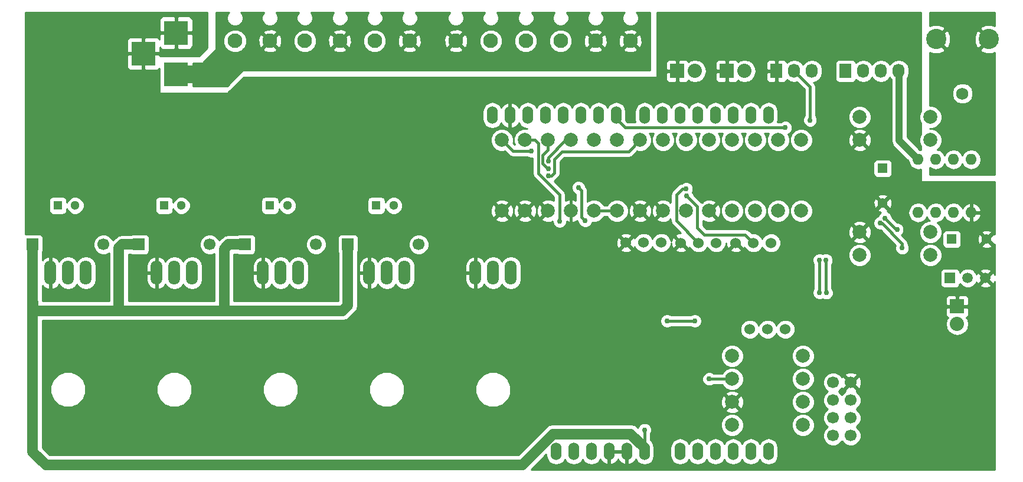
<source format=gbr>
G04 #@! TF.FileFunction,Copper,L2,Bot,Signal*
%FSLAX46Y46*%
G04 Gerber Fmt 4.6, Leading zero omitted, Abs format (unit mm)*
G04 Created by KiCad (PCBNEW 4.0.2+dfsg1-stable) date Tue 15 May 2018 12:51:25 PM EDT*
%MOMM*%
G01*
G04 APERTURE LIST*
%ADD10C,0.100000*%
%ADD11O,1.524000X2.540000*%
%ADD12C,1.750000*%
%ADD13C,2.900000*%
%ADD14C,1.699260*%
%ADD15R,1.699260X1.699260*%
%ADD16R,1.400000X1.400000*%
%ADD17C,1.400000*%
%ADD18C,1.524000*%
%ADD19C,1.998980*%
%ADD20O,1.600000X1.600000*%
%ADD21C,1.520000*%
%ADD22R,1.520000X1.520000*%
%ADD23R,3.500120X3.500120*%
%ADD24C,2.100000*%
%ADD25C,1.300000*%
%ADD26R,1.300000X1.300000*%
%ADD27R,2.032000X2.032000*%
%ADD28O,2.032000X2.032000*%
%ADD29R,1.727200X2.032000*%
%ADD30O,1.727200X2.032000*%
%ADD31O,1.699260X3.500120*%
%ADD32C,1.700000*%
%ADD33C,0.762000*%
%ADD34C,0.760000*%
%ADD35C,0.381000*%
%ADD36C,1.016000*%
%ADD37C,2.540000*%
%ADD38C,1.524000*%
%ADD39C,0.254000*%
G04 APERTURE END LIST*
D10*
D11*
X121285000Y-123190000D03*
X118745000Y-123190000D03*
X116205000Y-123190000D03*
X108585000Y-123190000D03*
X111125000Y-123190000D03*
X113665000Y-123190000D03*
X103505000Y-123190000D03*
X100965000Y-123190000D03*
X98425000Y-123190000D03*
X93345000Y-123190000D03*
X90805000Y-123190000D03*
X121285000Y-74930000D03*
X118745000Y-74930000D03*
X116205000Y-74930000D03*
X113665000Y-74930000D03*
X111125000Y-74930000D03*
X108585000Y-74930000D03*
X106045000Y-74930000D03*
X103505000Y-74930000D03*
X99441000Y-74930000D03*
X96901000Y-74930000D03*
X94361000Y-74930000D03*
X91821000Y-74930000D03*
X89281000Y-74930000D03*
X86741000Y-74930000D03*
X84201000Y-74930000D03*
X81661000Y-74930000D03*
X95885000Y-123190000D03*
D12*
X149098000Y-71808000D03*
D13*
X152898000Y-64008000D03*
X145298000Y-64008000D03*
D14*
X41148000Y-93472000D03*
D15*
X30988000Y-93472000D03*
D16*
X147574000Y-92710000D03*
D17*
X152574000Y-92710000D03*
D16*
X137668000Y-82550000D03*
D17*
X137668000Y-87550000D03*
D14*
X56388520Y-93469460D03*
D15*
X46228520Y-93469460D03*
D14*
X25908000Y-93472000D03*
D15*
X15748000Y-93472000D03*
D18*
X103378000Y-93218000D03*
X105918000Y-93218000D03*
X100838000Y-93218000D03*
X111252000Y-93243400D03*
X113792000Y-93243400D03*
X108712000Y-93243400D03*
X119126000Y-93243400D03*
X121666000Y-93243400D03*
X116586000Y-93243400D03*
X121158000Y-105664000D03*
X123698000Y-105664000D03*
X118618000Y-105664000D03*
D19*
X119380000Y-88646000D03*
X119380000Y-78486000D03*
X122682000Y-88646000D03*
X122682000Y-78486000D03*
X125984000Y-88646000D03*
X125984000Y-78486000D03*
X112776000Y-88646000D03*
X112776000Y-78486000D03*
X109474000Y-88646000D03*
X109474000Y-78486000D03*
X106172000Y-88646000D03*
X106172000Y-78486000D03*
X86360000Y-88646000D03*
X86360000Y-78486000D03*
X144526000Y-75184000D03*
X134366000Y-75184000D03*
X134366000Y-78486000D03*
X144526000Y-78486000D03*
X89662000Y-88646000D03*
X89662000Y-78486000D03*
X92964000Y-88646000D03*
X92964000Y-78486000D03*
X83058000Y-88646000D03*
X83058000Y-78486000D03*
X134366000Y-94996000D03*
X144526000Y-94996000D03*
X144526000Y-91694000D03*
X134366000Y-91694000D03*
D20*
X142748000Y-88900000D03*
X145288000Y-88900000D03*
X147828000Y-88900000D03*
X150368000Y-88900000D03*
X150368000Y-81280000D03*
X147828000Y-81280000D03*
X145288000Y-81280000D03*
X142748000Y-81280000D03*
D21*
X149860000Y-98298000D03*
X152400000Y-98298000D03*
D22*
X147320000Y-98298000D03*
D23*
X36322000Y-69088000D03*
X36322000Y-63088520D03*
X31623000Y-66088260D03*
D24*
X101454000Y-64262000D03*
X96454000Y-64262000D03*
X91454000Y-64262000D03*
X86454000Y-64262000D03*
X81454000Y-64262000D03*
X76454000Y-64262000D03*
X69784000Y-64262000D03*
X64784000Y-64262000D03*
X59784000Y-64262000D03*
X54784000Y-64262000D03*
X49784000Y-64262000D03*
X44784000Y-64262000D03*
D25*
X52284000Y-87884000D03*
D26*
X49784000Y-87884000D03*
D25*
X37084000Y-87884000D03*
D26*
X34584000Y-87884000D03*
D25*
X21844000Y-87884000D03*
D26*
X19344000Y-87884000D03*
D27*
X115316000Y-68580000D03*
D28*
X117856000Y-68580000D03*
D19*
X116078000Y-78486000D03*
X116078000Y-88646000D03*
X99568000Y-78486000D03*
X99568000Y-88646000D03*
X96266000Y-78486000D03*
X96266000Y-88646000D03*
D29*
X122428000Y-68580000D03*
D30*
X124968000Y-68580000D03*
X127508000Y-68580000D03*
D27*
X108204000Y-68580000D03*
D28*
X110744000Y-68580000D03*
D27*
X148336000Y-102362000D03*
D28*
X148336000Y-104902000D03*
D29*
X132334000Y-68580000D03*
D30*
X134874000Y-68580000D03*
X137414000Y-68580000D03*
X139954000Y-68580000D03*
D31*
X81788000Y-97536000D03*
X84328000Y-97536000D03*
X79248000Y-97536000D03*
X51308000Y-97536000D03*
X53848000Y-97536000D03*
X48768000Y-97536000D03*
X36068000Y-97536000D03*
X38608000Y-97536000D03*
X33528000Y-97536000D03*
X20828000Y-97536000D03*
X23368000Y-97536000D03*
X18288000Y-97536000D03*
D25*
X67524000Y-87884000D03*
D26*
X65024000Y-87884000D03*
D14*
X71120000Y-93472000D03*
D15*
X60960000Y-93472000D03*
D31*
X66548000Y-97536000D03*
X69088000Y-97536000D03*
X64008000Y-97536000D03*
D19*
X102870000Y-88646000D03*
X102870000Y-78486000D03*
X126238000Y-112776000D03*
X116078000Y-112776000D03*
X116078000Y-109474000D03*
X126238000Y-109474000D03*
X126238000Y-119380000D03*
X116078000Y-119380000D03*
X116078000Y-116078000D03*
X126238000Y-116078000D03*
D32*
X133096000Y-113284000D03*
X130556000Y-113284000D03*
X133096000Y-115824000D03*
X130556000Y-115824000D03*
X133096000Y-118364000D03*
X130556000Y-118364000D03*
X133096000Y-120904000D03*
X130556000Y-120904000D03*
D33*
X123825000Y-122301000D03*
X128803400Y-109397800D03*
X103505000Y-120065800D03*
D34*
X139708965Y-91295869D03*
X137995054Y-89685190D03*
D33*
X127254000Y-75615800D03*
X109475030Y-85496145D03*
X109508317Y-86478112D03*
X110710563Y-104440203D03*
X106730800Y-104444800D03*
X112776000Y-112776000D03*
X91314271Y-90144553D03*
X89687400Y-82600800D03*
X94009578Y-85284589D03*
X94991876Y-90060960D03*
X89676469Y-81492285D03*
X87282758Y-80069937D03*
X137298565Y-90385742D03*
X123698000Y-76708000D03*
X140462000Y-93980000D03*
X89723993Y-83655540D03*
X129571293Y-100415720D03*
X129540000Y-95732600D03*
X128574800Y-95707200D03*
X128574800Y-100380800D03*
D35*
X92959060Y-86798028D02*
X92964000Y-86802968D01*
X92964000Y-86802968D02*
X92964000Y-88646000D01*
X92964000Y-88646000D02*
X92964000Y-90678000D01*
D36*
X139954000Y-68580000D02*
X140006017Y-68632017D01*
X140006017Y-68632017D02*
X140006017Y-78538017D01*
X140006017Y-78538017D02*
X142748000Y-81280000D01*
D35*
X96266000Y-88646000D02*
X99568000Y-88646000D01*
D37*
X36322000Y-69088000D02*
X38862000Y-69088000D01*
D38*
X43205400Y-102972754D02*
X60194019Y-102972754D01*
X60194019Y-102972754D02*
X60960000Y-102206773D01*
X60960000Y-102206773D02*
X60960000Y-93472000D01*
X28117800Y-102972754D02*
X43205400Y-102972754D01*
X46228520Y-93469460D02*
X43854890Y-93469460D01*
X43854890Y-93469460D02*
X43205400Y-94118950D01*
X43205400Y-94118950D02*
X43205400Y-102972754D01*
X15956934Y-102972754D02*
X28117800Y-102972754D01*
X30988000Y-93472000D02*
X28614370Y-93472000D01*
X28614370Y-93472000D02*
X28117800Y-93968570D01*
X28117800Y-93968570D02*
X28117800Y-102972754D01*
X15748000Y-101728573D02*
X15768708Y-101749281D01*
X15768708Y-101749281D02*
X15768708Y-102784528D01*
X15768708Y-102784528D02*
X15956934Y-102972754D01*
X17627600Y-125095000D02*
X15748000Y-123215400D01*
X15748000Y-123215400D02*
X15748000Y-101728573D01*
X85953882Y-125095000D02*
X17627600Y-125095000D01*
X101498400Y-120675400D02*
X90373482Y-120675400D01*
X90373482Y-120675400D02*
X85953882Y-125095000D01*
X103505000Y-123190000D02*
X103505000Y-122682000D01*
X103505000Y-122682000D02*
X101498400Y-120675400D01*
X15748000Y-93472000D02*
X15748000Y-101728573D01*
D35*
X103505000Y-123190000D02*
X103505000Y-120065800D01*
X139605733Y-91295869D02*
X139708965Y-91295869D01*
X137995054Y-89685190D02*
X139605733Y-91295869D01*
X124968000Y-68580000D02*
X127243490Y-70855490D01*
X127243490Y-70855490D02*
X127243490Y-75605290D01*
X127243490Y-75605290D02*
X127254000Y-75615800D01*
X108084009Y-86348351D02*
X108936215Y-85496145D01*
X108084009Y-90075409D02*
X108084009Y-86348351D01*
X111252000Y-93243400D02*
X108084009Y-90075409D01*
X108936215Y-85496145D02*
X109475030Y-85496145D01*
X109508317Y-86478112D02*
X111065635Y-88035430D01*
X111065635Y-88035430D02*
X111065635Y-91081380D01*
X111065635Y-91081380D02*
X112050225Y-92065970D01*
X112050225Y-92065970D02*
X117948570Y-92065970D01*
X117948570Y-92065970D02*
X118364001Y-92481401D01*
X118364001Y-92481401D02*
X119126000Y-93243400D01*
X110705966Y-104444800D02*
X110710563Y-104440203D01*
X106730800Y-104444800D02*
X110705966Y-104444800D01*
X116078000Y-112776000D02*
X112776000Y-112776000D01*
X91314271Y-89605738D02*
X91314271Y-90144553D01*
X91314271Y-86339144D02*
X91314271Y-89605738D01*
X88234696Y-83259569D02*
X91314271Y-86339144D01*
X87773492Y-78486000D02*
X88234696Y-78947204D01*
X88234696Y-78947204D02*
X88234696Y-83259569D01*
X86360000Y-78486000D02*
X87773492Y-78486000D01*
X89306401Y-82219801D02*
X89687400Y-82600800D01*
X88898783Y-80662709D02*
X88898783Y-81812183D01*
X89662000Y-79899492D02*
X88898783Y-80662709D01*
X89662000Y-78486000D02*
X89662000Y-79899492D01*
X88898783Y-81812183D02*
X89306401Y-82219801D01*
X94991876Y-90060960D02*
X94458668Y-89527752D01*
X94458668Y-85733679D02*
X94390577Y-85665588D01*
X94390577Y-85665588D02*
X94009578Y-85284589D01*
X94458668Y-89527752D02*
X94458668Y-85733679D01*
X92964000Y-78486000D02*
X92172769Y-78486000D01*
X92172769Y-78486000D02*
X89676469Y-80982300D01*
X89676469Y-80982300D02*
X89676469Y-81492285D01*
X84641937Y-80069937D02*
X86743943Y-80069937D01*
X86743943Y-80069937D02*
X87282758Y-80069937D01*
X83058000Y-78486000D02*
X84641937Y-80069937D01*
X140462000Y-93980000D02*
X140462000Y-93324876D01*
X140462000Y-93324876D02*
X137522866Y-90385742D01*
X137522866Y-90385742D02*
X137298565Y-90385742D01*
X123698000Y-76708000D02*
X100711000Y-76708000D01*
X100711000Y-76708000D02*
X99441000Y-75438000D01*
X99441000Y-75438000D02*
X99441000Y-74930000D01*
X90145772Y-83655540D02*
X89723993Y-83655540D01*
X90599711Y-83201601D02*
X90145772Y-83655540D01*
X91666467Y-80139942D02*
X90599711Y-81206698D01*
X101216058Y-80139942D02*
X91666467Y-80139942D01*
X102870000Y-78486000D02*
X101216058Y-80139942D01*
X90599711Y-81206698D02*
X90599711Y-83201601D01*
X129540000Y-100384427D02*
X129571293Y-100415720D01*
X129540000Y-95732600D02*
X129540000Y-100384427D01*
X128574800Y-100380800D02*
X128574800Y-99841985D01*
X128574800Y-99841985D02*
X128574800Y-95707200D01*
D39*
G36*
X40767000Y-65225394D02*
X39571394Y-66421000D01*
X34036000Y-66421000D01*
X34008060Y-66426658D01*
X34008060Y-66374010D01*
X33849310Y-66215260D01*
X31750000Y-66215260D01*
X31750000Y-68314570D01*
X31908750Y-68473320D01*
X33499370Y-68473320D01*
X33732759Y-68376647D01*
X33909000Y-68200405D01*
X33909000Y-71628000D01*
X33919006Y-71677410D01*
X33947447Y-71719035D01*
X33989841Y-71746315D01*
X34036000Y-71755000D01*
X43688000Y-71755000D01*
X43737410Y-71744994D01*
X43777803Y-71717803D01*
X46026606Y-69469000D01*
X105156000Y-69469000D01*
X105205410Y-69458994D01*
X105247035Y-69430553D01*
X105274315Y-69388159D01*
X105283000Y-69342000D01*
X105283000Y-68865750D01*
X106553000Y-68865750D01*
X106553000Y-69722309D01*
X106649673Y-69955698D01*
X106828301Y-70134327D01*
X107061690Y-70231000D01*
X107918250Y-70231000D01*
X108077000Y-70072250D01*
X108077000Y-68707000D01*
X106711750Y-68707000D01*
X106553000Y-68865750D01*
X105283000Y-68865750D01*
X105283000Y-67437691D01*
X106553000Y-67437691D01*
X106553000Y-68294250D01*
X106711750Y-68453000D01*
X108077000Y-68453000D01*
X108077000Y-67087750D01*
X108331000Y-67087750D01*
X108331000Y-68453000D01*
X108351000Y-68453000D01*
X108351000Y-68707000D01*
X108331000Y-68707000D01*
X108331000Y-70072250D01*
X108489750Y-70231000D01*
X109346310Y-70231000D01*
X109579699Y-70134327D01*
X109758327Y-69955698D01*
X109775999Y-69913034D01*
X110112190Y-70137670D01*
X110744000Y-70263345D01*
X111375810Y-70137670D01*
X111911433Y-69779778D01*
X112269325Y-69244155D01*
X112344594Y-68865750D01*
X113665000Y-68865750D01*
X113665000Y-69722309D01*
X113761673Y-69955698D01*
X113940301Y-70134327D01*
X114173690Y-70231000D01*
X115030250Y-70231000D01*
X115189000Y-70072250D01*
X115189000Y-68707000D01*
X113823750Y-68707000D01*
X113665000Y-68865750D01*
X112344594Y-68865750D01*
X112395000Y-68612345D01*
X112395000Y-68547655D01*
X112269325Y-67915845D01*
X111949833Y-67437691D01*
X113665000Y-67437691D01*
X113665000Y-68294250D01*
X113823750Y-68453000D01*
X115189000Y-68453000D01*
X115189000Y-67087750D01*
X115443000Y-67087750D01*
X115443000Y-68453000D01*
X115463000Y-68453000D01*
X115463000Y-68707000D01*
X115443000Y-68707000D01*
X115443000Y-70072250D01*
X115601750Y-70231000D01*
X116458310Y-70231000D01*
X116691699Y-70134327D01*
X116870327Y-69955698D01*
X116887999Y-69913034D01*
X117224190Y-70137670D01*
X117856000Y-70263345D01*
X118487810Y-70137670D01*
X119023433Y-69779778D01*
X119381325Y-69244155D01*
X119456594Y-68865750D01*
X120929400Y-68865750D01*
X120929400Y-69722309D01*
X121026073Y-69955698D01*
X121204701Y-70134327D01*
X121438090Y-70231000D01*
X122142250Y-70231000D01*
X122301000Y-70072250D01*
X122301000Y-68707000D01*
X121088150Y-68707000D01*
X120929400Y-68865750D01*
X119456594Y-68865750D01*
X119507000Y-68612345D01*
X119507000Y-68547655D01*
X119381325Y-67915845D01*
X119061833Y-67437691D01*
X120929400Y-67437691D01*
X120929400Y-68294250D01*
X121088150Y-68453000D01*
X122301000Y-68453000D01*
X122301000Y-67087750D01*
X122555000Y-67087750D01*
X122555000Y-68453000D01*
X122575000Y-68453000D01*
X122575000Y-68707000D01*
X122555000Y-68707000D01*
X122555000Y-70072250D01*
X122713750Y-70231000D01*
X123417910Y-70231000D01*
X123651299Y-70134327D01*
X123829927Y-69955698D01*
X123893500Y-69802220D01*
X123908330Y-69824415D01*
X124394511Y-70149271D01*
X124968000Y-70263345D01*
X125398316Y-70177750D01*
X126417990Y-71197424D01*
X126417990Y-75014763D01*
X126393179Y-75039531D01*
X126238176Y-75412818D01*
X126237824Y-75817008D01*
X126392175Y-76190566D01*
X126677731Y-76476621D01*
X127051018Y-76631624D01*
X127455208Y-76631976D01*
X127828766Y-76477625D01*
X128114821Y-76192069D01*
X128269824Y-75818782D01*
X128270094Y-75507694D01*
X132731226Y-75507694D01*
X132979538Y-76108655D01*
X133438927Y-76568846D01*
X134039453Y-76818206D01*
X134689694Y-76818774D01*
X135290655Y-76570462D01*
X135750846Y-76111073D01*
X136000206Y-75510547D01*
X136000774Y-74860306D01*
X135752462Y-74259345D01*
X135293073Y-73799154D01*
X134692547Y-73549794D01*
X134042306Y-73549226D01*
X133441345Y-73797538D01*
X132981154Y-74256927D01*
X132731794Y-74857453D01*
X132731226Y-75507694D01*
X128270094Y-75507694D01*
X128270176Y-75414592D01*
X128115825Y-75041034D01*
X128068990Y-74994117D01*
X128068990Y-70855495D01*
X128068991Y-70855490D01*
X128006153Y-70539585D01*
X127827207Y-70271773D01*
X127767217Y-70211783D01*
X128081489Y-70149271D01*
X128567670Y-69824415D01*
X128892526Y-69338234D01*
X129006600Y-68764745D01*
X129006600Y-68395255D01*
X128892526Y-67821766D01*
X128567670Y-67335585D01*
X128081489Y-67010729D01*
X127508000Y-66896655D01*
X126934511Y-67010729D01*
X126448330Y-67335585D01*
X126238000Y-67650366D01*
X126027670Y-67335585D01*
X125541489Y-67010729D01*
X124968000Y-66896655D01*
X124394511Y-67010729D01*
X123908330Y-67335585D01*
X123893500Y-67357780D01*
X123829927Y-67204302D01*
X123651299Y-67025673D01*
X123417910Y-66929000D01*
X122713750Y-66929000D01*
X122555000Y-67087750D01*
X122301000Y-67087750D01*
X122142250Y-66929000D01*
X121438090Y-66929000D01*
X121204701Y-67025673D01*
X121026073Y-67204302D01*
X120929400Y-67437691D01*
X119061833Y-67437691D01*
X119023433Y-67380222D01*
X118487810Y-67022330D01*
X117856000Y-66896655D01*
X117224190Y-67022330D01*
X116887999Y-67246966D01*
X116870327Y-67204302D01*
X116691699Y-67025673D01*
X116458310Y-66929000D01*
X115601750Y-66929000D01*
X115443000Y-67087750D01*
X115189000Y-67087750D01*
X115030250Y-66929000D01*
X114173690Y-66929000D01*
X113940301Y-67025673D01*
X113761673Y-67204302D01*
X113665000Y-67437691D01*
X111949833Y-67437691D01*
X111911433Y-67380222D01*
X111375810Y-67022330D01*
X110744000Y-66896655D01*
X110112190Y-67022330D01*
X109775999Y-67246966D01*
X109758327Y-67204302D01*
X109579699Y-67025673D01*
X109346310Y-66929000D01*
X108489750Y-66929000D01*
X108331000Y-67087750D01*
X108077000Y-67087750D01*
X107918250Y-66929000D01*
X107061690Y-66929000D01*
X106828301Y-67025673D01*
X106649673Y-67204302D01*
X106553000Y-67437691D01*
X105283000Y-67437691D01*
X105283000Y-60146000D01*
X143129000Y-60146000D01*
X143129000Y-74286197D01*
X142891794Y-74857453D01*
X142891226Y-75507694D01*
X143129000Y-76083151D01*
X143129000Y-77588197D01*
X142891794Y-78159453D01*
X142891226Y-78809694D01*
X143129000Y-79385151D01*
X143129000Y-79892673D01*
X142939406Y-79854960D01*
X141149017Y-78064571D01*
X141149017Y-69621854D01*
X141338526Y-69338234D01*
X141452600Y-68764745D01*
X141452600Y-68395255D01*
X141338526Y-67821766D01*
X141013670Y-67335585D01*
X140527489Y-67010729D01*
X139954000Y-66896655D01*
X139380511Y-67010729D01*
X138894330Y-67335585D01*
X138684000Y-67650366D01*
X138473670Y-67335585D01*
X137987489Y-67010729D01*
X137414000Y-66896655D01*
X136840511Y-67010729D01*
X136354330Y-67335585D01*
X136144000Y-67650366D01*
X135933670Y-67335585D01*
X135447489Y-67010729D01*
X134874000Y-66896655D01*
X134300511Y-67010729D01*
X133814330Y-67335585D01*
X133804757Y-67349913D01*
X133800762Y-67328683D01*
X133661690Y-67112559D01*
X133449490Y-66967569D01*
X133197600Y-66916560D01*
X131470400Y-66916560D01*
X131235083Y-66960838D01*
X131018959Y-67099910D01*
X130873969Y-67312110D01*
X130822960Y-67564000D01*
X130822960Y-69596000D01*
X130867238Y-69831317D01*
X131006310Y-70047441D01*
X131218510Y-70192431D01*
X131470400Y-70243440D01*
X133197600Y-70243440D01*
X133432917Y-70199162D01*
X133649041Y-70060090D01*
X133794031Y-69847890D01*
X133802400Y-69806561D01*
X133814330Y-69824415D01*
X134300511Y-70149271D01*
X134874000Y-70263345D01*
X135447489Y-70149271D01*
X135933670Y-69824415D01*
X136144000Y-69509634D01*
X136354330Y-69824415D01*
X136840511Y-70149271D01*
X137414000Y-70263345D01*
X137987489Y-70149271D01*
X138473670Y-69824415D01*
X138684000Y-69509634D01*
X138863017Y-69777552D01*
X138863017Y-78538017D01*
X138950023Y-78975424D01*
X139197794Y-79346240D01*
X141351073Y-81499519D01*
X141422233Y-81857264D01*
X141733302Y-82322811D01*
X142198849Y-82633880D01*
X142748000Y-82743113D01*
X143129000Y-82667327D01*
X143129000Y-84328000D01*
X143139006Y-84377410D01*
X143167447Y-84419035D01*
X143209841Y-84446315D01*
X143256000Y-84455000D01*
X153722000Y-84455000D01*
X153722000Y-92010125D01*
X153509275Y-91954331D01*
X152753605Y-92710000D01*
X153509275Y-93465669D01*
X153722000Y-93409875D01*
X153722000Y-97812518D01*
X153620742Y-97568059D01*
X153378764Y-97498841D01*
X152579605Y-98298000D01*
X153378764Y-99097159D01*
X153620742Y-99027941D01*
X153722000Y-98744003D01*
X153722000Y-125782000D01*
X87242538Y-125782000D01*
X89408000Y-123616538D01*
X89408000Y-123735321D01*
X89514340Y-124269930D01*
X89817172Y-124723149D01*
X90270391Y-125025981D01*
X90805000Y-125132321D01*
X91339609Y-125025981D01*
X91792828Y-124723149D01*
X92075000Y-124300850D01*
X92357172Y-124723149D01*
X92810391Y-125025981D01*
X93345000Y-125132321D01*
X93879609Y-125025981D01*
X94332828Y-124723149D01*
X94615000Y-124300850D01*
X94897172Y-124723149D01*
X95350391Y-125025981D01*
X95885000Y-125132321D01*
X96419609Y-125025981D01*
X96872828Y-124723149D01*
X97164330Y-124286887D01*
X97182941Y-124349941D01*
X97526974Y-124775630D01*
X98007723Y-125037260D01*
X98081930Y-125052220D01*
X98298000Y-124929720D01*
X98298000Y-123317000D01*
X98552000Y-123317000D01*
X98552000Y-124929720D01*
X98768070Y-125052220D01*
X98842277Y-125037260D01*
X99323026Y-124775630D01*
X99667059Y-124349941D01*
X99695000Y-124255277D01*
X99722941Y-124349941D01*
X100066974Y-124775630D01*
X100547723Y-125037260D01*
X100621930Y-125052220D01*
X100838000Y-124929720D01*
X100838000Y-123317000D01*
X98552000Y-123317000D01*
X98298000Y-123317000D01*
X98278000Y-123317000D01*
X98278000Y-123063000D01*
X98298000Y-123063000D01*
X98298000Y-123043000D01*
X98552000Y-123043000D01*
X98552000Y-123063000D01*
X100838000Y-123063000D01*
X100838000Y-123043000D01*
X101092000Y-123043000D01*
X101092000Y-123063000D01*
X101112000Y-123063000D01*
X101112000Y-123317000D01*
X101092000Y-123317000D01*
X101092000Y-124929720D01*
X101308070Y-125052220D01*
X101382277Y-125037260D01*
X101863026Y-124775630D01*
X102207059Y-124349941D01*
X102225670Y-124286887D01*
X102517172Y-124723149D01*
X102970391Y-125025981D01*
X103505000Y-125132321D01*
X104039609Y-125025981D01*
X104492828Y-124723149D01*
X104795660Y-124269930D01*
X104902000Y-123735321D01*
X104902000Y-122644679D01*
X107188000Y-122644679D01*
X107188000Y-123735321D01*
X107294340Y-124269930D01*
X107597172Y-124723149D01*
X108050391Y-125025981D01*
X108585000Y-125132321D01*
X109119609Y-125025981D01*
X109572828Y-124723149D01*
X109855000Y-124300850D01*
X110137172Y-124723149D01*
X110590391Y-125025981D01*
X111125000Y-125132321D01*
X111659609Y-125025981D01*
X112112828Y-124723149D01*
X112395000Y-124300850D01*
X112677172Y-124723149D01*
X113130391Y-125025981D01*
X113665000Y-125132321D01*
X114199609Y-125025981D01*
X114652828Y-124723149D01*
X114935000Y-124300850D01*
X115217172Y-124723149D01*
X115670391Y-125025981D01*
X116205000Y-125132321D01*
X116739609Y-125025981D01*
X117192828Y-124723149D01*
X117475000Y-124300850D01*
X117757172Y-124723149D01*
X118210391Y-125025981D01*
X118745000Y-125132321D01*
X119279609Y-125025981D01*
X119732828Y-124723149D01*
X120015000Y-124300850D01*
X120297172Y-124723149D01*
X120750391Y-125025981D01*
X121285000Y-125132321D01*
X121819609Y-125025981D01*
X122272828Y-124723149D01*
X122575660Y-124269930D01*
X122682000Y-123735321D01*
X122682000Y-122644679D01*
X122575660Y-122110070D01*
X122272828Y-121656851D01*
X121819609Y-121354019D01*
X121285000Y-121247679D01*
X120750391Y-121354019D01*
X120297172Y-121656851D01*
X120015000Y-122079150D01*
X119732828Y-121656851D01*
X119279609Y-121354019D01*
X118745000Y-121247679D01*
X118210391Y-121354019D01*
X117757172Y-121656851D01*
X117475000Y-122079150D01*
X117192828Y-121656851D01*
X116739609Y-121354019D01*
X116205000Y-121247679D01*
X115670391Y-121354019D01*
X115217172Y-121656851D01*
X114935000Y-122079150D01*
X114652828Y-121656851D01*
X114199609Y-121354019D01*
X113665000Y-121247679D01*
X113130391Y-121354019D01*
X112677172Y-121656851D01*
X112395000Y-122079150D01*
X112112828Y-121656851D01*
X111659609Y-121354019D01*
X111125000Y-121247679D01*
X110590391Y-121354019D01*
X110137172Y-121656851D01*
X109855000Y-122079150D01*
X109572828Y-121656851D01*
X109119609Y-121354019D01*
X108585000Y-121247679D01*
X108050391Y-121354019D01*
X107597172Y-121656851D01*
X107294340Y-122110070D01*
X107188000Y-122644679D01*
X104902000Y-122644679D01*
X104795660Y-122110070D01*
X104492828Y-121656851D01*
X104380354Y-121581698D01*
X104330500Y-121531844D01*
X104330500Y-120677328D01*
X104365821Y-120642069D01*
X104520824Y-120268782D01*
X104521176Y-119864592D01*
X104454695Y-119703694D01*
X114443226Y-119703694D01*
X114691538Y-120304655D01*
X115150927Y-120764846D01*
X115751453Y-121014206D01*
X116401694Y-121014774D01*
X117002655Y-120766462D01*
X117462846Y-120307073D01*
X117712206Y-119706547D01*
X117712208Y-119703694D01*
X124603226Y-119703694D01*
X124851538Y-120304655D01*
X125310927Y-120764846D01*
X125911453Y-121014206D01*
X126561694Y-121014774D01*
X127162655Y-120766462D01*
X127622846Y-120307073D01*
X127872206Y-119706547D01*
X127872774Y-119056306D01*
X127624462Y-118455345D01*
X127165073Y-117995154D01*
X126564547Y-117745794D01*
X125914306Y-117745226D01*
X125313345Y-117993538D01*
X124853154Y-118452927D01*
X124603794Y-119053453D01*
X124603226Y-119703694D01*
X117712208Y-119703694D01*
X117712774Y-119056306D01*
X117464462Y-118455345D01*
X117005073Y-117995154D01*
X116404547Y-117745794D01*
X115754306Y-117745226D01*
X115153345Y-117993538D01*
X114693154Y-118452927D01*
X114443794Y-119053453D01*
X114443226Y-119703694D01*
X104454695Y-119703694D01*
X104366825Y-119491034D01*
X104081269Y-119204979D01*
X103707982Y-119049976D01*
X103303792Y-119049624D01*
X102930234Y-119203975D01*
X102644179Y-119489531D01*
X102539729Y-119741073D01*
X102486228Y-119687572D01*
X102033009Y-119384740D01*
X101498400Y-119278400D01*
X90373482Y-119278400D01*
X89838873Y-119384740D01*
X89385654Y-119687572D01*
X85375226Y-123698000D01*
X18206256Y-123698000D01*
X17145000Y-122636744D01*
X17145000Y-117230163D01*
X115105443Y-117230163D01*
X115204042Y-117496965D01*
X115813582Y-117723401D01*
X116463377Y-117699341D01*
X116951958Y-117496965D01*
X117050557Y-117230163D01*
X116078000Y-116257605D01*
X115105443Y-117230163D01*
X17145000Y-117230163D01*
X17145000Y-114802015D01*
X18292641Y-114802015D01*
X18677746Y-115734041D01*
X19390208Y-116447748D01*
X20321561Y-116834479D01*
X21330015Y-116835359D01*
X22262041Y-116450254D01*
X22975748Y-115737792D01*
X23362479Y-114806439D01*
X23362482Y-114802015D01*
X33532641Y-114802015D01*
X33917746Y-115734041D01*
X34630208Y-116447748D01*
X35561561Y-116834479D01*
X36570015Y-116835359D01*
X37502041Y-116450254D01*
X38215748Y-115737792D01*
X38602479Y-114806439D01*
X38602482Y-114802015D01*
X48772641Y-114802015D01*
X49157746Y-115734041D01*
X49870208Y-116447748D01*
X50801561Y-116834479D01*
X51810015Y-116835359D01*
X52742041Y-116450254D01*
X53455748Y-115737792D01*
X53842479Y-114806439D01*
X53842482Y-114802015D01*
X64012641Y-114802015D01*
X64397746Y-115734041D01*
X65110208Y-116447748D01*
X66041561Y-116834479D01*
X67050015Y-116835359D01*
X67982041Y-116450254D01*
X68695748Y-115737792D01*
X69082479Y-114806439D01*
X69082482Y-114802015D01*
X79252641Y-114802015D01*
X79637746Y-115734041D01*
X80350208Y-116447748D01*
X81281561Y-116834479D01*
X82290015Y-116835359D01*
X83222041Y-116450254D01*
X83859825Y-115813582D01*
X114432599Y-115813582D01*
X114456659Y-116463377D01*
X114659035Y-116951958D01*
X114925837Y-117050557D01*
X115898395Y-116078000D01*
X116257605Y-116078000D01*
X117230163Y-117050557D01*
X117496965Y-116951958D01*
X117701380Y-116401694D01*
X124603226Y-116401694D01*
X124851538Y-117002655D01*
X125310927Y-117462846D01*
X125911453Y-117712206D01*
X126561694Y-117712774D01*
X127162655Y-117464462D01*
X127622846Y-117005073D01*
X127872206Y-116404547D01*
X127872774Y-115754306D01*
X127624462Y-115153345D01*
X127165073Y-114693154D01*
X126564547Y-114443794D01*
X125914306Y-114443226D01*
X125313345Y-114691538D01*
X124853154Y-115150927D01*
X124603794Y-115751453D01*
X124603226Y-116401694D01*
X117701380Y-116401694D01*
X117723401Y-116342418D01*
X117699341Y-115692623D01*
X117496965Y-115204042D01*
X117230163Y-115105443D01*
X116257605Y-116078000D01*
X115898395Y-116078000D01*
X114925837Y-115105443D01*
X114659035Y-115204042D01*
X114432599Y-115813582D01*
X83859825Y-115813582D01*
X83935748Y-115737792D01*
X84272900Y-114925837D01*
X115105443Y-114925837D01*
X116078000Y-115898395D01*
X117050557Y-114925837D01*
X116951958Y-114659035D01*
X116342418Y-114432599D01*
X115692623Y-114456659D01*
X115204042Y-114659035D01*
X115105443Y-114925837D01*
X84272900Y-114925837D01*
X84322479Y-114806439D01*
X84323359Y-113797985D01*
X83984222Y-112977208D01*
X111759824Y-112977208D01*
X111914175Y-113350766D01*
X112199731Y-113636821D01*
X112573018Y-113791824D01*
X112977208Y-113792176D01*
X113350766Y-113637825D01*
X113387154Y-113601500D01*
X114650568Y-113601500D01*
X114691538Y-113700655D01*
X115150927Y-114160846D01*
X115751453Y-114410206D01*
X116401694Y-114410774D01*
X117002655Y-114162462D01*
X117462846Y-113703073D01*
X117712206Y-113102547D01*
X117712208Y-113099694D01*
X124603226Y-113099694D01*
X124851538Y-113700655D01*
X125310927Y-114160846D01*
X125911453Y-114410206D01*
X126561694Y-114410774D01*
X127162655Y-114162462D01*
X127622846Y-113703073D01*
X127674743Y-113578089D01*
X129070743Y-113578089D01*
X129296344Y-114124086D01*
X129713717Y-114542188D01*
X129741557Y-114553748D01*
X129715914Y-114564344D01*
X129297812Y-114981717D01*
X129071258Y-115527319D01*
X129070743Y-116118089D01*
X129296344Y-116664086D01*
X129713717Y-117082188D01*
X129741557Y-117093748D01*
X129715914Y-117104344D01*
X129297812Y-117521717D01*
X129071258Y-118067319D01*
X129070743Y-118658089D01*
X129296344Y-119204086D01*
X129713717Y-119622188D01*
X129741557Y-119633748D01*
X129715914Y-119644344D01*
X129297812Y-120061717D01*
X129071258Y-120607319D01*
X129070743Y-121198089D01*
X129296344Y-121744086D01*
X129713717Y-122162188D01*
X130259319Y-122388742D01*
X130850089Y-122389257D01*
X131396086Y-122163656D01*
X131814188Y-121746283D01*
X131825748Y-121718443D01*
X131836344Y-121744086D01*
X132253717Y-122162188D01*
X132799319Y-122388742D01*
X133390089Y-122389257D01*
X133936086Y-122163656D01*
X134354188Y-121746283D01*
X134580742Y-121200681D01*
X134581257Y-120609911D01*
X134355656Y-120063914D01*
X133938283Y-119645812D01*
X133910443Y-119634252D01*
X133936086Y-119623656D01*
X134354188Y-119206283D01*
X134580742Y-118660681D01*
X134581257Y-118069911D01*
X134355656Y-117523914D01*
X133938283Y-117105812D01*
X133910443Y-117094252D01*
X133936086Y-117083656D01*
X134354188Y-116666283D01*
X134580742Y-116120681D01*
X134581257Y-115529911D01*
X134355656Y-114983914D01*
X133938283Y-114565812D01*
X133890688Y-114546049D01*
X133960353Y-114327958D01*
X133096000Y-113463605D01*
X132231647Y-114327958D01*
X132301181Y-114545640D01*
X132255914Y-114564344D01*
X131837812Y-114981717D01*
X131826252Y-115009557D01*
X131815656Y-114983914D01*
X131398283Y-114565812D01*
X131370443Y-114554252D01*
X131396086Y-114543656D01*
X131814188Y-114126283D01*
X131833951Y-114078688D01*
X132052042Y-114148353D01*
X132916395Y-113284000D01*
X133275605Y-113284000D01*
X134139958Y-114148353D01*
X134391259Y-114068080D01*
X134592718Y-113512721D01*
X134566315Y-112922542D01*
X134391259Y-112499920D01*
X134139958Y-112419647D01*
X133275605Y-113284000D01*
X132916395Y-113284000D01*
X132052042Y-112419647D01*
X131834360Y-112489181D01*
X131815656Y-112443914D01*
X131612140Y-112240042D01*
X132231647Y-112240042D01*
X133096000Y-113104395D01*
X133960353Y-112240042D01*
X133880080Y-111988741D01*
X133324721Y-111787282D01*
X132734542Y-111813685D01*
X132311920Y-111988741D01*
X132231647Y-112240042D01*
X131612140Y-112240042D01*
X131398283Y-112025812D01*
X130852681Y-111799258D01*
X130261911Y-111798743D01*
X129715914Y-112024344D01*
X129297812Y-112441717D01*
X129071258Y-112987319D01*
X129070743Y-113578089D01*
X127674743Y-113578089D01*
X127872206Y-113102547D01*
X127872774Y-112452306D01*
X127624462Y-111851345D01*
X127165073Y-111391154D01*
X126564547Y-111141794D01*
X125914306Y-111141226D01*
X125313345Y-111389538D01*
X124853154Y-111848927D01*
X124603794Y-112449453D01*
X124603226Y-113099694D01*
X117712208Y-113099694D01*
X117712774Y-112452306D01*
X117464462Y-111851345D01*
X117005073Y-111391154D01*
X116404547Y-111141794D01*
X115754306Y-111141226D01*
X115153345Y-111389538D01*
X114693154Y-111848927D01*
X114650977Y-111950500D01*
X113387528Y-111950500D01*
X113352269Y-111915179D01*
X112978982Y-111760176D01*
X112574792Y-111759824D01*
X112201234Y-111914175D01*
X111915179Y-112199731D01*
X111760176Y-112573018D01*
X111759824Y-112977208D01*
X83984222Y-112977208D01*
X83938254Y-112865959D01*
X83225792Y-112152252D01*
X82294439Y-111765521D01*
X81285985Y-111764641D01*
X80353959Y-112149746D01*
X79640252Y-112862208D01*
X79253521Y-113793561D01*
X79252641Y-114802015D01*
X69082482Y-114802015D01*
X69083359Y-113797985D01*
X68698254Y-112865959D01*
X67985792Y-112152252D01*
X67054439Y-111765521D01*
X66045985Y-111764641D01*
X65113959Y-112149746D01*
X64400252Y-112862208D01*
X64013521Y-113793561D01*
X64012641Y-114802015D01*
X53842482Y-114802015D01*
X53843359Y-113797985D01*
X53458254Y-112865959D01*
X52745792Y-112152252D01*
X51814439Y-111765521D01*
X50805985Y-111764641D01*
X49873959Y-112149746D01*
X49160252Y-112862208D01*
X48773521Y-113793561D01*
X48772641Y-114802015D01*
X38602482Y-114802015D01*
X38603359Y-113797985D01*
X38218254Y-112865959D01*
X37505792Y-112152252D01*
X36574439Y-111765521D01*
X35565985Y-111764641D01*
X34633959Y-112149746D01*
X33920252Y-112862208D01*
X33533521Y-113793561D01*
X33532641Y-114802015D01*
X23362482Y-114802015D01*
X23363359Y-113797985D01*
X22978254Y-112865959D01*
X22265792Y-112152252D01*
X21334439Y-111765521D01*
X20325985Y-111764641D01*
X19393959Y-112149746D01*
X18680252Y-112862208D01*
X18293521Y-113793561D01*
X18292641Y-114802015D01*
X17145000Y-114802015D01*
X17145000Y-109797694D01*
X114443226Y-109797694D01*
X114691538Y-110398655D01*
X115150927Y-110858846D01*
X115751453Y-111108206D01*
X116401694Y-111108774D01*
X117002655Y-110860462D01*
X117462846Y-110401073D01*
X117712206Y-109800547D01*
X117712208Y-109797694D01*
X124603226Y-109797694D01*
X124851538Y-110398655D01*
X125310927Y-110858846D01*
X125911453Y-111108206D01*
X126561694Y-111108774D01*
X127162655Y-110860462D01*
X127622846Y-110401073D01*
X127872206Y-109800547D01*
X127872774Y-109150306D01*
X127624462Y-108549345D01*
X127165073Y-108089154D01*
X126564547Y-107839794D01*
X125914306Y-107839226D01*
X125313345Y-108087538D01*
X124853154Y-108546927D01*
X124603794Y-109147453D01*
X124603226Y-109797694D01*
X117712208Y-109797694D01*
X117712774Y-109150306D01*
X117464462Y-108549345D01*
X117005073Y-108089154D01*
X116404547Y-107839794D01*
X115754306Y-107839226D01*
X115153345Y-108087538D01*
X114693154Y-108546927D01*
X114443794Y-109147453D01*
X114443226Y-109797694D01*
X17145000Y-109797694D01*
X17145000Y-105940661D01*
X117220758Y-105940661D01*
X117432990Y-106454303D01*
X117825630Y-106847629D01*
X118338900Y-107060757D01*
X118894661Y-107061242D01*
X119408303Y-106849010D01*
X119801629Y-106456370D01*
X119887949Y-106248488D01*
X119972990Y-106454303D01*
X120365630Y-106847629D01*
X120878900Y-107060757D01*
X121434661Y-107061242D01*
X121948303Y-106849010D01*
X122341629Y-106456370D01*
X122427949Y-106248488D01*
X122512990Y-106454303D01*
X122905630Y-106847629D01*
X123418900Y-107060757D01*
X123974661Y-107061242D01*
X124488303Y-106849010D01*
X124881629Y-106456370D01*
X125094757Y-105943100D01*
X125095242Y-105387339D01*
X124894705Y-104902000D01*
X146652655Y-104902000D01*
X146778330Y-105533810D01*
X147136222Y-106069433D01*
X147671845Y-106427325D01*
X148303655Y-106553000D01*
X148368345Y-106553000D01*
X149000155Y-106427325D01*
X149535778Y-106069433D01*
X149893670Y-105533810D01*
X150019345Y-104902000D01*
X149893670Y-104270190D01*
X149669034Y-103933999D01*
X149711698Y-103916327D01*
X149890327Y-103737699D01*
X149987000Y-103504310D01*
X149987000Y-102647750D01*
X149828250Y-102489000D01*
X148463000Y-102489000D01*
X148463000Y-102509000D01*
X148209000Y-102509000D01*
X148209000Y-102489000D01*
X146843750Y-102489000D01*
X146685000Y-102647750D01*
X146685000Y-103504310D01*
X146781673Y-103737699D01*
X146960302Y-103916327D01*
X147002966Y-103933999D01*
X146778330Y-104270190D01*
X146652655Y-104902000D01*
X124894705Y-104902000D01*
X124883010Y-104873697D01*
X124490370Y-104480371D01*
X123977100Y-104267243D01*
X123421339Y-104266758D01*
X122907697Y-104478990D01*
X122514371Y-104871630D01*
X122428051Y-105079512D01*
X122343010Y-104873697D01*
X121950370Y-104480371D01*
X121437100Y-104267243D01*
X120881339Y-104266758D01*
X120367697Y-104478990D01*
X119974371Y-104871630D01*
X119888051Y-105079512D01*
X119803010Y-104873697D01*
X119410370Y-104480371D01*
X118897100Y-104267243D01*
X118341339Y-104266758D01*
X117827697Y-104478990D01*
X117434371Y-104871630D01*
X117221243Y-105384900D01*
X117220758Y-105940661D01*
X17145000Y-105940661D01*
X17145000Y-104646008D01*
X105714624Y-104646008D01*
X105868975Y-105019566D01*
X106154531Y-105305621D01*
X106527818Y-105460624D01*
X106932008Y-105460976D01*
X107305566Y-105306625D01*
X107341954Y-105270300D01*
X110103624Y-105270300D01*
X110134294Y-105301024D01*
X110507581Y-105456027D01*
X110911771Y-105456379D01*
X111285329Y-105302028D01*
X111571384Y-105016472D01*
X111726387Y-104643185D01*
X111726739Y-104238995D01*
X111572388Y-103865437D01*
X111286832Y-103579382D01*
X110913545Y-103424379D01*
X110509355Y-103424027D01*
X110135797Y-103578378D01*
X110094803Y-103619300D01*
X107342328Y-103619300D01*
X107307069Y-103583979D01*
X106933782Y-103428976D01*
X106529592Y-103428624D01*
X106156034Y-103582975D01*
X105869979Y-103868531D01*
X105714976Y-104241818D01*
X105714624Y-104646008D01*
X17145000Y-104646008D01*
X17145000Y-104369754D01*
X60194019Y-104369754D01*
X60728628Y-104263414D01*
X61181847Y-103960582D01*
X61947828Y-103194601D01*
X62250660Y-102741382D01*
X62357000Y-102206773D01*
X62357000Y-97663000D01*
X62523370Y-97663000D01*
X62523370Y-98563430D01*
X62684982Y-99121906D01*
X63048011Y-99576024D01*
X63557190Y-99856649D01*
X63651168Y-99877540D01*
X63881000Y-99756214D01*
X63881000Y-97663000D01*
X62523370Y-97663000D01*
X62357000Y-97663000D01*
X62357000Y-96508570D01*
X62523370Y-96508570D01*
X62523370Y-97409000D01*
X63881000Y-97409000D01*
X63881000Y-95315786D01*
X64135000Y-95315786D01*
X64135000Y-97409000D01*
X64155000Y-97409000D01*
X64155000Y-97663000D01*
X64135000Y-97663000D01*
X64135000Y-99756214D01*
X64364832Y-99877540D01*
X64458810Y-99856649D01*
X64967989Y-99576024D01*
X65272484Y-99195127D01*
X65498208Y-99532948D01*
X65979857Y-99854775D01*
X66548000Y-99967786D01*
X67116143Y-99854775D01*
X67597792Y-99532948D01*
X67818000Y-99203383D01*
X68038208Y-99532948D01*
X68519857Y-99854775D01*
X69088000Y-99967786D01*
X69656143Y-99854775D01*
X70137792Y-99532948D01*
X70459619Y-99051299D01*
X70572630Y-98483156D01*
X70572630Y-97663000D01*
X77763370Y-97663000D01*
X77763370Y-98563430D01*
X77924982Y-99121906D01*
X78288011Y-99576024D01*
X78797190Y-99856649D01*
X78891168Y-99877540D01*
X79121000Y-99756214D01*
X79121000Y-97663000D01*
X77763370Y-97663000D01*
X70572630Y-97663000D01*
X70572630Y-96588844D01*
X70556663Y-96508570D01*
X77763370Y-96508570D01*
X77763370Y-97409000D01*
X79121000Y-97409000D01*
X79121000Y-95315786D01*
X79375000Y-95315786D01*
X79375000Y-97409000D01*
X79395000Y-97409000D01*
X79395000Y-97663000D01*
X79375000Y-97663000D01*
X79375000Y-99756214D01*
X79604832Y-99877540D01*
X79698810Y-99856649D01*
X80207989Y-99576024D01*
X80512484Y-99195127D01*
X80738208Y-99532948D01*
X81219857Y-99854775D01*
X81788000Y-99967786D01*
X82356143Y-99854775D01*
X82837792Y-99532948D01*
X83058000Y-99203383D01*
X83278208Y-99532948D01*
X83759857Y-99854775D01*
X84328000Y-99967786D01*
X84896143Y-99854775D01*
X85377792Y-99532948D01*
X85699619Y-99051299D01*
X85812630Y-98483156D01*
X85812630Y-96588844D01*
X85699619Y-96020701D01*
X85624588Y-95908408D01*
X127558624Y-95908408D01*
X127712975Y-96281966D01*
X127749300Y-96318354D01*
X127749300Y-99769272D01*
X127713979Y-99804531D01*
X127558976Y-100177818D01*
X127558624Y-100582008D01*
X127712975Y-100955566D01*
X127998531Y-101241621D01*
X128371818Y-101396624D01*
X128776008Y-101396976D01*
X129031164Y-101291548D01*
X129368311Y-101431544D01*
X129772501Y-101431896D01*
X130146059Y-101277545D01*
X130204015Y-101219690D01*
X146685000Y-101219690D01*
X146685000Y-102076250D01*
X146843750Y-102235000D01*
X148209000Y-102235000D01*
X148209000Y-100869750D01*
X148463000Y-100869750D01*
X148463000Y-102235000D01*
X149828250Y-102235000D01*
X149987000Y-102076250D01*
X149987000Y-101219690D01*
X149890327Y-100986301D01*
X149711698Y-100807673D01*
X149478309Y-100711000D01*
X148621750Y-100711000D01*
X148463000Y-100869750D01*
X148209000Y-100869750D01*
X148050250Y-100711000D01*
X147193691Y-100711000D01*
X146960302Y-100807673D01*
X146781673Y-100986301D01*
X146685000Y-101219690D01*
X130204015Y-101219690D01*
X130432114Y-100991989D01*
X130587117Y-100618702D01*
X130587469Y-100214512D01*
X130433118Y-99840954D01*
X130365500Y-99773218D01*
X130365500Y-97538000D01*
X145912560Y-97538000D01*
X145912560Y-99058000D01*
X145956838Y-99293317D01*
X146095910Y-99509441D01*
X146308110Y-99654431D01*
X146560000Y-99705440D01*
X148080000Y-99705440D01*
X148315317Y-99661162D01*
X148531441Y-99522090D01*
X148676431Y-99309890D01*
X148713969Y-99124520D01*
X149068764Y-99479934D01*
X149581300Y-99692758D01*
X150136265Y-99693242D01*
X150649172Y-99481313D01*
X150854078Y-99276764D01*
X151600841Y-99276764D01*
X151670059Y-99518742D01*
X152192780Y-99705155D01*
X152747049Y-99677341D01*
X153129941Y-99518742D01*
X153199159Y-99276764D01*
X152400000Y-98477605D01*
X151600841Y-99276764D01*
X150854078Y-99276764D01*
X151041934Y-99089236D01*
X151123391Y-98893066D01*
X151179258Y-99027941D01*
X151421236Y-99097159D01*
X152220395Y-98298000D01*
X151421236Y-97498841D01*
X151179258Y-97568059D01*
X151127618Y-97712862D01*
X151043313Y-97508828D01*
X150854052Y-97319236D01*
X151600841Y-97319236D01*
X152400000Y-98118395D01*
X153199159Y-97319236D01*
X153129941Y-97077258D01*
X152607220Y-96890845D01*
X152052951Y-96918659D01*
X151670059Y-97077258D01*
X151600841Y-97319236D01*
X150854052Y-97319236D01*
X150651236Y-97116066D01*
X150138700Y-96903242D01*
X149583735Y-96902758D01*
X149070828Y-97114687D01*
X148714684Y-97470210D01*
X148683162Y-97302683D01*
X148544090Y-97086559D01*
X148331890Y-96941569D01*
X148080000Y-96890560D01*
X146560000Y-96890560D01*
X146324683Y-96934838D01*
X146108559Y-97073910D01*
X145963569Y-97286110D01*
X145912560Y-97538000D01*
X130365500Y-97538000D01*
X130365500Y-96344128D01*
X130400821Y-96308869D01*
X130555824Y-95935582D01*
X130556176Y-95531392D01*
X130468705Y-95319694D01*
X132731226Y-95319694D01*
X132979538Y-95920655D01*
X133438927Y-96380846D01*
X134039453Y-96630206D01*
X134689694Y-96630774D01*
X135290655Y-96382462D01*
X135750846Y-95923073D01*
X136000206Y-95322547D01*
X136000208Y-95319694D01*
X142891226Y-95319694D01*
X143139538Y-95920655D01*
X143598927Y-96380846D01*
X144199453Y-96630206D01*
X144849694Y-96630774D01*
X145450655Y-96382462D01*
X145910846Y-95923073D01*
X146160206Y-95322547D01*
X146160774Y-94672306D01*
X145912462Y-94071345D01*
X145453073Y-93611154D01*
X144852547Y-93361794D01*
X144202306Y-93361226D01*
X143601345Y-93609538D01*
X143141154Y-94068927D01*
X142891794Y-94669453D01*
X142891226Y-95319694D01*
X136000208Y-95319694D01*
X136000774Y-94672306D01*
X135752462Y-94071345D01*
X135293073Y-93611154D01*
X134692547Y-93361794D01*
X134042306Y-93361226D01*
X133441345Y-93609538D01*
X132981154Y-94068927D01*
X132731794Y-94669453D01*
X132731226Y-95319694D01*
X130468705Y-95319694D01*
X130401825Y-95157834D01*
X130116269Y-94871779D01*
X129742982Y-94716776D01*
X129338792Y-94716424D01*
X129087830Y-94820120D01*
X128777782Y-94691376D01*
X128373592Y-94691024D01*
X128000034Y-94845375D01*
X127713979Y-95130931D01*
X127558976Y-95504218D01*
X127558624Y-95908408D01*
X85624588Y-95908408D01*
X85377792Y-95539052D01*
X84896143Y-95217225D01*
X84328000Y-95104214D01*
X83759857Y-95217225D01*
X83278208Y-95539052D01*
X83058000Y-95868617D01*
X82837792Y-95539052D01*
X82356143Y-95217225D01*
X81788000Y-95104214D01*
X81219857Y-95217225D01*
X80738208Y-95539052D01*
X80512484Y-95876873D01*
X80207989Y-95495976D01*
X79698810Y-95215351D01*
X79604832Y-95194460D01*
X79375000Y-95315786D01*
X79121000Y-95315786D01*
X78891168Y-95194460D01*
X78797190Y-95215351D01*
X78288011Y-95495976D01*
X77924982Y-95950094D01*
X77763370Y-96508570D01*
X70556663Y-96508570D01*
X70459619Y-96020701D01*
X70137792Y-95539052D01*
X69656143Y-95217225D01*
X69088000Y-95104214D01*
X68519857Y-95217225D01*
X68038208Y-95539052D01*
X67818000Y-95868617D01*
X67597792Y-95539052D01*
X67116143Y-95217225D01*
X66548000Y-95104214D01*
X65979857Y-95217225D01*
X65498208Y-95539052D01*
X65272484Y-95876873D01*
X64967989Y-95495976D01*
X64458810Y-95215351D01*
X64364832Y-95194460D01*
X64135000Y-95315786D01*
X63881000Y-95315786D01*
X63651168Y-95194460D01*
X63557190Y-95215351D01*
X63048011Y-95495976D01*
X62684982Y-95950094D01*
X62523370Y-96508570D01*
X62357000Y-96508570D01*
X62357000Y-94645323D01*
X62406061Y-94573520D01*
X62457070Y-94321630D01*
X62457070Y-93766016D01*
X69635112Y-93766016D01*
X69860658Y-94311877D01*
X70277926Y-94729874D01*
X70823393Y-94956372D01*
X71414016Y-94956888D01*
X71959877Y-94731342D01*
X72377874Y-94314074D01*
X72425983Y-94198213D01*
X100037392Y-94198213D01*
X100106857Y-94440397D01*
X100630302Y-94627144D01*
X101185368Y-94599362D01*
X101569143Y-94440397D01*
X101638608Y-94198213D01*
X100838000Y-93397605D01*
X100037392Y-94198213D01*
X72425983Y-94198213D01*
X72604372Y-93768607D01*
X72604888Y-93177984D01*
X72535603Y-93010302D01*
X99428856Y-93010302D01*
X99456638Y-93565368D01*
X99615603Y-93949143D01*
X99857787Y-94018608D01*
X100658395Y-93218000D01*
X101017605Y-93218000D01*
X101818213Y-94018608D01*
X102060397Y-93949143D01*
X102110509Y-93808682D01*
X102192990Y-94008303D01*
X102585630Y-94401629D01*
X103098900Y-94614757D01*
X103654661Y-94615242D01*
X104168303Y-94403010D01*
X104561629Y-94010370D01*
X104647949Y-93802488D01*
X104732990Y-94008303D01*
X105125630Y-94401629D01*
X105638900Y-94614757D01*
X106194661Y-94615242D01*
X106708303Y-94403010D01*
X106888013Y-94223613D01*
X107911392Y-94223613D01*
X107980857Y-94465797D01*
X108504302Y-94652544D01*
X109059368Y-94624762D01*
X109443143Y-94465797D01*
X109512608Y-94223613D01*
X108712000Y-93423005D01*
X107911392Y-94223613D01*
X106888013Y-94223613D01*
X107101629Y-94010370D01*
X107314757Y-93497100D01*
X107314949Y-93277308D01*
X107330638Y-93590768D01*
X107489603Y-93974543D01*
X107731787Y-94044008D01*
X108532395Y-93243400D01*
X107731787Y-92442792D01*
X107489603Y-92512257D01*
X107315190Y-93001131D01*
X107315242Y-92941339D01*
X107103010Y-92427697D01*
X106710370Y-92034371D01*
X106197100Y-91821243D01*
X105641339Y-91820758D01*
X105127697Y-92032990D01*
X104734371Y-92425630D01*
X104648051Y-92633512D01*
X104563010Y-92427697D01*
X104170370Y-92034371D01*
X103657100Y-91821243D01*
X103101339Y-91820758D01*
X102587697Y-92032990D01*
X102194371Y-92425630D01*
X102114605Y-92617727D01*
X102060397Y-92486857D01*
X101818213Y-92417392D01*
X101017605Y-93218000D01*
X100658395Y-93218000D01*
X99857787Y-92417392D01*
X99615603Y-92486857D01*
X99428856Y-93010302D01*
X72535603Y-93010302D01*
X72379342Y-92632123D01*
X71985694Y-92237787D01*
X100037392Y-92237787D01*
X100838000Y-93038395D01*
X101638608Y-92237787D01*
X101569143Y-91995603D01*
X101045698Y-91808856D01*
X100490632Y-91836638D01*
X100106857Y-91995603D01*
X100037392Y-92237787D01*
X71985694Y-92237787D01*
X71962074Y-92214126D01*
X71416607Y-91987628D01*
X70825984Y-91987112D01*
X70280123Y-92212658D01*
X69862126Y-92629926D01*
X69635628Y-93175393D01*
X69635112Y-93766016D01*
X62457070Y-93766016D01*
X62457070Y-92622370D01*
X62412792Y-92387053D01*
X62273720Y-92170929D01*
X62061520Y-92025939D01*
X61809630Y-91974930D01*
X60110370Y-91974930D01*
X59875053Y-92019208D01*
X59658929Y-92158280D01*
X59513939Y-92370480D01*
X59462930Y-92622370D01*
X59462930Y-94321630D01*
X59507208Y-94556947D01*
X59563000Y-94643650D01*
X59563000Y-101575754D01*
X44602400Y-101575754D01*
X44602400Y-97663000D01*
X47283370Y-97663000D01*
X47283370Y-98563430D01*
X47444982Y-99121906D01*
X47808011Y-99576024D01*
X48317190Y-99856649D01*
X48411168Y-99877540D01*
X48641000Y-99756214D01*
X48641000Y-97663000D01*
X47283370Y-97663000D01*
X44602400Y-97663000D01*
X44602400Y-96508570D01*
X47283370Y-96508570D01*
X47283370Y-97409000D01*
X48641000Y-97409000D01*
X48641000Y-95315786D01*
X48895000Y-95315786D01*
X48895000Y-97409000D01*
X48915000Y-97409000D01*
X48915000Y-97663000D01*
X48895000Y-97663000D01*
X48895000Y-99756214D01*
X49124832Y-99877540D01*
X49218810Y-99856649D01*
X49727989Y-99576024D01*
X50032484Y-99195127D01*
X50258208Y-99532948D01*
X50739857Y-99854775D01*
X51308000Y-99967786D01*
X51876143Y-99854775D01*
X52357792Y-99532948D01*
X52578000Y-99203383D01*
X52798208Y-99532948D01*
X53279857Y-99854775D01*
X53848000Y-99967786D01*
X54416143Y-99854775D01*
X54897792Y-99532948D01*
X55219619Y-99051299D01*
X55332630Y-98483156D01*
X55332630Y-96588844D01*
X55219619Y-96020701D01*
X54897792Y-95539052D01*
X54416143Y-95217225D01*
X53848000Y-95104214D01*
X53279857Y-95217225D01*
X52798208Y-95539052D01*
X52578000Y-95868617D01*
X52357792Y-95539052D01*
X51876143Y-95217225D01*
X51308000Y-95104214D01*
X50739857Y-95217225D01*
X50258208Y-95539052D01*
X50032484Y-95876873D01*
X49727989Y-95495976D01*
X49218810Y-95215351D01*
X49124832Y-95194460D01*
X48895000Y-95315786D01*
X48641000Y-95315786D01*
X48411168Y-95194460D01*
X48317190Y-95215351D01*
X47808011Y-95495976D01*
X47444982Y-95950094D01*
X47283370Y-96508570D01*
X44602400Y-96508570D01*
X44602400Y-94866460D01*
X45055197Y-94866460D01*
X45127000Y-94915521D01*
X45378890Y-94966530D01*
X47078150Y-94966530D01*
X47313467Y-94922252D01*
X47529591Y-94783180D01*
X47674581Y-94570980D01*
X47725590Y-94319090D01*
X47725590Y-93763476D01*
X54903632Y-93763476D01*
X55129178Y-94309337D01*
X55546446Y-94727334D01*
X56091913Y-94953832D01*
X56682536Y-94954348D01*
X57228397Y-94728802D01*
X57646394Y-94311534D01*
X57872892Y-93766067D01*
X57873408Y-93175444D01*
X57647862Y-92629583D01*
X57230594Y-92211586D01*
X56685127Y-91985088D01*
X56094504Y-91984572D01*
X55548643Y-92210118D01*
X55130646Y-92627386D01*
X54904148Y-93172853D01*
X54903632Y-93763476D01*
X47725590Y-93763476D01*
X47725590Y-92619830D01*
X47681312Y-92384513D01*
X47542240Y-92168389D01*
X47330040Y-92023399D01*
X47078150Y-91972390D01*
X45378890Y-91972390D01*
X45143573Y-92016668D01*
X45056870Y-92072460D01*
X43854890Y-92072460D01*
X43320281Y-92178800D01*
X43008609Y-92387053D01*
X42867062Y-92481632D01*
X42497755Y-92850939D01*
X42407342Y-92632123D01*
X41990074Y-92214126D01*
X41444607Y-91987628D01*
X40853984Y-91987112D01*
X40308123Y-92212658D01*
X39890126Y-92629926D01*
X39663628Y-93175393D01*
X39663112Y-93766016D01*
X39888658Y-94311877D01*
X40305926Y-94729874D01*
X40851393Y-94956372D01*
X41442016Y-94956888D01*
X41808400Y-94805501D01*
X41808400Y-101575754D01*
X29514800Y-101575754D01*
X29514800Y-97663000D01*
X32043370Y-97663000D01*
X32043370Y-98563430D01*
X32204982Y-99121906D01*
X32568011Y-99576024D01*
X33077190Y-99856649D01*
X33171168Y-99877540D01*
X33401000Y-99756214D01*
X33401000Y-97663000D01*
X32043370Y-97663000D01*
X29514800Y-97663000D01*
X29514800Y-96508570D01*
X32043370Y-96508570D01*
X32043370Y-97409000D01*
X33401000Y-97409000D01*
X33401000Y-95315786D01*
X33655000Y-95315786D01*
X33655000Y-97409000D01*
X33675000Y-97409000D01*
X33675000Y-97663000D01*
X33655000Y-97663000D01*
X33655000Y-99756214D01*
X33884832Y-99877540D01*
X33978810Y-99856649D01*
X34487989Y-99576024D01*
X34792484Y-99195127D01*
X35018208Y-99532948D01*
X35499857Y-99854775D01*
X36068000Y-99967786D01*
X36636143Y-99854775D01*
X37117792Y-99532948D01*
X37338000Y-99203383D01*
X37558208Y-99532948D01*
X38039857Y-99854775D01*
X38608000Y-99967786D01*
X39176143Y-99854775D01*
X39657792Y-99532948D01*
X39979619Y-99051299D01*
X40092630Y-98483156D01*
X40092630Y-96588844D01*
X39979619Y-96020701D01*
X39657792Y-95539052D01*
X39176143Y-95217225D01*
X38608000Y-95104214D01*
X38039857Y-95217225D01*
X37558208Y-95539052D01*
X37338000Y-95868617D01*
X37117792Y-95539052D01*
X36636143Y-95217225D01*
X36068000Y-95104214D01*
X35499857Y-95217225D01*
X35018208Y-95539052D01*
X34792484Y-95876873D01*
X34487989Y-95495976D01*
X33978810Y-95215351D01*
X33884832Y-95194460D01*
X33655000Y-95315786D01*
X33401000Y-95315786D01*
X33171168Y-95194460D01*
X33077190Y-95215351D01*
X32568011Y-95495976D01*
X32204982Y-95950094D01*
X32043370Y-96508570D01*
X29514800Y-96508570D01*
X29514800Y-94869000D01*
X29814677Y-94869000D01*
X29886480Y-94918061D01*
X30138370Y-94969070D01*
X31837630Y-94969070D01*
X32072947Y-94924792D01*
X32289071Y-94785720D01*
X32434061Y-94573520D01*
X32485070Y-94321630D01*
X32485070Y-92622370D01*
X32440792Y-92387053D01*
X32301720Y-92170929D01*
X32089520Y-92025939D01*
X31837630Y-91974930D01*
X30138370Y-91974930D01*
X29903053Y-92019208D01*
X29816350Y-92075000D01*
X28614370Y-92075000D01*
X28079761Y-92181340D01*
X27626542Y-92484172D01*
X27258346Y-92852368D01*
X27167342Y-92632123D01*
X26750074Y-92214126D01*
X26204607Y-91987628D01*
X25613984Y-91987112D01*
X25068123Y-92212658D01*
X24650126Y-92629926D01*
X24423628Y-93175393D01*
X24423112Y-93766016D01*
X24648658Y-94311877D01*
X25065926Y-94729874D01*
X25611393Y-94956372D01*
X26202016Y-94956888D01*
X26720800Y-94742530D01*
X26720800Y-101575754D01*
X17145000Y-101575754D01*
X17145000Y-99347093D01*
X17328011Y-99576024D01*
X17837190Y-99856649D01*
X17931168Y-99877540D01*
X18161000Y-99756214D01*
X18161000Y-97663000D01*
X18141000Y-97663000D01*
X18141000Y-97409000D01*
X18161000Y-97409000D01*
X18161000Y-95315786D01*
X18415000Y-95315786D01*
X18415000Y-97409000D01*
X18435000Y-97409000D01*
X18435000Y-97663000D01*
X18415000Y-97663000D01*
X18415000Y-99756214D01*
X18644832Y-99877540D01*
X18738810Y-99856649D01*
X19247989Y-99576024D01*
X19552484Y-99195127D01*
X19778208Y-99532948D01*
X20259857Y-99854775D01*
X20828000Y-99967786D01*
X21396143Y-99854775D01*
X21877792Y-99532948D01*
X22098000Y-99203383D01*
X22318208Y-99532948D01*
X22799857Y-99854775D01*
X23368000Y-99967786D01*
X23936143Y-99854775D01*
X24417792Y-99532948D01*
X24739619Y-99051299D01*
X24852630Y-98483156D01*
X24852630Y-96588844D01*
X24739619Y-96020701D01*
X24417792Y-95539052D01*
X23936143Y-95217225D01*
X23368000Y-95104214D01*
X22799857Y-95217225D01*
X22318208Y-95539052D01*
X22098000Y-95868617D01*
X21877792Y-95539052D01*
X21396143Y-95217225D01*
X20828000Y-95104214D01*
X20259857Y-95217225D01*
X19778208Y-95539052D01*
X19552484Y-95876873D01*
X19247989Y-95495976D01*
X18738810Y-95215351D01*
X18644832Y-95194460D01*
X18415000Y-95315786D01*
X18161000Y-95315786D01*
X17931168Y-95194460D01*
X17837190Y-95215351D01*
X17328011Y-95495976D01*
X17145000Y-95724907D01*
X17145000Y-94645323D01*
X17194061Y-94573520D01*
X17245070Y-94321630D01*
X17245070Y-92622370D01*
X17200792Y-92387053D01*
X17061720Y-92170929D01*
X16849520Y-92025939D01*
X16597630Y-91974930D01*
X14898370Y-91974930D01*
X14680000Y-92016019D01*
X14680000Y-89798163D01*
X82085443Y-89798163D01*
X82184042Y-90064965D01*
X82793582Y-90291401D01*
X83443377Y-90267341D01*
X83931958Y-90064965D01*
X84030557Y-89798163D01*
X85387443Y-89798163D01*
X85486042Y-90064965D01*
X86095582Y-90291401D01*
X86745377Y-90267341D01*
X87233958Y-90064965D01*
X87332557Y-89798163D01*
X86360000Y-88825605D01*
X85387443Y-89798163D01*
X84030557Y-89798163D01*
X83058000Y-88825605D01*
X82085443Y-89798163D01*
X14680000Y-89798163D01*
X14680000Y-87234000D01*
X18046560Y-87234000D01*
X18046560Y-88534000D01*
X18090838Y-88769317D01*
X18229910Y-88985441D01*
X18442110Y-89130431D01*
X18694000Y-89181440D01*
X19994000Y-89181440D01*
X20229317Y-89137162D01*
X20445441Y-88998090D01*
X20590431Y-88785890D01*
X20641440Y-88534000D01*
X20641440Y-88338540D01*
X20753995Y-88610943D01*
X21115155Y-88972735D01*
X21587276Y-89168777D01*
X22098481Y-89169223D01*
X22570943Y-88974005D01*
X22932735Y-88612845D01*
X23128777Y-88140724D01*
X23129223Y-87629519D01*
X22965798Y-87234000D01*
X33286560Y-87234000D01*
X33286560Y-88534000D01*
X33330838Y-88769317D01*
X33469910Y-88985441D01*
X33682110Y-89130431D01*
X33934000Y-89181440D01*
X35234000Y-89181440D01*
X35469317Y-89137162D01*
X35685441Y-88998090D01*
X35830431Y-88785890D01*
X35881440Y-88534000D01*
X35881440Y-88338540D01*
X35993995Y-88610943D01*
X36355155Y-88972735D01*
X36827276Y-89168777D01*
X37338481Y-89169223D01*
X37810943Y-88974005D01*
X38172735Y-88612845D01*
X38368777Y-88140724D01*
X38369223Y-87629519D01*
X38205798Y-87234000D01*
X48486560Y-87234000D01*
X48486560Y-88534000D01*
X48530838Y-88769317D01*
X48669910Y-88985441D01*
X48882110Y-89130431D01*
X49134000Y-89181440D01*
X50434000Y-89181440D01*
X50669317Y-89137162D01*
X50885441Y-88998090D01*
X51030431Y-88785890D01*
X51081440Y-88534000D01*
X51081440Y-88338540D01*
X51193995Y-88610943D01*
X51555155Y-88972735D01*
X52027276Y-89168777D01*
X52538481Y-89169223D01*
X53010943Y-88974005D01*
X53372735Y-88612845D01*
X53568777Y-88140724D01*
X53569223Y-87629519D01*
X53405798Y-87234000D01*
X63726560Y-87234000D01*
X63726560Y-88534000D01*
X63770838Y-88769317D01*
X63909910Y-88985441D01*
X64122110Y-89130431D01*
X64374000Y-89181440D01*
X65674000Y-89181440D01*
X65909317Y-89137162D01*
X66125441Y-88998090D01*
X66270431Y-88785890D01*
X66321440Y-88534000D01*
X66321440Y-88338540D01*
X66433995Y-88610943D01*
X66795155Y-88972735D01*
X67267276Y-89168777D01*
X67778481Y-89169223D01*
X68250943Y-88974005D01*
X68612735Y-88612845D01*
X68708763Y-88381582D01*
X81412599Y-88381582D01*
X81436659Y-89031377D01*
X81639035Y-89519958D01*
X81905837Y-89618557D01*
X82878395Y-88646000D01*
X83237605Y-88646000D01*
X84210163Y-89618557D01*
X84476965Y-89519958D01*
X84703401Y-88910418D01*
X84683820Y-88381582D01*
X84714599Y-88381582D01*
X84738659Y-89031377D01*
X84941035Y-89519958D01*
X85207837Y-89618557D01*
X86180395Y-88646000D01*
X86539605Y-88646000D01*
X87512163Y-89618557D01*
X87778965Y-89519958D01*
X88005401Y-88910418D01*
X87985820Y-88381582D01*
X88016599Y-88381582D01*
X88040659Y-89031377D01*
X88243035Y-89519958D01*
X88509837Y-89618557D01*
X89482395Y-88646000D01*
X88509837Y-87673443D01*
X88243035Y-87772042D01*
X88016599Y-88381582D01*
X87985820Y-88381582D01*
X87981341Y-88260623D01*
X87778965Y-87772042D01*
X87512163Y-87673443D01*
X86539605Y-88646000D01*
X86180395Y-88646000D01*
X85207837Y-87673443D01*
X84941035Y-87772042D01*
X84714599Y-88381582D01*
X84683820Y-88381582D01*
X84679341Y-88260623D01*
X84476965Y-87772042D01*
X84210163Y-87673443D01*
X83237605Y-88646000D01*
X82878395Y-88646000D01*
X81905837Y-87673443D01*
X81639035Y-87772042D01*
X81412599Y-88381582D01*
X68708763Y-88381582D01*
X68808777Y-88140724D01*
X68809223Y-87629519D01*
X68753161Y-87493837D01*
X82085443Y-87493837D01*
X83058000Y-88466395D01*
X84030557Y-87493837D01*
X85387443Y-87493837D01*
X86360000Y-88466395D01*
X87332557Y-87493837D01*
X87233958Y-87227035D01*
X86624418Y-87000599D01*
X85974623Y-87024659D01*
X85486042Y-87227035D01*
X85387443Y-87493837D01*
X84030557Y-87493837D01*
X83931958Y-87227035D01*
X83322418Y-87000599D01*
X82672623Y-87024659D01*
X82184042Y-87227035D01*
X82085443Y-87493837D01*
X68753161Y-87493837D01*
X68614005Y-87157057D01*
X68252845Y-86795265D01*
X67780724Y-86599223D01*
X67269519Y-86598777D01*
X66797057Y-86793995D01*
X66435265Y-87155155D01*
X66321440Y-87429276D01*
X66321440Y-87234000D01*
X66277162Y-86998683D01*
X66138090Y-86782559D01*
X65925890Y-86637569D01*
X65674000Y-86586560D01*
X64374000Y-86586560D01*
X64138683Y-86630838D01*
X63922559Y-86769910D01*
X63777569Y-86982110D01*
X63726560Y-87234000D01*
X53405798Y-87234000D01*
X53374005Y-87157057D01*
X53012845Y-86795265D01*
X52540724Y-86599223D01*
X52029519Y-86598777D01*
X51557057Y-86793995D01*
X51195265Y-87155155D01*
X51081440Y-87429276D01*
X51081440Y-87234000D01*
X51037162Y-86998683D01*
X50898090Y-86782559D01*
X50685890Y-86637569D01*
X50434000Y-86586560D01*
X49134000Y-86586560D01*
X48898683Y-86630838D01*
X48682559Y-86769910D01*
X48537569Y-86982110D01*
X48486560Y-87234000D01*
X38205798Y-87234000D01*
X38174005Y-87157057D01*
X37812845Y-86795265D01*
X37340724Y-86599223D01*
X36829519Y-86598777D01*
X36357057Y-86793995D01*
X35995265Y-87155155D01*
X35881440Y-87429276D01*
X35881440Y-87234000D01*
X35837162Y-86998683D01*
X35698090Y-86782559D01*
X35485890Y-86637569D01*
X35234000Y-86586560D01*
X33934000Y-86586560D01*
X33698683Y-86630838D01*
X33482559Y-86769910D01*
X33337569Y-86982110D01*
X33286560Y-87234000D01*
X22965798Y-87234000D01*
X22934005Y-87157057D01*
X22572845Y-86795265D01*
X22100724Y-86599223D01*
X21589519Y-86598777D01*
X21117057Y-86793995D01*
X20755265Y-87155155D01*
X20641440Y-87429276D01*
X20641440Y-87234000D01*
X20597162Y-86998683D01*
X20458090Y-86782559D01*
X20245890Y-86637569D01*
X19994000Y-86586560D01*
X18694000Y-86586560D01*
X18458683Y-86630838D01*
X18242559Y-86769910D01*
X18097569Y-86982110D01*
X18046560Y-87234000D01*
X14680000Y-87234000D01*
X14680000Y-78809694D01*
X81423226Y-78809694D01*
X81671538Y-79410655D01*
X82130927Y-79870846D01*
X82731453Y-80120206D01*
X83381694Y-80120774D01*
X83483341Y-80078775D01*
X84058220Y-80653654D01*
X84326031Y-80832600D01*
X84641937Y-80895437D01*
X86671230Y-80895437D01*
X86706489Y-80930758D01*
X87079776Y-81085761D01*
X87409196Y-81086048D01*
X87409196Y-83259569D01*
X87472033Y-83575475D01*
X87650979Y-83843286D01*
X90488771Y-86681077D01*
X90488771Y-87209506D01*
X89926418Y-87000599D01*
X89276623Y-87024659D01*
X88788042Y-87227035D01*
X88689443Y-87493837D01*
X89662000Y-88466395D01*
X89676142Y-88452252D01*
X89855748Y-88631858D01*
X89841605Y-88646000D01*
X89855748Y-88660142D01*
X89676142Y-88839748D01*
X89662000Y-88825605D01*
X88689443Y-89798163D01*
X88788042Y-90064965D01*
X89397582Y-90291401D01*
X90047377Y-90267341D01*
X90298254Y-90163425D01*
X90298095Y-90345761D01*
X90452446Y-90719319D01*
X90738002Y-91005374D01*
X91111289Y-91160377D01*
X91515479Y-91160729D01*
X91889037Y-91006378D01*
X92175092Y-90720822D01*
X92330095Y-90347535D01*
X92330263Y-90154204D01*
X92699582Y-90291401D01*
X93349377Y-90267341D01*
X93837958Y-90064965D01*
X93840066Y-90059260D01*
X93874951Y-90111469D01*
X93975743Y-90212261D01*
X93975700Y-90262168D01*
X94130051Y-90635726D01*
X94415607Y-90921781D01*
X94788894Y-91076784D01*
X95193084Y-91077136D01*
X95566642Y-90922785D01*
X95852697Y-90637229D01*
X96000924Y-90280260D01*
X96589694Y-90280774D01*
X97190655Y-90032462D01*
X97650846Y-89573073D01*
X97693023Y-89471500D01*
X98140568Y-89471500D01*
X98181538Y-89570655D01*
X98640927Y-90030846D01*
X99241453Y-90280206D01*
X99891694Y-90280774D01*
X100492655Y-90032462D01*
X100727363Y-89798163D01*
X101897443Y-89798163D01*
X101996042Y-90064965D01*
X102605582Y-90291401D01*
X103255377Y-90267341D01*
X103743958Y-90064965D01*
X103842557Y-89798163D01*
X102870000Y-88825605D01*
X101897443Y-89798163D01*
X100727363Y-89798163D01*
X100952846Y-89573073D01*
X101202206Y-88972547D01*
X101202722Y-88381582D01*
X101224599Y-88381582D01*
X101248659Y-89031377D01*
X101451035Y-89519958D01*
X101717837Y-89618557D01*
X102690395Y-88646000D01*
X103049605Y-88646000D01*
X104022163Y-89618557D01*
X104288965Y-89519958D01*
X104515401Y-88910418D01*
X104495820Y-88381582D01*
X104526599Y-88381582D01*
X104550659Y-89031377D01*
X104753035Y-89519958D01*
X105019837Y-89618557D01*
X105992395Y-88646000D01*
X105019837Y-87673443D01*
X104753035Y-87772042D01*
X104526599Y-88381582D01*
X104495820Y-88381582D01*
X104491341Y-88260623D01*
X104288965Y-87772042D01*
X104022163Y-87673443D01*
X103049605Y-88646000D01*
X102690395Y-88646000D01*
X101717837Y-87673443D01*
X101451035Y-87772042D01*
X101224599Y-88381582D01*
X101202722Y-88381582D01*
X101202774Y-88322306D01*
X100954462Y-87721345D01*
X100727351Y-87493837D01*
X101897443Y-87493837D01*
X102870000Y-88466395D01*
X103842557Y-87493837D01*
X105199443Y-87493837D01*
X106172000Y-88466395D01*
X106186142Y-88452252D01*
X106365748Y-88631858D01*
X106351605Y-88646000D01*
X106365748Y-88660142D01*
X106186142Y-88839748D01*
X106172000Y-88825605D01*
X105199443Y-89798163D01*
X105298042Y-90064965D01*
X105907582Y-90291401D01*
X106557377Y-90267341D01*
X107045958Y-90064965D01*
X107144556Y-89798164D01*
X107258509Y-89912117D01*
X107258509Y-90075409D01*
X107321346Y-90391315D01*
X107500292Y-90659126D01*
X108687066Y-91845900D01*
X108364632Y-91862038D01*
X107980857Y-92021003D01*
X107911392Y-92263187D01*
X108712000Y-93063795D01*
X108726143Y-93049653D01*
X108905748Y-93229258D01*
X108891605Y-93243400D01*
X109692213Y-94044008D01*
X109934397Y-93974543D01*
X109984509Y-93834082D01*
X110066990Y-94033703D01*
X110459630Y-94427029D01*
X110972900Y-94640157D01*
X111528661Y-94640642D01*
X112042303Y-94428410D01*
X112435629Y-94035770D01*
X112521949Y-93827888D01*
X112606990Y-94033703D01*
X112999630Y-94427029D01*
X113512900Y-94640157D01*
X114068661Y-94640642D01*
X114582303Y-94428410D01*
X114787457Y-94223613D01*
X115785392Y-94223613D01*
X115854857Y-94465797D01*
X116378302Y-94652544D01*
X116933368Y-94624762D01*
X117317143Y-94465797D01*
X117386608Y-94223613D01*
X116586000Y-93423005D01*
X115785392Y-94223613D01*
X114787457Y-94223613D01*
X114975629Y-94035770D01*
X115188757Y-93522500D01*
X115188971Y-93277744D01*
X115204638Y-93590768D01*
X115363603Y-93974543D01*
X115605787Y-94044008D01*
X116406395Y-93243400D01*
X116392253Y-93229258D01*
X116571858Y-93049653D01*
X116586000Y-93063795D01*
X116600143Y-93049653D01*
X116779748Y-93229258D01*
X116765605Y-93243400D01*
X117566213Y-94044008D01*
X117808397Y-93974543D01*
X117858509Y-93834082D01*
X117940990Y-94033703D01*
X118333630Y-94427029D01*
X118846900Y-94640157D01*
X119402661Y-94640642D01*
X119916303Y-94428410D01*
X120309629Y-94035770D01*
X120395949Y-93827888D01*
X120480990Y-94033703D01*
X120873630Y-94427029D01*
X121386900Y-94640157D01*
X121942661Y-94640642D01*
X122456303Y-94428410D01*
X122849629Y-94035770D01*
X123062757Y-93522500D01*
X123063242Y-92966739D01*
X123013422Y-92846163D01*
X133393443Y-92846163D01*
X133492042Y-93112965D01*
X134101582Y-93339401D01*
X134751377Y-93315341D01*
X135239958Y-93112965D01*
X135338557Y-92846163D01*
X134366000Y-91873605D01*
X133393443Y-92846163D01*
X123013422Y-92846163D01*
X122851010Y-92453097D01*
X122458370Y-92059771D01*
X121945100Y-91846643D01*
X121389339Y-91846158D01*
X120875697Y-92058390D01*
X120482371Y-92451030D01*
X120396051Y-92658912D01*
X120311010Y-92453097D01*
X119918370Y-92059771D01*
X119405100Y-91846643D01*
X118896233Y-91846199D01*
X118532287Y-91482253D01*
X118453460Y-91429582D01*
X132720599Y-91429582D01*
X132744659Y-92079377D01*
X132947035Y-92567958D01*
X133213837Y-92666557D01*
X134186395Y-91694000D01*
X134545605Y-91694000D01*
X135518163Y-92666557D01*
X135784965Y-92567958D01*
X136011401Y-91958418D01*
X135987341Y-91308623D01*
X135784965Y-90820042D01*
X135518163Y-90721443D01*
X134545605Y-91694000D01*
X134186395Y-91694000D01*
X133213837Y-90721443D01*
X132947035Y-90820042D01*
X132720599Y-91429582D01*
X118453460Y-91429582D01*
X118264476Y-91303307D01*
X117948570Y-91240470D01*
X112392158Y-91240470D01*
X111891135Y-90739446D01*
X111891135Y-90541837D01*
X133393443Y-90541837D01*
X134366000Y-91514395D01*
X135293444Y-90586950D01*
X136282389Y-90586950D01*
X136436740Y-90960508D01*
X136722296Y-91246563D01*
X137095583Y-91401566D01*
X137371496Y-91401806D01*
X139534354Y-93564664D01*
X139446176Y-93777018D01*
X139445824Y-94181208D01*
X139600175Y-94554766D01*
X139885731Y-94840821D01*
X140259018Y-94995824D01*
X140663208Y-94996176D01*
X141036766Y-94841825D01*
X141322821Y-94556269D01*
X141477824Y-94182982D01*
X141478176Y-93778792D01*
X141323825Y-93405234D01*
X141287500Y-93368846D01*
X141287500Y-93324876D01*
X141245349Y-93112965D01*
X141224663Y-93008970D01*
X141045717Y-92741159D01*
X140372362Y-92067804D01*
X140568938Y-91871571D01*
X140723788Y-91498651D01*
X140724141Y-91094859D01*
X140569942Y-90721669D01*
X140284667Y-90435896D01*
X139911747Y-90281046D01*
X139758210Y-90280912D01*
X139010187Y-89532889D01*
X139010230Y-89484180D01*
X138856031Y-89110990D01*
X138617345Y-88871887D01*
X141313000Y-88871887D01*
X141313000Y-88928113D01*
X141422233Y-89477264D01*
X141733302Y-89942811D01*
X142198849Y-90253880D01*
X142748000Y-90363113D01*
X143297151Y-90253880D01*
X143762698Y-89942811D01*
X144018000Y-89560725D01*
X144273302Y-89942811D01*
X144447850Y-90059440D01*
X144202306Y-90059226D01*
X143601345Y-90307538D01*
X143141154Y-90766927D01*
X142891794Y-91367453D01*
X142891226Y-92017694D01*
X143139538Y-92618655D01*
X143598927Y-93078846D01*
X144199453Y-93328206D01*
X144849694Y-93328774D01*
X145450655Y-93080462D01*
X145910846Y-92621073D01*
X146160206Y-92020547D01*
X146160215Y-92010000D01*
X146226560Y-92010000D01*
X146226560Y-93410000D01*
X146270838Y-93645317D01*
X146409910Y-93861441D01*
X146622110Y-94006431D01*
X146874000Y-94057440D01*
X148274000Y-94057440D01*
X148509317Y-94013162D01*
X148725441Y-93874090D01*
X148870431Y-93661890D01*
X148873795Y-93645275D01*
X151818331Y-93645275D01*
X151880169Y-93881042D01*
X152381122Y-94057419D01*
X152911440Y-94028664D01*
X153267831Y-93881042D01*
X153329669Y-93645275D01*
X152574000Y-92889605D01*
X151818331Y-93645275D01*
X148873795Y-93645275D01*
X148921440Y-93410000D01*
X148921440Y-92517122D01*
X151226581Y-92517122D01*
X151255336Y-93047440D01*
X151402958Y-93403831D01*
X151638725Y-93465669D01*
X152394395Y-92710000D01*
X151638725Y-91954331D01*
X151402958Y-92016169D01*
X151226581Y-92517122D01*
X148921440Y-92517122D01*
X148921440Y-92010000D01*
X148877170Y-91774725D01*
X151818331Y-91774725D01*
X152574000Y-92530395D01*
X153329669Y-91774725D01*
X153267831Y-91538958D01*
X152766878Y-91362581D01*
X152236560Y-91391336D01*
X151880169Y-91538958D01*
X151818331Y-91774725D01*
X148877170Y-91774725D01*
X148877162Y-91774683D01*
X148738090Y-91558559D01*
X148525890Y-91413569D01*
X148274000Y-91362560D01*
X146874000Y-91362560D01*
X146638683Y-91406838D01*
X146422559Y-91545910D01*
X146277569Y-91758110D01*
X146226560Y-92010000D01*
X146160215Y-92010000D01*
X146160774Y-91370306D01*
X145912462Y-90769345D01*
X145470667Y-90326778D01*
X145837151Y-90253880D01*
X146302698Y-89942811D01*
X146558000Y-89560725D01*
X146813302Y-89942811D01*
X147278849Y-90253880D01*
X147828000Y-90363113D01*
X148377151Y-90253880D01*
X148842698Y-89942811D01*
X149112986Y-89538297D01*
X149215611Y-89755134D01*
X149630577Y-90131041D01*
X150018961Y-90291904D01*
X150241000Y-90169915D01*
X150241000Y-89027000D01*
X150495000Y-89027000D01*
X150495000Y-90169915D01*
X150717039Y-90291904D01*
X151105423Y-90131041D01*
X151520389Y-89755134D01*
X151759914Y-89249041D01*
X151638629Y-89027000D01*
X150495000Y-89027000D01*
X150241000Y-89027000D01*
X150221000Y-89027000D01*
X150221000Y-88773000D01*
X150241000Y-88773000D01*
X150241000Y-87630085D01*
X150495000Y-87630085D01*
X150495000Y-88773000D01*
X151638629Y-88773000D01*
X151759914Y-88550959D01*
X151520389Y-88044866D01*
X151105423Y-87668959D01*
X150717039Y-87508096D01*
X150495000Y-87630085D01*
X150241000Y-87630085D01*
X150018961Y-87508096D01*
X149630577Y-87668959D01*
X149215611Y-88044866D01*
X149112986Y-88261703D01*
X148842698Y-87857189D01*
X148377151Y-87546120D01*
X147828000Y-87436887D01*
X147278849Y-87546120D01*
X146813302Y-87857189D01*
X146558000Y-88239275D01*
X146302698Y-87857189D01*
X145837151Y-87546120D01*
X145288000Y-87436887D01*
X144738849Y-87546120D01*
X144273302Y-87857189D01*
X144018000Y-88239275D01*
X143762698Y-87857189D01*
X143297151Y-87546120D01*
X142748000Y-87436887D01*
X142198849Y-87546120D01*
X141733302Y-87857189D01*
X141422233Y-88322736D01*
X141313000Y-88871887D01*
X138617345Y-88871887D01*
X138570756Y-88825217D01*
X138340827Y-88729742D01*
X138361831Y-88721042D01*
X138423669Y-88485275D01*
X137668000Y-87729605D01*
X136912331Y-88485275D01*
X136974169Y-88721042D01*
X137380791Y-88864207D01*
X137135081Y-89109488D01*
X137012534Y-89404614D01*
X136723799Y-89523917D01*
X136437744Y-89809473D01*
X136282741Y-90182760D01*
X136282389Y-90586950D01*
X135293444Y-90586950D01*
X135338557Y-90541837D01*
X135239958Y-90275035D01*
X134630418Y-90048599D01*
X133980623Y-90072659D01*
X133492042Y-90275035D01*
X133393443Y-90541837D01*
X111891135Y-90541837D01*
X111891135Y-90035451D01*
X111902042Y-90064965D01*
X112511582Y-90291401D01*
X113161377Y-90267341D01*
X113649958Y-90064965D01*
X113748557Y-89798163D01*
X112776000Y-88825605D01*
X112761858Y-88839748D01*
X112582252Y-88660142D01*
X112596395Y-88646000D01*
X112955605Y-88646000D01*
X113928163Y-89618557D01*
X114194965Y-89519958D01*
X114399380Y-88969694D01*
X114443226Y-88969694D01*
X114691538Y-89570655D01*
X115150927Y-90030846D01*
X115751453Y-90280206D01*
X116401694Y-90280774D01*
X117002655Y-90032462D01*
X117462846Y-89573073D01*
X117712206Y-88972547D01*
X117712208Y-88969694D01*
X117745226Y-88969694D01*
X117993538Y-89570655D01*
X118452927Y-90030846D01*
X119053453Y-90280206D01*
X119703694Y-90280774D01*
X120304655Y-90032462D01*
X120764846Y-89573073D01*
X121014206Y-88972547D01*
X121014208Y-88969694D01*
X121047226Y-88969694D01*
X121295538Y-89570655D01*
X121754927Y-90030846D01*
X122355453Y-90280206D01*
X123005694Y-90280774D01*
X123606655Y-90032462D01*
X124066846Y-89573073D01*
X124316206Y-88972547D01*
X124316208Y-88969694D01*
X124349226Y-88969694D01*
X124597538Y-89570655D01*
X125056927Y-90030846D01*
X125657453Y-90280206D01*
X126307694Y-90280774D01*
X126908655Y-90032462D01*
X127368846Y-89573073D01*
X127618206Y-88972547D01*
X127618774Y-88322306D01*
X127370462Y-87721345D01*
X127006874Y-87357122D01*
X136320581Y-87357122D01*
X136349336Y-87887440D01*
X136496958Y-88243831D01*
X136732725Y-88305669D01*
X137488395Y-87550000D01*
X137847605Y-87550000D01*
X138603275Y-88305669D01*
X138839042Y-88243831D01*
X139015419Y-87742878D01*
X138986664Y-87212560D01*
X138839042Y-86856169D01*
X138603275Y-86794331D01*
X137847605Y-87550000D01*
X137488395Y-87550000D01*
X136732725Y-86794331D01*
X136496958Y-86856169D01*
X136320581Y-87357122D01*
X127006874Y-87357122D01*
X126911073Y-87261154D01*
X126310547Y-87011794D01*
X125660306Y-87011226D01*
X125059345Y-87259538D01*
X124599154Y-87718927D01*
X124349794Y-88319453D01*
X124349226Y-88969694D01*
X124316208Y-88969694D01*
X124316774Y-88322306D01*
X124068462Y-87721345D01*
X123609073Y-87261154D01*
X123008547Y-87011794D01*
X122358306Y-87011226D01*
X121757345Y-87259538D01*
X121297154Y-87718927D01*
X121047794Y-88319453D01*
X121047226Y-88969694D01*
X121014208Y-88969694D01*
X121014774Y-88322306D01*
X120766462Y-87721345D01*
X120307073Y-87261154D01*
X119706547Y-87011794D01*
X119056306Y-87011226D01*
X118455345Y-87259538D01*
X117995154Y-87718927D01*
X117745794Y-88319453D01*
X117745226Y-88969694D01*
X117712208Y-88969694D01*
X117712774Y-88322306D01*
X117464462Y-87721345D01*
X117005073Y-87261154D01*
X116404547Y-87011794D01*
X115754306Y-87011226D01*
X115153345Y-87259538D01*
X114693154Y-87718927D01*
X114443794Y-88319453D01*
X114443226Y-88969694D01*
X114399380Y-88969694D01*
X114421401Y-88910418D01*
X114397341Y-88260623D01*
X114194965Y-87772042D01*
X113928163Y-87673443D01*
X112955605Y-88646000D01*
X112596395Y-88646000D01*
X112582253Y-88631858D01*
X112761858Y-88452252D01*
X112776000Y-88466395D01*
X113748557Y-87493837D01*
X113649958Y-87227035D01*
X113040418Y-87000599D01*
X112390623Y-87024659D01*
X111902042Y-87227035D01*
X111803444Y-87493836D01*
X111689162Y-87379554D01*
X111633177Y-87435539D01*
X110812364Y-86614725D01*
X136912331Y-86614725D01*
X137668000Y-87370395D01*
X138423669Y-86614725D01*
X138361831Y-86378958D01*
X137860878Y-86202581D01*
X137330560Y-86231336D01*
X136974169Y-86378958D01*
X136912331Y-86614725D01*
X110812364Y-86614725D01*
X110524450Y-86326811D01*
X110524493Y-86276904D01*
X110388054Y-85946696D01*
X110490854Y-85699127D01*
X110491206Y-85294937D01*
X110336855Y-84921379D01*
X110051299Y-84635324D01*
X109678012Y-84480321D01*
X109273822Y-84479969D01*
X108900264Y-84634320D01*
X108845874Y-84688615D01*
X108620309Y-84733482D01*
X108513039Y-84805158D01*
X108352498Y-84912428D01*
X108352496Y-84912431D01*
X107500292Y-85764634D01*
X107321346Y-86032445D01*
X107295535Y-86162206D01*
X107258509Y-86348351D01*
X107258509Y-87379883D01*
X107144556Y-87493836D01*
X107045958Y-87227035D01*
X106436418Y-87000599D01*
X105786623Y-87024659D01*
X105298042Y-87227035D01*
X105199443Y-87493837D01*
X103842557Y-87493837D01*
X103743958Y-87227035D01*
X103134418Y-87000599D01*
X102484623Y-87024659D01*
X101996042Y-87227035D01*
X101897443Y-87493837D01*
X100727351Y-87493837D01*
X100495073Y-87261154D01*
X99894547Y-87011794D01*
X99244306Y-87011226D01*
X98643345Y-87259538D01*
X98183154Y-87718927D01*
X98140977Y-87820500D01*
X97693432Y-87820500D01*
X97652462Y-87721345D01*
X97193073Y-87261154D01*
X96592547Y-87011794D01*
X95942306Y-87011226D01*
X95341345Y-87259538D01*
X95284168Y-87316615D01*
X95284168Y-85733679D01*
X95261017Y-85617291D01*
X95221331Y-85417773D01*
X95132340Y-85284589D01*
X95042385Y-85149962D01*
X95042382Y-85149960D01*
X95025711Y-85133288D01*
X95025754Y-85083381D01*
X94871403Y-84709823D01*
X94585847Y-84423768D01*
X94212560Y-84268765D01*
X93808370Y-84268413D01*
X93434812Y-84422764D01*
X93148757Y-84708320D01*
X92993754Y-85081607D01*
X92993402Y-85485797D01*
X93147753Y-85859355D01*
X93433309Y-86145410D01*
X93633168Y-86228399D01*
X93633168Y-87150958D01*
X93228418Y-87000599D01*
X92578623Y-87024659D01*
X92139771Y-87206437D01*
X92139771Y-86339149D01*
X92139772Y-86339144D01*
X92076934Y-86023239D01*
X91973411Y-85868306D01*
X91897988Y-85755427D01*
X91897985Y-85755425D01*
X90521075Y-84378515D01*
X90729489Y-84239257D01*
X91183425Y-83785320D01*
X91183428Y-83785318D01*
X91362374Y-83517506D01*
X91368777Y-83485317D01*
X91425212Y-83201601D01*
X91425211Y-83201596D01*
X91425211Y-81850000D01*
X136320560Y-81850000D01*
X136320560Y-83250000D01*
X136364838Y-83485317D01*
X136503910Y-83701441D01*
X136716110Y-83846431D01*
X136968000Y-83897440D01*
X138368000Y-83897440D01*
X138603317Y-83853162D01*
X138819441Y-83714090D01*
X138964431Y-83501890D01*
X139015440Y-83250000D01*
X139015440Y-81850000D01*
X138971162Y-81614683D01*
X138832090Y-81398559D01*
X138619890Y-81253569D01*
X138368000Y-81202560D01*
X136968000Y-81202560D01*
X136732683Y-81246838D01*
X136516559Y-81385910D01*
X136371569Y-81598110D01*
X136320560Y-81850000D01*
X91425211Y-81850000D01*
X91425211Y-81548632D01*
X92008401Y-80965442D01*
X101216058Y-80965442D01*
X101531964Y-80902605D01*
X101799775Y-80723659D01*
X102444371Y-80079063D01*
X102543453Y-80120206D01*
X103193694Y-80120774D01*
X103794655Y-79872462D01*
X104254846Y-79413073D01*
X104504206Y-78812547D01*
X104504774Y-78162306D01*
X104256462Y-77561345D01*
X104228666Y-77533500D01*
X104812625Y-77533500D01*
X104787154Y-77558927D01*
X104537794Y-78159453D01*
X104537226Y-78809694D01*
X104785538Y-79410655D01*
X105244927Y-79870846D01*
X105845453Y-80120206D01*
X106495694Y-80120774D01*
X107096655Y-79872462D01*
X107556846Y-79413073D01*
X107806206Y-78812547D01*
X107806774Y-78162306D01*
X107558462Y-77561345D01*
X107530666Y-77533500D01*
X108114625Y-77533500D01*
X108089154Y-77558927D01*
X107839794Y-78159453D01*
X107839226Y-78809694D01*
X108087538Y-79410655D01*
X108546927Y-79870846D01*
X109147453Y-80120206D01*
X109797694Y-80120774D01*
X110398655Y-79872462D01*
X110858846Y-79413073D01*
X111108206Y-78812547D01*
X111108774Y-78162306D01*
X110860462Y-77561345D01*
X110832666Y-77533500D01*
X111416625Y-77533500D01*
X111391154Y-77558927D01*
X111141794Y-78159453D01*
X111141226Y-78809694D01*
X111389538Y-79410655D01*
X111848927Y-79870846D01*
X112449453Y-80120206D01*
X113099694Y-80120774D01*
X113700655Y-79872462D01*
X114160846Y-79413073D01*
X114410206Y-78812547D01*
X114410774Y-78162306D01*
X114162462Y-77561345D01*
X114134666Y-77533500D01*
X114718625Y-77533500D01*
X114693154Y-77558927D01*
X114443794Y-78159453D01*
X114443226Y-78809694D01*
X114691538Y-79410655D01*
X115150927Y-79870846D01*
X115751453Y-80120206D01*
X116401694Y-80120774D01*
X117002655Y-79872462D01*
X117462846Y-79413073D01*
X117712206Y-78812547D01*
X117712774Y-78162306D01*
X117464462Y-77561345D01*
X117436666Y-77533500D01*
X118020625Y-77533500D01*
X117995154Y-77558927D01*
X117745794Y-78159453D01*
X117745226Y-78809694D01*
X117993538Y-79410655D01*
X118452927Y-79870846D01*
X119053453Y-80120206D01*
X119703694Y-80120774D01*
X120304655Y-79872462D01*
X120764846Y-79413073D01*
X121014206Y-78812547D01*
X121014774Y-78162306D01*
X120766462Y-77561345D01*
X120738666Y-77533500D01*
X121322625Y-77533500D01*
X121297154Y-77558927D01*
X121047794Y-78159453D01*
X121047226Y-78809694D01*
X121295538Y-79410655D01*
X121754927Y-79870846D01*
X122355453Y-80120206D01*
X123005694Y-80120774D01*
X123606655Y-79872462D01*
X124066846Y-79413073D01*
X124316206Y-78812547D01*
X124316208Y-78809694D01*
X124349226Y-78809694D01*
X124597538Y-79410655D01*
X125056927Y-79870846D01*
X125657453Y-80120206D01*
X126307694Y-80120774D01*
X126908655Y-79872462D01*
X127143363Y-79638163D01*
X133393443Y-79638163D01*
X133492042Y-79904965D01*
X134101582Y-80131401D01*
X134751377Y-80107341D01*
X135239958Y-79904965D01*
X135338557Y-79638163D01*
X134366000Y-78665605D01*
X133393443Y-79638163D01*
X127143363Y-79638163D01*
X127368846Y-79413073D01*
X127618206Y-78812547D01*
X127618722Y-78221582D01*
X132720599Y-78221582D01*
X132744659Y-78871377D01*
X132947035Y-79359958D01*
X133213837Y-79458557D01*
X134186395Y-78486000D01*
X134545605Y-78486000D01*
X135518163Y-79458557D01*
X135784965Y-79359958D01*
X136011401Y-78750418D01*
X135987341Y-78100623D01*
X135784965Y-77612042D01*
X135518163Y-77513443D01*
X134545605Y-78486000D01*
X134186395Y-78486000D01*
X133213837Y-77513443D01*
X132947035Y-77612042D01*
X132720599Y-78221582D01*
X127618722Y-78221582D01*
X127618774Y-78162306D01*
X127370462Y-77561345D01*
X127143351Y-77333837D01*
X133393443Y-77333837D01*
X134366000Y-78306395D01*
X135338557Y-77333837D01*
X135239958Y-77067035D01*
X134630418Y-76840599D01*
X133980623Y-76864659D01*
X133492042Y-77067035D01*
X133393443Y-77333837D01*
X127143351Y-77333837D01*
X126911073Y-77101154D01*
X126310547Y-76851794D01*
X125660306Y-76851226D01*
X125059345Y-77099538D01*
X124599154Y-77558927D01*
X124349794Y-78159453D01*
X124349226Y-78809694D01*
X124316208Y-78809694D01*
X124316774Y-78162306D01*
X124101249Y-77640695D01*
X124272766Y-77569825D01*
X124558821Y-77284269D01*
X124713824Y-76910982D01*
X124714176Y-76506792D01*
X124559825Y-76133234D01*
X124274269Y-75847179D01*
X123900982Y-75692176D01*
X123496792Y-75691824D01*
X123123234Y-75846175D01*
X123086846Y-75882500D01*
X122601007Y-75882500D01*
X122682000Y-75475321D01*
X122682000Y-74384679D01*
X122575660Y-73850070D01*
X122272828Y-73396851D01*
X121819609Y-73094019D01*
X121285000Y-72987679D01*
X120750391Y-73094019D01*
X120297172Y-73396851D01*
X120015000Y-73819150D01*
X119732828Y-73396851D01*
X119279609Y-73094019D01*
X118745000Y-72987679D01*
X118210391Y-73094019D01*
X117757172Y-73396851D01*
X117475000Y-73819150D01*
X117192828Y-73396851D01*
X116739609Y-73094019D01*
X116205000Y-72987679D01*
X115670391Y-73094019D01*
X115217172Y-73396851D01*
X114935000Y-73819150D01*
X114652828Y-73396851D01*
X114199609Y-73094019D01*
X113665000Y-72987679D01*
X113130391Y-73094019D01*
X112677172Y-73396851D01*
X112395000Y-73819150D01*
X112112828Y-73396851D01*
X111659609Y-73094019D01*
X111125000Y-72987679D01*
X110590391Y-73094019D01*
X110137172Y-73396851D01*
X109855000Y-73819150D01*
X109572828Y-73396851D01*
X109119609Y-73094019D01*
X108585000Y-72987679D01*
X108050391Y-73094019D01*
X107597172Y-73396851D01*
X107315000Y-73819150D01*
X107032828Y-73396851D01*
X106579609Y-73094019D01*
X106045000Y-72987679D01*
X105510391Y-73094019D01*
X105057172Y-73396851D01*
X104775000Y-73819150D01*
X104492828Y-73396851D01*
X104039609Y-73094019D01*
X103505000Y-72987679D01*
X102970391Y-73094019D01*
X102517172Y-73396851D01*
X102214340Y-73850070D01*
X102108000Y-74384679D01*
X102108000Y-75475321D01*
X102188993Y-75882500D01*
X101052933Y-75882500D01*
X100806104Y-75635671D01*
X100838000Y-75475321D01*
X100838000Y-74384679D01*
X100731660Y-73850070D01*
X100428828Y-73396851D01*
X99975609Y-73094019D01*
X99441000Y-72987679D01*
X98906391Y-73094019D01*
X98453172Y-73396851D01*
X98171000Y-73819150D01*
X97888828Y-73396851D01*
X97435609Y-73094019D01*
X96901000Y-72987679D01*
X96366391Y-73094019D01*
X95913172Y-73396851D01*
X95631000Y-73819150D01*
X95348828Y-73396851D01*
X94895609Y-73094019D01*
X94361000Y-72987679D01*
X93826391Y-73094019D01*
X93373172Y-73396851D01*
X93091000Y-73819150D01*
X92808828Y-73396851D01*
X92355609Y-73094019D01*
X91821000Y-72987679D01*
X91286391Y-73094019D01*
X90833172Y-73396851D01*
X90551000Y-73819150D01*
X90268828Y-73396851D01*
X89815609Y-73094019D01*
X89281000Y-72987679D01*
X88746391Y-73094019D01*
X88293172Y-73396851D01*
X88011000Y-73819150D01*
X87728828Y-73396851D01*
X87275609Y-73094019D01*
X86741000Y-72987679D01*
X86206391Y-73094019D01*
X85753172Y-73396851D01*
X85461670Y-73833113D01*
X85443059Y-73770059D01*
X85099026Y-73344370D01*
X84618277Y-73082740D01*
X84544070Y-73067780D01*
X84328000Y-73190280D01*
X84328000Y-74803000D01*
X84348000Y-74803000D01*
X84348000Y-75057000D01*
X84328000Y-75057000D01*
X84328000Y-76669720D01*
X84544070Y-76792220D01*
X84618277Y-76777260D01*
X85099026Y-76515630D01*
X85443059Y-76089941D01*
X85461670Y-76026887D01*
X85753172Y-76463149D01*
X86206391Y-76765981D01*
X86637588Y-76851751D01*
X86036306Y-76851226D01*
X85435345Y-77099538D01*
X84975154Y-77558927D01*
X84725794Y-78159453D01*
X84725226Y-78809694D01*
X84849223Y-79109789D01*
X84651063Y-78911629D01*
X84692206Y-78812547D01*
X84692774Y-78162306D01*
X84444462Y-77561345D01*
X83985073Y-77101154D01*
X83384547Y-76851794D01*
X82734306Y-76851226D01*
X82133345Y-77099538D01*
X81673154Y-77558927D01*
X81423794Y-78159453D01*
X81423226Y-78809694D01*
X14680000Y-78809694D01*
X14680000Y-74384679D01*
X80264000Y-74384679D01*
X80264000Y-75475321D01*
X80370340Y-76009930D01*
X80673172Y-76463149D01*
X81126391Y-76765981D01*
X81661000Y-76872321D01*
X82195609Y-76765981D01*
X82648828Y-76463149D01*
X82940330Y-76026887D01*
X82958941Y-76089941D01*
X83302974Y-76515630D01*
X83783723Y-76777260D01*
X83857930Y-76792220D01*
X84074000Y-76669720D01*
X84074000Y-75057000D01*
X84054000Y-75057000D01*
X84054000Y-74803000D01*
X84074000Y-74803000D01*
X84074000Y-73190280D01*
X83857930Y-73067780D01*
X83783723Y-73082740D01*
X83302974Y-73344370D01*
X82958941Y-73770059D01*
X82940330Y-73833113D01*
X82648828Y-73396851D01*
X82195609Y-73094019D01*
X81661000Y-72987679D01*
X81126391Y-73094019D01*
X80673172Y-73396851D01*
X80370340Y-73850070D01*
X80264000Y-74384679D01*
X14680000Y-74384679D01*
X14680000Y-66374010D01*
X29237940Y-66374010D01*
X29237940Y-67964629D01*
X29334613Y-68198018D01*
X29513241Y-68376647D01*
X29746630Y-68473320D01*
X31337250Y-68473320D01*
X31496000Y-68314570D01*
X31496000Y-66215260D01*
X29396690Y-66215260D01*
X29237940Y-66374010D01*
X14680000Y-66374010D01*
X14680000Y-64211891D01*
X29237940Y-64211891D01*
X29237940Y-65802510D01*
X29396690Y-65961260D01*
X31496000Y-65961260D01*
X31496000Y-63861950D01*
X31750000Y-63861950D01*
X31750000Y-65961260D01*
X33849310Y-65961260D01*
X34008060Y-65802510D01*
X34008060Y-65136588D01*
X34033613Y-65198278D01*
X34212241Y-65376907D01*
X34445630Y-65473580D01*
X36036250Y-65473580D01*
X36195000Y-65314830D01*
X36195000Y-63215520D01*
X36449000Y-63215520D01*
X36449000Y-65314830D01*
X36607750Y-65473580D01*
X38198370Y-65473580D01*
X38431759Y-65376907D01*
X38610387Y-65198278D01*
X38707060Y-64964889D01*
X38707060Y-63374270D01*
X38548310Y-63215520D01*
X36449000Y-63215520D01*
X36195000Y-63215520D01*
X34095690Y-63215520D01*
X33936940Y-63374270D01*
X33936940Y-64040192D01*
X33911387Y-63978502D01*
X33732759Y-63799873D01*
X33499370Y-63703200D01*
X31908750Y-63703200D01*
X31750000Y-63861950D01*
X31496000Y-63861950D01*
X31337250Y-63703200D01*
X29746630Y-63703200D01*
X29513241Y-63799873D01*
X29334613Y-63978502D01*
X29237940Y-64211891D01*
X14680000Y-64211891D01*
X14680000Y-61212151D01*
X33936940Y-61212151D01*
X33936940Y-62802770D01*
X34095690Y-62961520D01*
X36195000Y-62961520D01*
X36195000Y-60862210D01*
X36449000Y-60862210D01*
X36449000Y-62961520D01*
X38548310Y-62961520D01*
X38707060Y-62802770D01*
X38707060Y-61212151D01*
X38610387Y-60978762D01*
X38431759Y-60800133D01*
X38198370Y-60703460D01*
X36607750Y-60703460D01*
X36449000Y-60862210D01*
X36195000Y-60862210D01*
X36036250Y-60703460D01*
X34445630Y-60703460D01*
X34212241Y-60800133D01*
X34033613Y-60978762D01*
X33936940Y-61212151D01*
X14680000Y-61212151D01*
X14680000Y-60146000D01*
X40767000Y-60146000D01*
X40767000Y-65225394D01*
X40767000Y-65225394D01*
G37*
X40767000Y-65225394D02*
X39571394Y-66421000D01*
X34036000Y-66421000D01*
X34008060Y-66426658D01*
X34008060Y-66374010D01*
X33849310Y-66215260D01*
X31750000Y-66215260D01*
X31750000Y-68314570D01*
X31908750Y-68473320D01*
X33499370Y-68473320D01*
X33732759Y-68376647D01*
X33909000Y-68200405D01*
X33909000Y-71628000D01*
X33919006Y-71677410D01*
X33947447Y-71719035D01*
X33989841Y-71746315D01*
X34036000Y-71755000D01*
X43688000Y-71755000D01*
X43737410Y-71744994D01*
X43777803Y-71717803D01*
X46026606Y-69469000D01*
X105156000Y-69469000D01*
X105205410Y-69458994D01*
X105247035Y-69430553D01*
X105274315Y-69388159D01*
X105283000Y-69342000D01*
X105283000Y-68865750D01*
X106553000Y-68865750D01*
X106553000Y-69722309D01*
X106649673Y-69955698D01*
X106828301Y-70134327D01*
X107061690Y-70231000D01*
X107918250Y-70231000D01*
X108077000Y-70072250D01*
X108077000Y-68707000D01*
X106711750Y-68707000D01*
X106553000Y-68865750D01*
X105283000Y-68865750D01*
X105283000Y-67437691D01*
X106553000Y-67437691D01*
X106553000Y-68294250D01*
X106711750Y-68453000D01*
X108077000Y-68453000D01*
X108077000Y-67087750D01*
X108331000Y-67087750D01*
X108331000Y-68453000D01*
X108351000Y-68453000D01*
X108351000Y-68707000D01*
X108331000Y-68707000D01*
X108331000Y-70072250D01*
X108489750Y-70231000D01*
X109346310Y-70231000D01*
X109579699Y-70134327D01*
X109758327Y-69955698D01*
X109775999Y-69913034D01*
X110112190Y-70137670D01*
X110744000Y-70263345D01*
X111375810Y-70137670D01*
X111911433Y-69779778D01*
X112269325Y-69244155D01*
X112344594Y-68865750D01*
X113665000Y-68865750D01*
X113665000Y-69722309D01*
X113761673Y-69955698D01*
X113940301Y-70134327D01*
X114173690Y-70231000D01*
X115030250Y-70231000D01*
X115189000Y-70072250D01*
X115189000Y-68707000D01*
X113823750Y-68707000D01*
X113665000Y-68865750D01*
X112344594Y-68865750D01*
X112395000Y-68612345D01*
X112395000Y-68547655D01*
X112269325Y-67915845D01*
X111949833Y-67437691D01*
X113665000Y-67437691D01*
X113665000Y-68294250D01*
X113823750Y-68453000D01*
X115189000Y-68453000D01*
X115189000Y-67087750D01*
X115443000Y-67087750D01*
X115443000Y-68453000D01*
X115463000Y-68453000D01*
X115463000Y-68707000D01*
X115443000Y-68707000D01*
X115443000Y-70072250D01*
X115601750Y-70231000D01*
X116458310Y-70231000D01*
X116691699Y-70134327D01*
X116870327Y-69955698D01*
X116887999Y-69913034D01*
X117224190Y-70137670D01*
X117856000Y-70263345D01*
X118487810Y-70137670D01*
X119023433Y-69779778D01*
X119381325Y-69244155D01*
X119456594Y-68865750D01*
X120929400Y-68865750D01*
X120929400Y-69722309D01*
X121026073Y-69955698D01*
X121204701Y-70134327D01*
X121438090Y-70231000D01*
X122142250Y-70231000D01*
X122301000Y-70072250D01*
X122301000Y-68707000D01*
X121088150Y-68707000D01*
X120929400Y-68865750D01*
X119456594Y-68865750D01*
X119507000Y-68612345D01*
X119507000Y-68547655D01*
X119381325Y-67915845D01*
X119061833Y-67437691D01*
X120929400Y-67437691D01*
X120929400Y-68294250D01*
X121088150Y-68453000D01*
X122301000Y-68453000D01*
X122301000Y-67087750D01*
X122555000Y-67087750D01*
X122555000Y-68453000D01*
X122575000Y-68453000D01*
X122575000Y-68707000D01*
X122555000Y-68707000D01*
X122555000Y-70072250D01*
X122713750Y-70231000D01*
X123417910Y-70231000D01*
X123651299Y-70134327D01*
X123829927Y-69955698D01*
X123893500Y-69802220D01*
X123908330Y-69824415D01*
X124394511Y-70149271D01*
X124968000Y-70263345D01*
X125398316Y-70177750D01*
X126417990Y-71197424D01*
X126417990Y-75014763D01*
X126393179Y-75039531D01*
X126238176Y-75412818D01*
X126237824Y-75817008D01*
X126392175Y-76190566D01*
X126677731Y-76476621D01*
X127051018Y-76631624D01*
X127455208Y-76631976D01*
X127828766Y-76477625D01*
X128114821Y-76192069D01*
X128269824Y-75818782D01*
X128270094Y-75507694D01*
X132731226Y-75507694D01*
X132979538Y-76108655D01*
X133438927Y-76568846D01*
X134039453Y-76818206D01*
X134689694Y-76818774D01*
X135290655Y-76570462D01*
X135750846Y-76111073D01*
X136000206Y-75510547D01*
X136000774Y-74860306D01*
X135752462Y-74259345D01*
X135293073Y-73799154D01*
X134692547Y-73549794D01*
X134042306Y-73549226D01*
X133441345Y-73797538D01*
X132981154Y-74256927D01*
X132731794Y-74857453D01*
X132731226Y-75507694D01*
X128270094Y-75507694D01*
X128270176Y-75414592D01*
X128115825Y-75041034D01*
X128068990Y-74994117D01*
X128068990Y-70855495D01*
X128068991Y-70855490D01*
X128006153Y-70539585D01*
X127827207Y-70271773D01*
X127767217Y-70211783D01*
X128081489Y-70149271D01*
X128567670Y-69824415D01*
X128892526Y-69338234D01*
X129006600Y-68764745D01*
X129006600Y-68395255D01*
X128892526Y-67821766D01*
X128567670Y-67335585D01*
X128081489Y-67010729D01*
X127508000Y-66896655D01*
X126934511Y-67010729D01*
X126448330Y-67335585D01*
X126238000Y-67650366D01*
X126027670Y-67335585D01*
X125541489Y-67010729D01*
X124968000Y-66896655D01*
X124394511Y-67010729D01*
X123908330Y-67335585D01*
X123893500Y-67357780D01*
X123829927Y-67204302D01*
X123651299Y-67025673D01*
X123417910Y-66929000D01*
X122713750Y-66929000D01*
X122555000Y-67087750D01*
X122301000Y-67087750D01*
X122142250Y-66929000D01*
X121438090Y-66929000D01*
X121204701Y-67025673D01*
X121026073Y-67204302D01*
X120929400Y-67437691D01*
X119061833Y-67437691D01*
X119023433Y-67380222D01*
X118487810Y-67022330D01*
X117856000Y-66896655D01*
X117224190Y-67022330D01*
X116887999Y-67246966D01*
X116870327Y-67204302D01*
X116691699Y-67025673D01*
X116458310Y-66929000D01*
X115601750Y-66929000D01*
X115443000Y-67087750D01*
X115189000Y-67087750D01*
X115030250Y-66929000D01*
X114173690Y-66929000D01*
X113940301Y-67025673D01*
X113761673Y-67204302D01*
X113665000Y-67437691D01*
X111949833Y-67437691D01*
X111911433Y-67380222D01*
X111375810Y-67022330D01*
X110744000Y-66896655D01*
X110112190Y-67022330D01*
X109775999Y-67246966D01*
X109758327Y-67204302D01*
X109579699Y-67025673D01*
X109346310Y-66929000D01*
X108489750Y-66929000D01*
X108331000Y-67087750D01*
X108077000Y-67087750D01*
X107918250Y-66929000D01*
X107061690Y-66929000D01*
X106828301Y-67025673D01*
X106649673Y-67204302D01*
X106553000Y-67437691D01*
X105283000Y-67437691D01*
X105283000Y-60146000D01*
X143129000Y-60146000D01*
X143129000Y-74286197D01*
X142891794Y-74857453D01*
X142891226Y-75507694D01*
X143129000Y-76083151D01*
X143129000Y-77588197D01*
X142891794Y-78159453D01*
X142891226Y-78809694D01*
X143129000Y-79385151D01*
X143129000Y-79892673D01*
X142939406Y-79854960D01*
X141149017Y-78064571D01*
X141149017Y-69621854D01*
X141338526Y-69338234D01*
X141452600Y-68764745D01*
X141452600Y-68395255D01*
X141338526Y-67821766D01*
X141013670Y-67335585D01*
X140527489Y-67010729D01*
X139954000Y-66896655D01*
X139380511Y-67010729D01*
X138894330Y-67335585D01*
X138684000Y-67650366D01*
X138473670Y-67335585D01*
X137987489Y-67010729D01*
X137414000Y-66896655D01*
X136840511Y-67010729D01*
X136354330Y-67335585D01*
X136144000Y-67650366D01*
X135933670Y-67335585D01*
X135447489Y-67010729D01*
X134874000Y-66896655D01*
X134300511Y-67010729D01*
X133814330Y-67335585D01*
X133804757Y-67349913D01*
X133800762Y-67328683D01*
X133661690Y-67112559D01*
X133449490Y-66967569D01*
X133197600Y-66916560D01*
X131470400Y-66916560D01*
X131235083Y-66960838D01*
X131018959Y-67099910D01*
X130873969Y-67312110D01*
X130822960Y-67564000D01*
X130822960Y-69596000D01*
X130867238Y-69831317D01*
X131006310Y-70047441D01*
X131218510Y-70192431D01*
X131470400Y-70243440D01*
X133197600Y-70243440D01*
X133432917Y-70199162D01*
X133649041Y-70060090D01*
X133794031Y-69847890D01*
X133802400Y-69806561D01*
X133814330Y-69824415D01*
X134300511Y-70149271D01*
X134874000Y-70263345D01*
X135447489Y-70149271D01*
X135933670Y-69824415D01*
X136144000Y-69509634D01*
X136354330Y-69824415D01*
X136840511Y-70149271D01*
X137414000Y-70263345D01*
X137987489Y-70149271D01*
X138473670Y-69824415D01*
X138684000Y-69509634D01*
X138863017Y-69777552D01*
X138863017Y-78538017D01*
X138950023Y-78975424D01*
X139197794Y-79346240D01*
X141351073Y-81499519D01*
X141422233Y-81857264D01*
X141733302Y-82322811D01*
X142198849Y-82633880D01*
X142748000Y-82743113D01*
X143129000Y-82667327D01*
X143129000Y-84328000D01*
X143139006Y-84377410D01*
X143167447Y-84419035D01*
X143209841Y-84446315D01*
X143256000Y-84455000D01*
X153722000Y-84455000D01*
X153722000Y-92010125D01*
X153509275Y-91954331D01*
X152753605Y-92710000D01*
X153509275Y-93465669D01*
X153722000Y-93409875D01*
X153722000Y-97812518D01*
X153620742Y-97568059D01*
X153378764Y-97498841D01*
X152579605Y-98298000D01*
X153378764Y-99097159D01*
X153620742Y-99027941D01*
X153722000Y-98744003D01*
X153722000Y-125782000D01*
X87242538Y-125782000D01*
X89408000Y-123616538D01*
X89408000Y-123735321D01*
X89514340Y-124269930D01*
X89817172Y-124723149D01*
X90270391Y-125025981D01*
X90805000Y-125132321D01*
X91339609Y-125025981D01*
X91792828Y-124723149D01*
X92075000Y-124300850D01*
X92357172Y-124723149D01*
X92810391Y-125025981D01*
X93345000Y-125132321D01*
X93879609Y-125025981D01*
X94332828Y-124723149D01*
X94615000Y-124300850D01*
X94897172Y-124723149D01*
X95350391Y-125025981D01*
X95885000Y-125132321D01*
X96419609Y-125025981D01*
X96872828Y-124723149D01*
X97164330Y-124286887D01*
X97182941Y-124349941D01*
X97526974Y-124775630D01*
X98007723Y-125037260D01*
X98081930Y-125052220D01*
X98298000Y-124929720D01*
X98298000Y-123317000D01*
X98552000Y-123317000D01*
X98552000Y-124929720D01*
X98768070Y-125052220D01*
X98842277Y-125037260D01*
X99323026Y-124775630D01*
X99667059Y-124349941D01*
X99695000Y-124255277D01*
X99722941Y-124349941D01*
X100066974Y-124775630D01*
X100547723Y-125037260D01*
X100621930Y-125052220D01*
X100838000Y-124929720D01*
X100838000Y-123317000D01*
X98552000Y-123317000D01*
X98298000Y-123317000D01*
X98278000Y-123317000D01*
X98278000Y-123063000D01*
X98298000Y-123063000D01*
X98298000Y-123043000D01*
X98552000Y-123043000D01*
X98552000Y-123063000D01*
X100838000Y-123063000D01*
X100838000Y-123043000D01*
X101092000Y-123043000D01*
X101092000Y-123063000D01*
X101112000Y-123063000D01*
X101112000Y-123317000D01*
X101092000Y-123317000D01*
X101092000Y-124929720D01*
X101308070Y-125052220D01*
X101382277Y-125037260D01*
X101863026Y-124775630D01*
X102207059Y-124349941D01*
X102225670Y-124286887D01*
X102517172Y-124723149D01*
X102970391Y-125025981D01*
X103505000Y-125132321D01*
X104039609Y-125025981D01*
X104492828Y-124723149D01*
X104795660Y-124269930D01*
X104902000Y-123735321D01*
X104902000Y-122644679D01*
X107188000Y-122644679D01*
X107188000Y-123735321D01*
X107294340Y-124269930D01*
X107597172Y-124723149D01*
X108050391Y-125025981D01*
X108585000Y-125132321D01*
X109119609Y-125025981D01*
X109572828Y-124723149D01*
X109855000Y-124300850D01*
X110137172Y-124723149D01*
X110590391Y-125025981D01*
X111125000Y-125132321D01*
X111659609Y-125025981D01*
X112112828Y-124723149D01*
X112395000Y-124300850D01*
X112677172Y-124723149D01*
X113130391Y-125025981D01*
X113665000Y-125132321D01*
X114199609Y-125025981D01*
X114652828Y-124723149D01*
X114935000Y-124300850D01*
X115217172Y-124723149D01*
X115670391Y-125025981D01*
X116205000Y-125132321D01*
X116739609Y-125025981D01*
X117192828Y-124723149D01*
X117475000Y-124300850D01*
X117757172Y-124723149D01*
X118210391Y-125025981D01*
X118745000Y-125132321D01*
X119279609Y-125025981D01*
X119732828Y-124723149D01*
X120015000Y-124300850D01*
X120297172Y-124723149D01*
X120750391Y-125025981D01*
X121285000Y-125132321D01*
X121819609Y-125025981D01*
X122272828Y-124723149D01*
X122575660Y-124269930D01*
X122682000Y-123735321D01*
X122682000Y-122644679D01*
X122575660Y-122110070D01*
X122272828Y-121656851D01*
X121819609Y-121354019D01*
X121285000Y-121247679D01*
X120750391Y-121354019D01*
X120297172Y-121656851D01*
X120015000Y-122079150D01*
X119732828Y-121656851D01*
X119279609Y-121354019D01*
X118745000Y-121247679D01*
X118210391Y-121354019D01*
X117757172Y-121656851D01*
X117475000Y-122079150D01*
X117192828Y-121656851D01*
X116739609Y-121354019D01*
X116205000Y-121247679D01*
X115670391Y-121354019D01*
X115217172Y-121656851D01*
X114935000Y-122079150D01*
X114652828Y-121656851D01*
X114199609Y-121354019D01*
X113665000Y-121247679D01*
X113130391Y-121354019D01*
X112677172Y-121656851D01*
X112395000Y-122079150D01*
X112112828Y-121656851D01*
X111659609Y-121354019D01*
X111125000Y-121247679D01*
X110590391Y-121354019D01*
X110137172Y-121656851D01*
X109855000Y-122079150D01*
X109572828Y-121656851D01*
X109119609Y-121354019D01*
X108585000Y-121247679D01*
X108050391Y-121354019D01*
X107597172Y-121656851D01*
X107294340Y-122110070D01*
X107188000Y-122644679D01*
X104902000Y-122644679D01*
X104795660Y-122110070D01*
X104492828Y-121656851D01*
X104380354Y-121581698D01*
X104330500Y-121531844D01*
X104330500Y-120677328D01*
X104365821Y-120642069D01*
X104520824Y-120268782D01*
X104521176Y-119864592D01*
X104454695Y-119703694D01*
X114443226Y-119703694D01*
X114691538Y-120304655D01*
X115150927Y-120764846D01*
X115751453Y-121014206D01*
X116401694Y-121014774D01*
X117002655Y-120766462D01*
X117462846Y-120307073D01*
X117712206Y-119706547D01*
X117712208Y-119703694D01*
X124603226Y-119703694D01*
X124851538Y-120304655D01*
X125310927Y-120764846D01*
X125911453Y-121014206D01*
X126561694Y-121014774D01*
X127162655Y-120766462D01*
X127622846Y-120307073D01*
X127872206Y-119706547D01*
X127872774Y-119056306D01*
X127624462Y-118455345D01*
X127165073Y-117995154D01*
X126564547Y-117745794D01*
X125914306Y-117745226D01*
X125313345Y-117993538D01*
X124853154Y-118452927D01*
X124603794Y-119053453D01*
X124603226Y-119703694D01*
X117712208Y-119703694D01*
X117712774Y-119056306D01*
X117464462Y-118455345D01*
X117005073Y-117995154D01*
X116404547Y-117745794D01*
X115754306Y-117745226D01*
X115153345Y-117993538D01*
X114693154Y-118452927D01*
X114443794Y-119053453D01*
X114443226Y-119703694D01*
X104454695Y-119703694D01*
X104366825Y-119491034D01*
X104081269Y-119204979D01*
X103707982Y-119049976D01*
X103303792Y-119049624D01*
X102930234Y-119203975D01*
X102644179Y-119489531D01*
X102539729Y-119741073D01*
X102486228Y-119687572D01*
X102033009Y-119384740D01*
X101498400Y-119278400D01*
X90373482Y-119278400D01*
X89838873Y-119384740D01*
X89385654Y-119687572D01*
X85375226Y-123698000D01*
X18206256Y-123698000D01*
X17145000Y-122636744D01*
X17145000Y-117230163D01*
X115105443Y-117230163D01*
X115204042Y-117496965D01*
X115813582Y-117723401D01*
X116463377Y-117699341D01*
X116951958Y-117496965D01*
X117050557Y-117230163D01*
X116078000Y-116257605D01*
X115105443Y-117230163D01*
X17145000Y-117230163D01*
X17145000Y-114802015D01*
X18292641Y-114802015D01*
X18677746Y-115734041D01*
X19390208Y-116447748D01*
X20321561Y-116834479D01*
X21330015Y-116835359D01*
X22262041Y-116450254D01*
X22975748Y-115737792D01*
X23362479Y-114806439D01*
X23362482Y-114802015D01*
X33532641Y-114802015D01*
X33917746Y-115734041D01*
X34630208Y-116447748D01*
X35561561Y-116834479D01*
X36570015Y-116835359D01*
X37502041Y-116450254D01*
X38215748Y-115737792D01*
X38602479Y-114806439D01*
X38602482Y-114802015D01*
X48772641Y-114802015D01*
X49157746Y-115734041D01*
X49870208Y-116447748D01*
X50801561Y-116834479D01*
X51810015Y-116835359D01*
X52742041Y-116450254D01*
X53455748Y-115737792D01*
X53842479Y-114806439D01*
X53842482Y-114802015D01*
X64012641Y-114802015D01*
X64397746Y-115734041D01*
X65110208Y-116447748D01*
X66041561Y-116834479D01*
X67050015Y-116835359D01*
X67982041Y-116450254D01*
X68695748Y-115737792D01*
X69082479Y-114806439D01*
X69082482Y-114802015D01*
X79252641Y-114802015D01*
X79637746Y-115734041D01*
X80350208Y-116447748D01*
X81281561Y-116834479D01*
X82290015Y-116835359D01*
X83222041Y-116450254D01*
X83859825Y-115813582D01*
X114432599Y-115813582D01*
X114456659Y-116463377D01*
X114659035Y-116951958D01*
X114925837Y-117050557D01*
X115898395Y-116078000D01*
X116257605Y-116078000D01*
X117230163Y-117050557D01*
X117496965Y-116951958D01*
X117701380Y-116401694D01*
X124603226Y-116401694D01*
X124851538Y-117002655D01*
X125310927Y-117462846D01*
X125911453Y-117712206D01*
X126561694Y-117712774D01*
X127162655Y-117464462D01*
X127622846Y-117005073D01*
X127872206Y-116404547D01*
X127872774Y-115754306D01*
X127624462Y-115153345D01*
X127165073Y-114693154D01*
X126564547Y-114443794D01*
X125914306Y-114443226D01*
X125313345Y-114691538D01*
X124853154Y-115150927D01*
X124603794Y-115751453D01*
X124603226Y-116401694D01*
X117701380Y-116401694D01*
X117723401Y-116342418D01*
X117699341Y-115692623D01*
X117496965Y-115204042D01*
X117230163Y-115105443D01*
X116257605Y-116078000D01*
X115898395Y-116078000D01*
X114925837Y-115105443D01*
X114659035Y-115204042D01*
X114432599Y-115813582D01*
X83859825Y-115813582D01*
X83935748Y-115737792D01*
X84272900Y-114925837D01*
X115105443Y-114925837D01*
X116078000Y-115898395D01*
X117050557Y-114925837D01*
X116951958Y-114659035D01*
X116342418Y-114432599D01*
X115692623Y-114456659D01*
X115204042Y-114659035D01*
X115105443Y-114925837D01*
X84272900Y-114925837D01*
X84322479Y-114806439D01*
X84323359Y-113797985D01*
X83984222Y-112977208D01*
X111759824Y-112977208D01*
X111914175Y-113350766D01*
X112199731Y-113636821D01*
X112573018Y-113791824D01*
X112977208Y-113792176D01*
X113350766Y-113637825D01*
X113387154Y-113601500D01*
X114650568Y-113601500D01*
X114691538Y-113700655D01*
X115150927Y-114160846D01*
X115751453Y-114410206D01*
X116401694Y-114410774D01*
X117002655Y-114162462D01*
X117462846Y-113703073D01*
X117712206Y-113102547D01*
X117712208Y-113099694D01*
X124603226Y-113099694D01*
X124851538Y-113700655D01*
X125310927Y-114160846D01*
X125911453Y-114410206D01*
X126561694Y-114410774D01*
X127162655Y-114162462D01*
X127622846Y-113703073D01*
X127674743Y-113578089D01*
X129070743Y-113578089D01*
X129296344Y-114124086D01*
X129713717Y-114542188D01*
X129741557Y-114553748D01*
X129715914Y-114564344D01*
X129297812Y-114981717D01*
X129071258Y-115527319D01*
X129070743Y-116118089D01*
X129296344Y-116664086D01*
X129713717Y-117082188D01*
X129741557Y-117093748D01*
X129715914Y-117104344D01*
X129297812Y-117521717D01*
X129071258Y-118067319D01*
X129070743Y-118658089D01*
X129296344Y-119204086D01*
X129713717Y-119622188D01*
X129741557Y-119633748D01*
X129715914Y-119644344D01*
X129297812Y-120061717D01*
X129071258Y-120607319D01*
X129070743Y-121198089D01*
X129296344Y-121744086D01*
X129713717Y-122162188D01*
X130259319Y-122388742D01*
X130850089Y-122389257D01*
X131396086Y-122163656D01*
X131814188Y-121746283D01*
X131825748Y-121718443D01*
X131836344Y-121744086D01*
X132253717Y-122162188D01*
X132799319Y-122388742D01*
X133390089Y-122389257D01*
X133936086Y-122163656D01*
X134354188Y-121746283D01*
X134580742Y-121200681D01*
X134581257Y-120609911D01*
X134355656Y-120063914D01*
X133938283Y-119645812D01*
X133910443Y-119634252D01*
X133936086Y-119623656D01*
X134354188Y-119206283D01*
X134580742Y-118660681D01*
X134581257Y-118069911D01*
X134355656Y-117523914D01*
X133938283Y-117105812D01*
X133910443Y-117094252D01*
X133936086Y-117083656D01*
X134354188Y-116666283D01*
X134580742Y-116120681D01*
X134581257Y-115529911D01*
X134355656Y-114983914D01*
X133938283Y-114565812D01*
X133890688Y-114546049D01*
X133960353Y-114327958D01*
X133096000Y-113463605D01*
X132231647Y-114327958D01*
X132301181Y-114545640D01*
X132255914Y-114564344D01*
X131837812Y-114981717D01*
X131826252Y-115009557D01*
X131815656Y-114983914D01*
X131398283Y-114565812D01*
X131370443Y-114554252D01*
X131396086Y-114543656D01*
X131814188Y-114126283D01*
X131833951Y-114078688D01*
X132052042Y-114148353D01*
X132916395Y-113284000D01*
X133275605Y-113284000D01*
X134139958Y-114148353D01*
X134391259Y-114068080D01*
X134592718Y-113512721D01*
X134566315Y-112922542D01*
X134391259Y-112499920D01*
X134139958Y-112419647D01*
X133275605Y-113284000D01*
X132916395Y-113284000D01*
X132052042Y-112419647D01*
X131834360Y-112489181D01*
X131815656Y-112443914D01*
X131612140Y-112240042D01*
X132231647Y-112240042D01*
X133096000Y-113104395D01*
X133960353Y-112240042D01*
X133880080Y-111988741D01*
X133324721Y-111787282D01*
X132734542Y-111813685D01*
X132311920Y-111988741D01*
X132231647Y-112240042D01*
X131612140Y-112240042D01*
X131398283Y-112025812D01*
X130852681Y-111799258D01*
X130261911Y-111798743D01*
X129715914Y-112024344D01*
X129297812Y-112441717D01*
X129071258Y-112987319D01*
X129070743Y-113578089D01*
X127674743Y-113578089D01*
X127872206Y-113102547D01*
X127872774Y-112452306D01*
X127624462Y-111851345D01*
X127165073Y-111391154D01*
X126564547Y-111141794D01*
X125914306Y-111141226D01*
X125313345Y-111389538D01*
X124853154Y-111848927D01*
X124603794Y-112449453D01*
X124603226Y-113099694D01*
X117712208Y-113099694D01*
X117712774Y-112452306D01*
X117464462Y-111851345D01*
X117005073Y-111391154D01*
X116404547Y-111141794D01*
X115754306Y-111141226D01*
X115153345Y-111389538D01*
X114693154Y-111848927D01*
X114650977Y-111950500D01*
X113387528Y-111950500D01*
X113352269Y-111915179D01*
X112978982Y-111760176D01*
X112574792Y-111759824D01*
X112201234Y-111914175D01*
X111915179Y-112199731D01*
X111760176Y-112573018D01*
X111759824Y-112977208D01*
X83984222Y-112977208D01*
X83938254Y-112865959D01*
X83225792Y-112152252D01*
X82294439Y-111765521D01*
X81285985Y-111764641D01*
X80353959Y-112149746D01*
X79640252Y-112862208D01*
X79253521Y-113793561D01*
X79252641Y-114802015D01*
X69082482Y-114802015D01*
X69083359Y-113797985D01*
X68698254Y-112865959D01*
X67985792Y-112152252D01*
X67054439Y-111765521D01*
X66045985Y-111764641D01*
X65113959Y-112149746D01*
X64400252Y-112862208D01*
X64013521Y-113793561D01*
X64012641Y-114802015D01*
X53842482Y-114802015D01*
X53843359Y-113797985D01*
X53458254Y-112865959D01*
X52745792Y-112152252D01*
X51814439Y-111765521D01*
X50805985Y-111764641D01*
X49873959Y-112149746D01*
X49160252Y-112862208D01*
X48773521Y-113793561D01*
X48772641Y-114802015D01*
X38602482Y-114802015D01*
X38603359Y-113797985D01*
X38218254Y-112865959D01*
X37505792Y-112152252D01*
X36574439Y-111765521D01*
X35565985Y-111764641D01*
X34633959Y-112149746D01*
X33920252Y-112862208D01*
X33533521Y-113793561D01*
X33532641Y-114802015D01*
X23362482Y-114802015D01*
X23363359Y-113797985D01*
X22978254Y-112865959D01*
X22265792Y-112152252D01*
X21334439Y-111765521D01*
X20325985Y-111764641D01*
X19393959Y-112149746D01*
X18680252Y-112862208D01*
X18293521Y-113793561D01*
X18292641Y-114802015D01*
X17145000Y-114802015D01*
X17145000Y-109797694D01*
X114443226Y-109797694D01*
X114691538Y-110398655D01*
X115150927Y-110858846D01*
X115751453Y-111108206D01*
X116401694Y-111108774D01*
X117002655Y-110860462D01*
X117462846Y-110401073D01*
X117712206Y-109800547D01*
X117712208Y-109797694D01*
X124603226Y-109797694D01*
X124851538Y-110398655D01*
X125310927Y-110858846D01*
X125911453Y-111108206D01*
X126561694Y-111108774D01*
X127162655Y-110860462D01*
X127622846Y-110401073D01*
X127872206Y-109800547D01*
X127872774Y-109150306D01*
X127624462Y-108549345D01*
X127165073Y-108089154D01*
X126564547Y-107839794D01*
X125914306Y-107839226D01*
X125313345Y-108087538D01*
X124853154Y-108546927D01*
X124603794Y-109147453D01*
X124603226Y-109797694D01*
X117712208Y-109797694D01*
X117712774Y-109150306D01*
X117464462Y-108549345D01*
X117005073Y-108089154D01*
X116404547Y-107839794D01*
X115754306Y-107839226D01*
X115153345Y-108087538D01*
X114693154Y-108546927D01*
X114443794Y-109147453D01*
X114443226Y-109797694D01*
X17145000Y-109797694D01*
X17145000Y-105940661D01*
X117220758Y-105940661D01*
X117432990Y-106454303D01*
X117825630Y-106847629D01*
X118338900Y-107060757D01*
X118894661Y-107061242D01*
X119408303Y-106849010D01*
X119801629Y-106456370D01*
X119887949Y-106248488D01*
X119972990Y-106454303D01*
X120365630Y-106847629D01*
X120878900Y-107060757D01*
X121434661Y-107061242D01*
X121948303Y-106849010D01*
X122341629Y-106456370D01*
X122427949Y-106248488D01*
X122512990Y-106454303D01*
X122905630Y-106847629D01*
X123418900Y-107060757D01*
X123974661Y-107061242D01*
X124488303Y-106849010D01*
X124881629Y-106456370D01*
X125094757Y-105943100D01*
X125095242Y-105387339D01*
X124894705Y-104902000D01*
X146652655Y-104902000D01*
X146778330Y-105533810D01*
X147136222Y-106069433D01*
X147671845Y-106427325D01*
X148303655Y-106553000D01*
X148368345Y-106553000D01*
X149000155Y-106427325D01*
X149535778Y-106069433D01*
X149893670Y-105533810D01*
X150019345Y-104902000D01*
X149893670Y-104270190D01*
X149669034Y-103933999D01*
X149711698Y-103916327D01*
X149890327Y-103737699D01*
X149987000Y-103504310D01*
X149987000Y-102647750D01*
X149828250Y-102489000D01*
X148463000Y-102489000D01*
X148463000Y-102509000D01*
X148209000Y-102509000D01*
X148209000Y-102489000D01*
X146843750Y-102489000D01*
X146685000Y-102647750D01*
X146685000Y-103504310D01*
X146781673Y-103737699D01*
X146960302Y-103916327D01*
X147002966Y-103933999D01*
X146778330Y-104270190D01*
X146652655Y-104902000D01*
X124894705Y-104902000D01*
X124883010Y-104873697D01*
X124490370Y-104480371D01*
X123977100Y-104267243D01*
X123421339Y-104266758D01*
X122907697Y-104478990D01*
X122514371Y-104871630D01*
X122428051Y-105079512D01*
X122343010Y-104873697D01*
X121950370Y-104480371D01*
X121437100Y-104267243D01*
X120881339Y-104266758D01*
X120367697Y-104478990D01*
X119974371Y-104871630D01*
X119888051Y-105079512D01*
X119803010Y-104873697D01*
X119410370Y-104480371D01*
X118897100Y-104267243D01*
X118341339Y-104266758D01*
X117827697Y-104478990D01*
X117434371Y-104871630D01*
X117221243Y-105384900D01*
X117220758Y-105940661D01*
X17145000Y-105940661D01*
X17145000Y-104646008D01*
X105714624Y-104646008D01*
X105868975Y-105019566D01*
X106154531Y-105305621D01*
X106527818Y-105460624D01*
X106932008Y-105460976D01*
X107305566Y-105306625D01*
X107341954Y-105270300D01*
X110103624Y-105270300D01*
X110134294Y-105301024D01*
X110507581Y-105456027D01*
X110911771Y-105456379D01*
X111285329Y-105302028D01*
X111571384Y-105016472D01*
X111726387Y-104643185D01*
X111726739Y-104238995D01*
X111572388Y-103865437D01*
X111286832Y-103579382D01*
X110913545Y-103424379D01*
X110509355Y-103424027D01*
X110135797Y-103578378D01*
X110094803Y-103619300D01*
X107342328Y-103619300D01*
X107307069Y-103583979D01*
X106933782Y-103428976D01*
X106529592Y-103428624D01*
X106156034Y-103582975D01*
X105869979Y-103868531D01*
X105714976Y-104241818D01*
X105714624Y-104646008D01*
X17145000Y-104646008D01*
X17145000Y-104369754D01*
X60194019Y-104369754D01*
X60728628Y-104263414D01*
X61181847Y-103960582D01*
X61947828Y-103194601D01*
X62250660Y-102741382D01*
X62357000Y-102206773D01*
X62357000Y-97663000D01*
X62523370Y-97663000D01*
X62523370Y-98563430D01*
X62684982Y-99121906D01*
X63048011Y-99576024D01*
X63557190Y-99856649D01*
X63651168Y-99877540D01*
X63881000Y-99756214D01*
X63881000Y-97663000D01*
X62523370Y-97663000D01*
X62357000Y-97663000D01*
X62357000Y-96508570D01*
X62523370Y-96508570D01*
X62523370Y-97409000D01*
X63881000Y-97409000D01*
X63881000Y-95315786D01*
X64135000Y-95315786D01*
X64135000Y-97409000D01*
X64155000Y-97409000D01*
X64155000Y-97663000D01*
X64135000Y-97663000D01*
X64135000Y-99756214D01*
X64364832Y-99877540D01*
X64458810Y-99856649D01*
X64967989Y-99576024D01*
X65272484Y-99195127D01*
X65498208Y-99532948D01*
X65979857Y-99854775D01*
X66548000Y-99967786D01*
X67116143Y-99854775D01*
X67597792Y-99532948D01*
X67818000Y-99203383D01*
X68038208Y-99532948D01*
X68519857Y-99854775D01*
X69088000Y-99967786D01*
X69656143Y-99854775D01*
X70137792Y-99532948D01*
X70459619Y-99051299D01*
X70572630Y-98483156D01*
X70572630Y-97663000D01*
X77763370Y-97663000D01*
X77763370Y-98563430D01*
X77924982Y-99121906D01*
X78288011Y-99576024D01*
X78797190Y-99856649D01*
X78891168Y-99877540D01*
X79121000Y-99756214D01*
X79121000Y-97663000D01*
X77763370Y-97663000D01*
X70572630Y-97663000D01*
X70572630Y-96588844D01*
X70556663Y-96508570D01*
X77763370Y-96508570D01*
X77763370Y-97409000D01*
X79121000Y-97409000D01*
X79121000Y-95315786D01*
X79375000Y-95315786D01*
X79375000Y-97409000D01*
X79395000Y-97409000D01*
X79395000Y-97663000D01*
X79375000Y-97663000D01*
X79375000Y-99756214D01*
X79604832Y-99877540D01*
X79698810Y-99856649D01*
X80207989Y-99576024D01*
X80512484Y-99195127D01*
X80738208Y-99532948D01*
X81219857Y-99854775D01*
X81788000Y-99967786D01*
X82356143Y-99854775D01*
X82837792Y-99532948D01*
X83058000Y-99203383D01*
X83278208Y-99532948D01*
X83759857Y-99854775D01*
X84328000Y-99967786D01*
X84896143Y-99854775D01*
X85377792Y-99532948D01*
X85699619Y-99051299D01*
X85812630Y-98483156D01*
X85812630Y-96588844D01*
X85699619Y-96020701D01*
X85624588Y-95908408D01*
X127558624Y-95908408D01*
X127712975Y-96281966D01*
X127749300Y-96318354D01*
X127749300Y-99769272D01*
X127713979Y-99804531D01*
X127558976Y-100177818D01*
X127558624Y-100582008D01*
X127712975Y-100955566D01*
X127998531Y-101241621D01*
X128371818Y-101396624D01*
X128776008Y-101396976D01*
X129031164Y-101291548D01*
X129368311Y-101431544D01*
X129772501Y-101431896D01*
X130146059Y-101277545D01*
X130204015Y-101219690D01*
X146685000Y-101219690D01*
X146685000Y-102076250D01*
X146843750Y-102235000D01*
X148209000Y-102235000D01*
X148209000Y-100869750D01*
X148463000Y-100869750D01*
X148463000Y-102235000D01*
X149828250Y-102235000D01*
X149987000Y-102076250D01*
X149987000Y-101219690D01*
X149890327Y-100986301D01*
X149711698Y-100807673D01*
X149478309Y-100711000D01*
X148621750Y-100711000D01*
X148463000Y-100869750D01*
X148209000Y-100869750D01*
X148050250Y-100711000D01*
X147193691Y-100711000D01*
X146960302Y-100807673D01*
X146781673Y-100986301D01*
X146685000Y-101219690D01*
X130204015Y-101219690D01*
X130432114Y-100991989D01*
X130587117Y-100618702D01*
X130587469Y-100214512D01*
X130433118Y-99840954D01*
X130365500Y-99773218D01*
X130365500Y-97538000D01*
X145912560Y-97538000D01*
X145912560Y-99058000D01*
X145956838Y-99293317D01*
X146095910Y-99509441D01*
X146308110Y-99654431D01*
X146560000Y-99705440D01*
X148080000Y-99705440D01*
X148315317Y-99661162D01*
X148531441Y-99522090D01*
X148676431Y-99309890D01*
X148713969Y-99124520D01*
X149068764Y-99479934D01*
X149581300Y-99692758D01*
X150136265Y-99693242D01*
X150649172Y-99481313D01*
X150854078Y-99276764D01*
X151600841Y-99276764D01*
X151670059Y-99518742D01*
X152192780Y-99705155D01*
X152747049Y-99677341D01*
X153129941Y-99518742D01*
X153199159Y-99276764D01*
X152400000Y-98477605D01*
X151600841Y-99276764D01*
X150854078Y-99276764D01*
X151041934Y-99089236D01*
X151123391Y-98893066D01*
X151179258Y-99027941D01*
X151421236Y-99097159D01*
X152220395Y-98298000D01*
X151421236Y-97498841D01*
X151179258Y-97568059D01*
X151127618Y-97712862D01*
X151043313Y-97508828D01*
X150854052Y-97319236D01*
X151600841Y-97319236D01*
X152400000Y-98118395D01*
X153199159Y-97319236D01*
X153129941Y-97077258D01*
X152607220Y-96890845D01*
X152052951Y-96918659D01*
X151670059Y-97077258D01*
X151600841Y-97319236D01*
X150854052Y-97319236D01*
X150651236Y-97116066D01*
X150138700Y-96903242D01*
X149583735Y-96902758D01*
X149070828Y-97114687D01*
X148714684Y-97470210D01*
X148683162Y-97302683D01*
X148544090Y-97086559D01*
X148331890Y-96941569D01*
X148080000Y-96890560D01*
X146560000Y-96890560D01*
X146324683Y-96934838D01*
X146108559Y-97073910D01*
X145963569Y-97286110D01*
X145912560Y-97538000D01*
X130365500Y-97538000D01*
X130365500Y-96344128D01*
X130400821Y-96308869D01*
X130555824Y-95935582D01*
X130556176Y-95531392D01*
X130468705Y-95319694D01*
X132731226Y-95319694D01*
X132979538Y-95920655D01*
X133438927Y-96380846D01*
X134039453Y-96630206D01*
X134689694Y-96630774D01*
X135290655Y-96382462D01*
X135750846Y-95923073D01*
X136000206Y-95322547D01*
X136000208Y-95319694D01*
X142891226Y-95319694D01*
X143139538Y-95920655D01*
X143598927Y-96380846D01*
X144199453Y-96630206D01*
X144849694Y-96630774D01*
X145450655Y-96382462D01*
X145910846Y-95923073D01*
X146160206Y-95322547D01*
X146160774Y-94672306D01*
X145912462Y-94071345D01*
X145453073Y-93611154D01*
X144852547Y-93361794D01*
X144202306Y-93361226D01*
X143601345Y-93609538D01*
X143141154Y-94068927D01*
X142891794Y-94669453D01*
X142891226Y-95319694D01*
X136000208Y-95319694D01*
X136000774Y-94672306D01*
X135752462Y-94071345D01*
X135293073Y-93611154D01*
X134692547Y-93361794D01*
X134042306Y-93361226D01*
X133441345Y-93609538D01*
X132981154Y-94068927D01*
X132731794Y-94669453D01*
X132731226Y-95319694D01*
X130468705Y-95319694D01*
X130401825Y-95157834D01*
X130116269Y-94871779D01*
X129742982Y-94716776D01*
X129338792Y-94716424D01*
X129087830Y-94820120D01*
X128777782Y-94691376D01*
X128373592Y-94691024D01*
X128000034Y-94845375D01*
X127713979Y-95130931D01*
X127558976Y-95504218D01*
X127558624Y-95908408D01*
X85624588Y-95908408D01*
X85377792Y-95539052D01*
X84896143Y-95217225D01*
X84328000Y-95104214D01*
X83759857Y-95217225D01*
X83278208Y-95539052D01*
X83058000Y-95868617D01*
X82837792Y-95539052D01*
X82356143Y-95217225D01*
X81788000Y-95104214D01*
X81219857Y-95217225D01*
X80738208Y-95539052D01*
X80512484Y-95876873D01*
X80207989Y-95495976D01*
X79698810Y-95215351D01*
X79604832Y-95194460D01*
X79375000Y-95315786D01*
X79121000Y-95315786D01*
X78891168Y-95194460D01*
X78797190Y-95215351D01*
X78288011Y-95495976D01*
X77924982Y-95950094D01*
X77763370Y-96508570D01*
X70556663Y-96508570D01*
X70459619Y-96020701D01*
X70137792Y-95539052D01*
X69656143Y-95217225D01*
X69088000Y-95104214D01*
X68519857Y-95217225D01*
X68038208Y-95539052D01*
X67818000Y-95868617D01*
X67597792Y-95539052D01*
X67116143Y-95217225D01*
X66548000Y-95104214D01*
X65979857Y-95217225D01*
X65498208Y-95539052D01*
X65272484Y-95876873D01*
X64967989Y-95495976D01*
X64458810Y-95215351D01*
X64364832Y-95194460D01*
X64135000Y-95315786D01*
X63881000Y-95315786D01*
X63651168Y-95194460D01*
X63557190Y-95215351D01*
X63048011Y-95495976D01*
X62684982Y-95950094D01*
X62523370Y-96508570D01*
X62357000Y-96508570D01*
X62357000Y-94645323D01*
X62406061Y-94573520D01*
X62457070Y-94321630D01*
X62457070Y-93766016D01*
X69635112Y-93766016D01*
X69860658Y-94311877D01*
X70277926Y-94729874D01*
X70823393Y-94956372D01*
X71414016Y-94956888D01*
X71959877Y-94731342D01*
X72377874Y-94314074D01*
X72425983Y-94198213D01*
X100037392Y-94198213D01*
X100106857Y-94440397D01*
X100630302Y-94627144D01*
X101185368Y-94599362D01*
X101569143Y-94440397D01*
X101638608Y-94198213D01*
X100838000Y-93397605D01*
X100037392Y-94198213D01*
X72425983Y-94198213D01*
X72604372Y-93768607D01*
X72604888Y-93177984D01*
X72535603Y-93010302D01*
X99428856Y-93010302D01*
X99456638Y-93565368D01*
X99615603Y-93949143D01*
X99857787Y-94018608D01*
X100658395Y-93218000D01*
X101017605Y-93218000D01*
X101818213Y-94018608D01*
X102060397Y-93949143D01*
X102110509Y-93808682D01*
X102192990Y-94008303D01*
X102585630Y-94401629D01*
X103098900Y-94614757D01*
X103654661Y-94615242D01*
X104168303Y-94403010D01*
X104561629Y-94010370D01*
X104647949Y-93802488D01*
X104732990Y-94008303D01*
X105125630Y-94401629D01*
X105638900Y-94614757D01*
X106194661Y-94615242D01*
X106708303Y-94403010D01*
X106888013Y-94223613D01*
X107911392Y-94223613D01*
X107980857Y-94465797D01*
X108504302Y-94652544D01*
X109059368Y-94624762D01*
X109443143Y-94465797D01*
X109512608Y-94223613D01*
X108712000Y-93423005D01*
X107911392Y-94223613D01*
X106888013Y-94223613D01*
X107101629Y-94010370D01*
X107314757Y-93497100D01*
X107314949Y-93277308D01*
X107330638Y-93590768D01*
X107489603Y-93974543D01*
X107731787Y-94044008D01*
X108532395Y-93243400D01*
X107731787Y-92442792D01*
X107489603Y-92512257D01*
X107315190Y-93001131D01*
X107315242Y-92941339D01*
X107103010Y-92427697D01*
X106710370Y-92034371D01*
X106197100Y-91821243D01*
X105641339Y-91820758D01*
X105127697Y-92032990D01*
X104734371Y-92425630D01*
X104648051Y-92633512D01*
X104563010Y-92427697D01*
X104170370Y-92034371D01*
X103657100Y-91821243D01*
X103101339Y-91820758D01*
X102587697Y-92032990D01*
X102194371Y-92425630D01*
X102114605Y-92617727D01*
X102060397Y-92486857D01*
X101818213Y-92417392D01*
X101017605Y-93218000D01*
X100658395Y-93218000D01*
X99857787Y-92417392D01*
X99615603Y-92486857D01*
X99428856Y-93010302D01*
X72535603Y-93010302D01*
X72379342Y-92632123D01*
X71985694Y-92237787D01*
X100037392Y-92237787D01*
X100838000Y-93038395D01*
X101638608Y-92237787D01*
X101569143Y-91995603D01*
X101045698Y-91808856D01*
X100490632Y-91836638D01*
X100106857Y-91995603D01*
X100037392Y-92237787D01*
X71985694Y-92237787D01*
X71962074Y-92214126D01*
X71416607Y-91987628D01*
X70825984Y-91987112D01*
X70280123Y-92212658D01*
X69862126Y-92629926D01*
X69635628Y-93175393D01*
X69635112Y-93766016D01*
X62457070Y-93766016D01*
X62457070Y-92622370D01*
X62412792Y-92387053D01*
X62273720Y-92170929D01*
X62061520Y-92025939D01*
X61809630Y-91974930D01*
X60110370Y-91974930D01*
X59875053Y-92019208D01*
X59658929Y-92158280D01*
X59513939Y-92370480D01*
X59462930Y-92622370D01*
X59462930Y-94321630D01*
X59507208Y-94556947D01*
X59563000Y-94643650D01*
X59563000Y-101575754D01*
X44602400Y-101575754D01*
X44602400Y-97663000D01*
X47283370Y-97663000D01*
X47283370Y-98563430D01*
X47444982Y-99121906D01*
X47808011Y-99576024D01*
X48317190Y-99856649D01*
X48411168Y-99877540D01*
X48641000Y-99756214D01*
X48641000Y-97663000D01*
X47283370Y-97663000D01*
X44602400Y-97663000D01*
X44602400Y-96508570D01*
X47283370Y-96508570D01*
X47283370Y-97409000D01*
X48641000Y-97409000D01*
X48641000Y-95315786D01*
X48895000Y-95315786D01*
X48895000Y-97409000D01*
X48915000Y-97409000D01*
X48915000Y-97663000D01*
X48895000Y-97663000D01*
X48895000Y-99756214D01*
X49124832Y-99877540D01*
X49218810Y-99856649D01*
X49727989Y-99576024D01*
X50032484Y-99195127D01*
X50258208Y-99532948D01*
X50739857Y-99854775D01*
X51308000Y-99967786D01*
X51876143Y-99854775D01*
X52357792Y-99532948D01*
X52578000Y-99203383D01*
X52798208Y-99532948D01*
X53279857Y-99854775D01*
X53848000Y-99967786D01*
X54416143Y-99854775D01*
X54897792Y-99532948D01*
X55219619Y-99051299D01*
X55332630Y-98483156D01*
X55332630Y-96588844D01*
X55219619Y-96020701D01*
X54897792Y-95539052D01*
X54416143Y-95217225D01*
X53848000Y-95104214D01*
X53279857Y-95217225D01*
X52798208Y-95539052D01*
X52578000Y-95868617D01*
X52357792Y-95539052D01*
X51876143Y-95217225D01*
X51308000Y-95104214D01*
X50739857Y-95217225D01*
X50258208Y-95539052D01*
X50032484Y-95876873D01*
X49727989Y-95495976D01*
X49218810Y-95215351D01*
X49124832Y-95194460D01*
X48895000Y-95315786D01*
X48641000Y-95315786D01*
X48411168Y-95194460D01*
X48317190Y-95215351D01*
X47808011Y-95495976D01*
X47444982Y-95950094D01*
X47283370Y-96508570D01*
X44602400Y-96508570D01*
X44602400Y-94866460D01*
X45055197Y-94866460D01*
X45127000Y-94915521D01*
X45378890Y-94966530D01*
X47078150Y-94966530D01*
X47313467Y-94922252D01*
X47529591Y-94783180D01*
X47674581Y-94570980D01*
X47725590Y-94319090D01*
X47725590Y-93763476D01*
X54903632Y-93763476D01*
X55129178Y-94309337D01*
X55546446Y-94727334D01*
X56091913Y-94953832D01*
X56682536Y-94954348D01*
X57228397Y-94728802D01*
X57646394Y-94311534D01*
X57872892Y-93766067D01*
X57873408Y-93175444D01*
X57647862Y-92629583D01*
X57230594Y-92211586D01*
X56685127Y-91985088D01*
X56094504Y-91984572D01*
X55548643Y-92210118D01*
X55130646Y-92627386D01*
X54904148Y-93172853D01*
X54903632Y-93763476D01*
X47725590Y-93763476D01*
X47725590Y-92619830D01*
X47681312Y-92384513D01*
X47542240Y-92168389D01*
X47330040Y-92023399D01*
X47078150Y-91972390D01*
X45378890Y-91972390D01*
X45143573Y-92016668D01*
X45056870Y-92072460D01*
X43854890Y-92072460D01*
X43320281Y-92178800D01*
X43008609Y-92387053D01*
X42867062Y-92481632D01*
X42497755Y-92850939D01*
X42407342Y-92632123D01*
X41990074Y-92214126D01*
X41444607Y-91987628D01*
X40853984Y-91987112D01*
X40308123Y-92212658D01*
X39890126Y-92629926D01*
X39663628Y-93175393D01*
X39663112Y-93766016D01*
X39888658Y-94311877D01*
X40305926Y-94729874D01*
X40851393Y-94956372D01*
X41442016Y-94956888D01*
X41808400Y-94805501D01*
X41808400Y-101575754D01*
X29514800Y-101575754D01*
X29514800Y-97663000D01*
X32043370Y-97663000D01*
X32043370Y-98563430D01*
X32204982Y-99121906D01*
X32568011Y-99576024D01*
X33077190Y-99856649D01*
X33171168Y-99877540D01*
X33401000Y-99756214D01*
X33401000Y-97663000D01*
X32043370Y-97663000D01*
X29514800Y-97663000D01*
X29514800Y-96508570D01*
X32043370Y-96508570D01*
X32043370Y-97409000D01*
X33401000Y-97409000D01*
X33401000Y-95315786D01*
X33655000Y-95315786D01*
X33655000Y-97409000D01*
X33675000Y-97409000D01*
X33675000Y-97663000D01*
X33655000Y-97663000D01*
X33655000Y-99756214D01*
X33884832Y-99877540D01*
X33978810Y-99856649D01*
X34487989Y-99576024D01*
X34792484Y-99195127D01*
X35018208Y-99532948D01*
X35499857Y-99854775D01*
X36068000Y-99967786D01*
X36636143Y-99854775D01*
X37117792Y-99532948D01*
X37338000Y-99203383D01*
X37558208Y-99532948D01*
X38039857Y-99854775D01*
X38608000Y-99967786D01*
X39176143Y-99854775D01*
X39657792Y-99532948D01*
X39979619Y-99051299D01*
X40092630Y-98483156D01*
X40092630Y-96588844D01*
X39979619Y-96020701D01*
X39657792Y-95539052D01*
X39176143Y-95217225D01*
X38608000Y-95104214D01*
X38039857Y-95217225D01*
X37558208Y-95539052D01*
X37338000Y-95868617D01*
X37117792Y-95539052D01*
X36636143Y-95217225D01*
X36068000Y-95104214D01*
X35499857Y-95217225D01*
X35018208Y-95539052D01*
X34792484Y-95876873D01*
X34487989Y-95495976D01*
X33978810Y-95215351D01*
X33884832Y-95194460D01*
X33655000Y-95315786D01*
X33401000Y-95315786D01*
X33171168Y-95194460D01*
X33077190Y-95215351D01*
X32568011Y-95495976D01*
X32204982Y-95950094D01*
X32043370Y-96508570D01*
X29514800Y-96508570D01*
X29514800Y-94869000D01*
X29814677Y-94869000D01*
X29886480Y-94918061D01*
X30138370Y-94969070D01*
X31837630Y-94969070D01*
X32072947Y-94924792D01*
X32289071Y-94785720D01*
X32434061Y-94573520D01*
X32485070Y-94321630D01*
X32485070Y-92622370D01*
X32440792Y-92387053D01*
X32301720Y-92170929D01*
X32089520Y-92025939D01*
X31837630Y-91974930D01*
X30138370Y-91974930D01*
X29903053Y-92019208D01*
X29816350Y-92075000D01*
X28614370Y-92075000D01*
X28079761Y-92181340D01*
X27626542Y-92484172D01*
X27258346Y-92852368D01*
X27167342Y-92632123D01*
X26750074Y-92214126D01*
X26204607Y-91987628D01*
X25613984Y-91987112D01*
X25068123Y-92212658D01*
X24650126Y-92629926D01*
X24423628Y-93175393D01*
X24423112Y-93766016D01*
X24648658Y-94311877D01*
X25065926Y-94729874D01*
X25611393Y-94956372D01*
X26202016Y-94956888D01*
X26720800Y-94742530D01*
X26720800Y-101575754D01*
X17145000Y-101575754D01*
X17145000Y-99347093D01*
X17328011Y-99576024D01*
X17837190Y-99856649D01*
X17931168Y-99877540D01*
X18161000Y-99756214D01*
X18161000Y-97663000D01*
X18141000Y-97663000D01*
X18141000Y-97409000D01*
X18161000Y-97409000D01*
X18161000Y-95315786D01*
X18415000Y-95315786D01*
X18415000Y-97409000D01*
X18435000Y-97409000D01*
X18435000Y-97663000D01*
X18415000Y-97663000D01*
X18415000Y-99756214D01*
X18644832Y-99877540D01*
X18738810Y-99856649D01*
X19247989Y-99576024D01*
X19552484Y-99195127D01*
X19778208Y-99532948D01*
X20259857Y-99854775D01*
X20828000Y-99967786D01*
X21396143Y-99854775D01*
X21877792Y-99532948D01*
X22098000Y-99203383D01*
X22318208Y-99532948D01*
X22799857Y-99854775D01*
X23368000Y-99967786D01*
X23936143Y-99854775D01*
X24417792Y-99532948D01*
X24739619Y-99051299D01*
X24852630Y-98483156D01*
X24852630Y-96588844D01*
X24739619Y-96020701D01*
X24417792Y-95539052D01*
X23936143Y-95217225D01*
X23368000Y-95104214D01*
X22799857Y-95217225D01*
X22318208Y-95539052D01*
X22098000Y-95868617D01*
X21877792Y-95539052D01*
X21396143Y-95217225D01*
X20828000Y-95104214D01*
X20259857Y-95217225D01*
X19778208Y-95539052D01*
X19552484Y-95876873D01*
X19247989Y-95495976D01*
X18738810Y-95215351D01*
X18644832Y-95194460D01*
X18415000Y-95315786D01*
X18161000Y-95315786D01*
X17931168Y-95194460D01*
X17837190Y-95215351D01*
X17328011Y-95495976D01*
X17145000Y-95724907D01*
X17145000Y-94645323D01*
X17194061Y-94573520D01*
X17245070Y-94321630D01*
X17245070Y-92622370D01*
X17200792Y-92387053D01*
X17061720Y-92170929D01*
X16849520Y-92025939D01*
X16597630Y-91974930D01*
X14898370Y-91974930D01*
X14680000Y-92016019D01*
X14680000Y-89798163D01*
X82085443Y-89798163D01*
X82184042Y-90064965D01*
X82793582Y-90291401D01*
X83443377Y-90267341D01*
X83931958Y-90064965D01*
X84030557Y-89798163D01*
X85387443Y-89798163D01*
X85486042Y-90064965D01*
X86095582Y-90291401D01*
X86745377Y-90267341D01*
X87233958Y-90064965D01*
X87332557Y-89798163D01*
X86360000Y-88825605D01*
X85387443Y-89798163D01*
X84030557Y-89798163D01*
X83058000Y-88825605D01*
X82085443Y-89798163D01*
X14680000Y-89798163D01*
X14680000Y-87234000D01*
X18046560Y-87234000D01*
X18046560Y-88534000D01*
X18090838Y-88769317D01*
X18229910Y-88985441D01*
X18442110Y-89130431D01*
X18694000Y-89181440D01*
X19994000Y-89181440D01*
X20229317Y-89137162D01*
X20445441Y-88998090D01*
X20590431Y-88785890D01*
X20641440Y-88534000D01*
X20641440Y-88338540D01*
X20753995Y-88610943D01*
X21115155Y-88972735D01*
X21587276Y-89168777D01*
X22098481Y-89169223D01*
X22570943Y-88974005D01*
X22932735Y-88612845D01*
X23128777Y-88140724D01*
X23129223Y-87629519D01*
X22965798Y-87234000D01*
X33286560Y-87234000D01*
X33286560Y-88534000D01*
X33330838Y-88769317D01*
X33469910Y-88985441D01*
X33682110Y-89130431D01*
X33934000Y-89181440D01*
X35234000Y-89181440D01*
X35469317Y-89137162D01*
X35685441Y-88998090D01*
X35830431Y-88785890D01*
X35881440Y-88534000D01*
X35881440Y-88338540D01*
X35993995Y-88610943D01*
X36355155Y-88972735D01*
X36827276Y-89168777D01*
X37338481Y-89169223D01*
X37810943Y-88974005D01*
X38172735Y-88612845D01*
X38368777Y-88140724D01*
X38369223Y-87629519D01*
X38205798Y-87234000D01*
X48486560Y-87234000D01*
X48486560Y-88534000D01*
X48530838Y-88769317D01*
X48669910Y-88985441D01*
X48882110Y-89130431D01*
X49134000Y-89181440D01*
X50434000Y-89181440D01*
X50669317Y-89137162D01*
X50885441Y-88998090D01*
X51030431Y-88785890D01*
X51081440Y-88534000D01*
X51081440Y-88338540D01*
X51193995Y-88610943D01*
X51555155Y-88972735D01*
X52027276Y-89168777D01*
X52538481Y-89169223D01*
X53010943Y-88974005D01*
X53372735Y-88612845D01*
X53568777Y-88140724D01*
X53569223Y-87629519D01*
X53405798Y-87234000D01*
X63726560Y-87234000D01*
X63726560Y-88534000D01*
X63770838Y-88769317D01*
X63909910Y-88985441D01*
X64122110Y-89130431D01*
X64374000Y-89181440D01*
X65674000Y-89181440D01*
X65909317Y-89137162D01*
X66125441Y-88998090D01*
X66270431Y-88785890D01*
X66321440Y-88534000D01*
X66321440Y-88338540D01*
X66433995Y-88610943D01*
X66795155Y-88972735D01*
X67267276Y-89168777D01*
X67778481Y-89169223D01*
X68250943Y-88974005D01*
X68612735Y-88612845D01*
X68708763Y-88381582D01*
X81412599Y-88381582D01*
X81436659Y-89031377D01*
X81639035Y-89519958D01*
X81905837Y-89618557D01*
X82878395Y-88646000D01*
X83237605Y-88646000D01*
X84210163Y-89618557D01*
X84476965Y-89519958D01*
X84703401Y-88910418D01*
X84683820Y-88381582D01*
X84714599Y-88381582D01*
X84738659Y-89031377D01*
X84941035Y-89519958D01*
X85207837Y-89618557D01*
X86180395Y-88646000D01*
X86539605Y-88646000D01*
X87512163Y-89618557D01*
X87778965Y-89519958D01*
X88005401Y-88910418D01*
X87985820Y-88381582D01*
X88016599Y-88381582D01*
X88040659Y-89031377D01*
X88243035Y-89519958D01*
X88509837Y-89618557D01*
X89482395Y-88646000D01*
X88509837Y-87673443D01*
X88243035Y-87772042D01*
X88016599Y-88381582D01*
X87985820Y-88381582D01*
X87981341Y-88260623D01*
X87778965Y-87772042D01*
X87512163Y-87673443D01*
X86539605Y-88646000D01*
X86180395Y-88646000D01*
X85207837Y-87673443D01*
X84941035Y-87772042D01*
X84714599Y-88381582D01*
X84683820Y-88381582D01*
X84679341Y-88260623D01*
X84476965Y-87772042D01*
X84210163Y-87673443D01*
X83237605Y-88646000D01*
X82878395Y-88646000D01*
X81905837Y-87673443D01*
X81639035Y-87772042D01*
X81412599Y-88381582D01*
X68708763Y-88381582D01*
X68808777Y-88140724D01*
X68809223Y-87629519D01*
X68753161Y-87493837D01*
X82085443Y-87493837D01*
X83058000Y-88466395D01*
X84030557Y-87493837D01*
X85387443Y-87493837D01*
X86360000Y-88466395D01*
X87332557Y-87493837D01*
X87233958Y-87227035D01*
X86624418Y-87000599D01*
X85974623Y-87024659D01*
X85486042Y-87227035D01*
X85387443Y-87493837D01*
X84030557Y-87493837D01*
X83931958Y-87227035D01*
X83322418Y-87000599D01*
X82672623Y-87024659D01*
X82184042Y-87227035D01*
X82085443Y-87493837D01*
X68753161Y-87493837D01*
X68614005Y-87157057D01*
X68252845Y-86795265D01*
X67780724Y-86599223D01*
X67269519Y-86598777D01*
X66797057Y-86793995D01*
X66435265Y-87155155D01*
X66321440Y-87429276D01*
X66321440Y-87234000D01*
X66277162Y-86998683D01*
X66138090Y-86782559D01*
X65925890Y-86637569D01*
X65674000Y-86586560D01*
X64374000Y-86586560D01*
X64138683Y-86630838D01*
X63922559Y-86769910D01*
X63777569Y-86982110D01*
X63726560Y-87234000D01*
X53405798Y-87234000D01*
X53374005Y-87157057D01*
X53012845Y-86795265D01*
X52540724Y-86599223D01*
X52029519Y-86598777D01*
X51557057Y-86793995D01*
X51195265Y-87155155D01*
X51081440Y-87429276D01*
X51081440Y-87234000D01*
X51037162Y-86998683D01*
X50898090Y-86782559D01*
X50685890Y-86637569D01*
X50434000Y-86586560D01*
X49134000Y-86586560D01*
X48898683Y-86630838D01*
X48682559Y-86769910D01*
X48537569Y-86982110D01*
X48486560Y-87234000D01*
X38205798Y-87234000D01*
X38174005Y-87157057D01*
X37812845Y-86795265D01*
X37340724Y-86599223D01*
X36829519Y-86598777D01*
X36357057Y-86793995D01*
X35995265Y-87155155D01*
X35881440Y-87429276D01*
X35881440Y-87234000D01*
X35837162Y-86998683D01*
X35698090Y-86782559D01*
X35485890Y-86637569D01*
X35234000Y-86586560D01*
X33934000Y-86586560D01*
X33698683Y-86630838D01*
X33482559Y-86769910D01*
X33337569Y-86982110D01*
X33286560Y-87234000D01*
X22965798Y-87234000D01*
X22934005Y-87157057D01*
X22572845Y-86795265D01*
X22100724Y-86599223D01*
X21589519Y-86598777D01*
X21117057Y-86793995D01*
X20755265Y-87155155D01*
X20641440Y-87429276D01*
X20641440Y-87234000D01*
X20597162Y-86998683D01*
X20458090Y-86782559D01*
X20245890Y-86637569D01*
X19994000Y-86586560D01*
X18694000Y-86586560D01*
X18458683Y-86630838D01*
X18242559Y-86769910D01*
X18097569Y-86982110D01*
X18046560Y-87234000D01*
X14680000Y-87234000D01*
X14680000Y-78809694D01*
X81423226Y-78809694D01*
X81671538Y-79410655D01*
X82130927Y-79870846D01*
X82731453Y-80120206D01*
X83381694Y-80120774D01*
X83483341Y-80078775D01*
X84058220Y-80653654D01*
X84326031Y-80832600D01*
X84641937Y-80895437D01*
X86671230Y-80895437D01*
X86706489Y-80930758D01*
X87079776Y-81085761D01*
X87409196Y-81086048D01*
X87409196Y-83259569D01*
X87472033Y-83575475D01*
X87650979Y-83843286D01*
X90488771Y-86681077D01*
X90488771Y-87209506D01*
X89926418Y-87000599D01*
X89276623Y-87024659D01*
X88788042Y-87227035D01*
X88689443Y-87493837D01*
X89662000Y-88466395D01*
X89676142Y-88452252D01*
X89855748Y-88631858D01*
X89841605Y-88646000D01*
X89855748Y-88660142D01*
X89676142Y-88839748D01*
X89662000Y-88825605D01*
X88689443Y-89798163D01*
X88788042Y-90064965D01*
X89397582Y-90291401D01*
X90047377Y-90267341D01*
X90298254Y-90163425D01*
X90298095Y-90345761D01*
X90452446Y-90719319D01*
X90738002Y-91005374D01*
X91111289Y-91160377D01*
X91515479Y-91160729D01*
X91889037Y-91006378D01*
X92175092Y-90720822D01*
X92330095Y-90347535D01*
X92330263Y-90154204D01*
X92699582Y-90291401D01*
X93349377Y-90267341D01*
X93837958Y-90064965D01*
X93840066Y-90059260D01*
X93874951Y-90111469D01*
X93975743Y-90212261D01*
X93975700Y-90262168D01*
X94130051Y-90635726D01*
X94415607Y-90921781D01*
X94788894Y-91076784D01*
X95193084Y-91077136D01*
X95566642Y-90922785D01*
X95852697Y-90637229D01*
X96000924Y-90280260D01*
X96589694Y-90280774D01*
X97190655Y-90032462D01*
X97650846Y-89573073D01*
X97693023Y-89471500D01*
X98140568Y-89471500D01*
X98181538Y-89570655D01*
X98640927Y-90030846D01*
X99241453Y-90280206D01*
X99891694Y-90280774D01*
X100492655Y-90032462D01*
X100727363Y-89798163D01*
X101897443Y-89798163D01*
X101996042Y-90064965D01*
X102605582Y-90291401D01*
X103255377Y-90267341D01*
X103743958Y-90064965D01*
X103842557Y-89798163D01*
X102870000Y-88825605D01*
X101897443Y-89798163D01*
X100727363Y-89798163D01*
X100952846Y-89573073D01*
X101202206Y-88972547D01*
X101202722Y-88381582D01*
X101224599Y-88381582D01*
X101248659Y-89031377D01*
X101451035Y-89519958D01*
X101717837Y-89618557D01*
X102690395Y-88646000D01*
X103049605Y-88646000D01*
X104022163Y-89618557D01*
X104288965Y-89519958D01*
X104515401Y-88910418D01*
X104495820Y-88381582D01*
X104526599Y-88381582D01*
X104550659Y-89031377D01*
X104753035Y-89519958D01*
X105019837Y-89618557D01*
X105992395Y-88646000D01*
X105019837Y-87673443D01*
X104753035Y-87772042D01*
X104526599Y-88381582D01*
X104495820Y-88381582D01*
X104491341Y-88260623D01*
X104288965Y-87772042D01*
X104022163Y-87673443D01*
X103049605Y-88646000D01*
X102690395Y-88646000D01*
X101717837Y-87673443D01*
X101451035Y-87772042D01*
X101224599Y-88381582D01*
X101202722Y-88381582D01*
X101202774Y-88322306D01*
X100954462Y-87721345D01*
X100727351Y-87493837D01*
X101897443Y-87493837D01*
X102870000Y-88466395D01*
X103842557Y-87493837D01*
X105199443Y-87493837D01*
X106172000Y-88466395D01*
X106186142Y-88452252D01*
X106365748Y-88631858D01*
X106351605Y-88646000D01*
X106365748Y-88660142D01*
X106186142Y-88839748D01*
X106172000Y-88825605D01*
X105199443Y-89798163D01*
X105298042Y-90064965D01*
X105907582Y-90291401D01*
X106557377Y-90267341D01*
X107045958Y-90064965D01*
X107144556Y-89798164D01*
X107258509Y-89912117D01*
X107258509Y-90075409D01*
X107321346Y-90391315D01*
X107500292Y-90659126D01*
X108687066Y-91845900D01*
X108364632Y-91862038D01*
X107980857Y-92021003D01*
X107911392Y-92263187D01*
X108712000Y-93063795D01*
X108726143Y-93049653D01*
X108905748Y-93229258D01*
X108891605Y-93243400D01*
X109692213Y-94044008D01*
X109934397Y-93974543D01*
X109984509Y-93834082D01*
X110066990Y-94033703D01*
X110459630Y-94427029D01*
X110972900Y-94640157D01*
X111528661Y-94640642D01*
X112042303Y-94428410D01*
X112435629Y-94035770D01*
X112521949Y-93827888D01*
X112606990Y-94033703D01*
X112999630Y-94427029D01*
X113512900Y-94640157D01*
X114068661Y-94640642D01*
X114582303Y-94428410D01*
X114787457Y-94223613D01*
X115785392Y-94223613D01*
X115854857Y-94465797D01*
X116378302Y-94652544D01*
X116933368Y-94624762D01*
X117317143Y-94465797D01*
X117386608Y-94223613D01*
X116586000Y-93423005D01*
X115785392Y-94223613D01*
X114787457Y-94223613D01*
X114975629Y-94035770D01*
X115188757Y-93522500D01*
X115188971Y-93277744D01*
X115204638Y-93590768D01*
X115363603Y-93974543D01*
X115605787Y-94044008D01*
X116406395Y-93243400D01*
X116392253Y-93229258D01*
X116571858Y-93049653D01*
X116586000Y-93063795D01*
X116600143Y-93049653D01*
X116779748Y-93229258D01*
X116765605Y-93243400D01*
X117566213Y-94044008D01*
X117808397Y-93974543D01*
X117858509Y-93834082D01*
X117940990Y-94033703D01*
X118333630Y-94427029D01*
X118846900Y-94640157D01*
X119402661Y-94640642D01*
X119916303Y-94428410D01*
X120309629Y-94035770D01*
X120395949Y-93827888D01*
X120480990Y-94033703D01*
X120873630Y-94427029D01*
X121386900Y-94640157D01*
X121942661Y-94640642D01*
X122456303Y-94428410D01*
X122849629Y-94035770D01*
X123062757Y-93522500D01*
X123063242Y-92966739D01*
X123013422Y-92846163D01*
X133393443Y-92846163D01*
X133492042Y-93112965D01*
X134101582Y-93339401D01*
X134751377Y-93315341D01*
X135239958Y-93112965D01*
X135338557Y-92846163D01*
X134366000Y-91873605D01*
X133393443Y-92846163D01*
X123013422Y-92846163D01*
X122851010Y-92453097D01*
X122458370Y-92059771D01*
X121945100Y-91846643D01*
X121389339Y-91846158D01*
X120875697Y-92058390D01*
X120482371Y-92451030D01*
X120396051Y-92658912D01*
X120311010Y-92453097D01*
X119918370Y-92059771D01*
X119405100Y-91846643D01*
X118896233Y-91846199D01*
X118532287Y-91482253D01*
X118453460Y-91429582D01*
X132720599Y-91429582D01*
X132744659Y-92079377D01*
X132947035Y-92567958D01*
X133213837Y-92666557D01*
X134186395Y-91694000D01*
X134545605Y-91694000D01*
X135518163Y-92666557D01*
X135784965Y-92567958D01*
X136011401Y-91958418D01*
X135987341Y-91308623D01*
X135784965Y-90820042D01*
X135518163Y-90721443D01*
X134545605Y-91694000D01*
X134186395Y-91694000D01*
X133213837Y-90721443D01*
X132947035Y-90820042D01*
X132720599Y-91429582D01*
X118453460Y-91429582D01*
X118264476Y-91303307D01*
X117948570Y-91240470D01*
X112392158Y-91240470D01*
X111891135Y-90739446D01*
X111891135Y-90541837D01*
X133393443Y-90541837D01*
X134366000Y-91514395D01*
X135293444Y-90586950D01*
X136282389Y-90586950D01*
X136436740Y-90960508D01*
X136722296Y-91246563D01*
X137095583Y-91401566D01*
X137371496Y-91401806D01*
X139534354Y-93564664D01*
X139446176Y-93777018D01*
X139445824Y-94181208D01*
X139600175Y-94554766D01*
X139885731Y-94840821D01*
X140259018Y-94995824D01*
X140663208Y-94996176D01*
X141036766Y-94841825D01*
X141322821Y-94556269D01*
X141477824Y-94182982D01*
X141478176Y-93778792D01*
X141323825Y-93405234D01*
X141287500Y-93368846D01*
X141287500Y-93324876D01*
X141245349Y-93112965D01*
X141224663Y-93008970D01*
X141045717Y-92741159D01*
X140372362Y-92067804D01*
X140568938Y-91871571D01*
X140723788Y-91498651D01*
X140724141Y-91094859D01*
X140569942Y-90721669D01*
X140284667Y-90435896D01*
X139911747Y-90281046D01*
X139758210Y-90280912D01*
X139010187Y-89532889D01*
X139010230Y-89484180D01*
X138856031Y-89110990D01*
X138617345Y-88871887D01*
X141313000Y-88871887D01*
X141313000Y-88928113D01*
X141422233Y-89477264D01*
X141733302Y-89942811D01*
X142198849Y-90253880D01*
X142748000Y-90363113D01*
X143297151Y-90253880D01*
X143762698Y-89942811D01*
X144018000Y-89560725D01*
X144273302Y-89942811D01*
X144447850Y-90059440D01*
X144202306Y-90059226D01*
X143601345Y-90307538D01*
X143141154Y-90766927D01*
X142891794Y-91367453D01*
X142891226Y-92017694D01*
X143139538Y-92618655D01*
X143598927Y-93078846D01*
X144199453Y-93328206D01*
X144849694Y-93328774D01*
X145450655Y-93080462D01*
X145910846Y-92621073D01*
X146160206Y-92020547D01*
X146160215Y-92010000D01*
X146226560Y-92010000D01*
X146226560Y-93410000D01*
X146270838Y-93645317D01*
X146409910Y-93861441D01*
X146622110Y-94006431D01*
X146874000Y-94057440D01*
X148274000Y-94057440D01*
X148509317Y-94013162D01*
X148725441Y-93874090D01*
X148870431Y-93661890D01*
X148873795Y-93645275D01*
X151818331Y-93645275D01*
X151880169Y-93881042D01*
X152381122Y-94057419D01*
X152911440Y-94028664D01*
X153267831Y-93881042D01*
X153329669Y-93645275D01*
X152574000Y-92889605D01*
X151818331Y-93645275D01*
X148873795Y-93645275D01*
X148921440Y-93410000D01*
X148921440Y-92517122D01*
X151226581Y-92517122D01*
X151255336Y-93047440D01*
X151402958Y-93403831D01*
X151638725Y-93465669D01*
X152394395Y-92710000D01*
X151638725Y-91954331D01*
X151402958Y-92016169D01*
X151226581Y-92517122D01*
X148921440Y-92517122D01*
X148921440Y-92010000D01*
X148877170Y-91774725D01*
X151818331Y-91774725D01*
X152574000Y-92530395D01*
X153329669Y-91774725D01*
X153267831Y-91538958D01*
X152766878Y-91362581D01*
X152236560Y-91391336D01*
X151880169Y-91538958D01*
X151818331Y-91774725D01*
X148877170Y-91774725D01*
X148877162Y-91774683D01*
X148738090Y-91558559D01*
X148525890Y-91413569D01*
X148274000Y-91362560D01*
X146874000Y-91362560D01*
X146638683Y-91406838D01*
X146422559Y-91545910D01*
X146277569Y-91758110D01*
X146226560Y-92010000D01*
X146160215Y-92010000D01*
X146160774Y-91370306D01*
X145912462Y-90769345D01*
X145470667Y-90326778D01*
X145837151Y-90253880D01*
X146302698Y-89942811D01*
X146558000Y-89560725D01*
X146813302Y-89942811D01*
X147278849Y-90253880D01*
X147828000Y-90363113D01*
X148377151Y-90253880D01*
X148842698Y-89942811D01*
X149112986Y-89538297D01*
X149215611Y-89755134D01*
X149630577Y-90131041D01*
X150018961Y-90291904D01*
X150241000Y-90169915D01*
X150241000Y-89027000D01*
X150495000Y-89027000D01*
X150495000Y-90169915D01*
X150717039Y-90291904D01*
X151105423Y-90131041D01*
X151520389Y-89755134D01*
X151759914Y-89249041D01*
X151638629Y-89027000D01*
X150495000Y-89027000D01*
X150241000Y-89027000D01*
X150221000Y-89027000D01*
X150221000Y-88773000D01*
X150241000Y-88773000D01*
X150241000Y-87630085D01*
X150495000Y-87630085D01*
X150495000Y-88773000D01*
X151638629Y-88773000D01*
X151759914Y-88550959D01*
X151520389Y-88044866D01*
X151105423Y-87668959D01*
X150717039Y-87508096D01*
X150495000Y-87630085D01*
X150241000Y-87630085D01*
X150018961Y-87508096D01*
X149630577Y-87668959D01*
X149215611Y-88044866D01*
X149112986Y-88261703D01*
X148842698Y-87857189D01*
X148377151Y-87546120D01*
X147828000Y-87436887D01*
X147278849Y-87546120D01*
X146813302Y-87857189D01*
X146558000Y-88239275D01*
X146302698Y-87857189D01*
X145837151Y-87546120D01*
X145288000Y-87436887D01*
X144738849Y-87546120D01*
X144273302Y-87857189D01*
X144018000Y-88239275D01*
X143762698Y-87857189D01*
X143297151Y-87546120D01*
X142748000Y-87436887D01*
X142198849Y-87546120D01*
X141733302Y-87857189D01*
X141422233Y-88322736D01*
X141313000Y-88871887D01*
X138617345Y-88871887D01*
X138570756Y-88825217D01*
X138340827Y-88729742D01*
X138361831Y-88721042D01*
X138423669Y-88485275D01*
X137668000Y-87729605D01*
X136912331Y-88485275D01*
X136974169Y-88721042D01*
X137380791Y-88864207D01*
X137135081Y-89109488D01*
X137012534Y-89404614D01*
X136723799Y-89523917D01*
X136437744Y-89809473D01*
X136282741Y-90182760D01*
X136282389Y-90586950D01*
X135293444Y-90586950D01*
X135338557Y-90541837D01*
X135239958Y-90275035D01*
X134630418Y-90048599D01*
X133980623Y-90072659D01*
X133492042Y-90275035D01*
X133393443Y-90541837D01*
X111891135Y-90541837D01*
X111891135Y-90035451D01*
X111902042Y-90064965D01*
X112511582Y-90291401D01*
X113161377Y-90267341D01*
X113649958Y-90064965D01*
X113748557Y-89798163D01*
X112776000Y-88825605D01*
X112761858Y-88839748D01*
X112582252Y-88660142D01*
X112596395Y-88646000D01*
X112955605Y-88646000D01*
X113928163Y-89618557D01*
X114194965Y-89519958D01*
X114399380Y-88969694D01*
X114443226Y-88969694D01*
X114691538Y-89570655D01*
X115150927Y-90030846D01*
X115751453Y-90280206D01*
X116401694Y-90280774D01*
X117002655Y-90032462D01*
X117462846Y-89573073D01*
X117712206Y-88972547D01*
X117712208Y-88969694D01*
X117745226Y-88969694D01*
X117993538Y-89570655D01*
X118452927Y-90030846D01*
X119053453Y-90280206D01*
X119703694Y-90280774D01*
X120304655Y-90032462D01*
X120764846Y-89573073D01*
X121014206Y-88972547D01*
X121014208Y-88969694D01*
X121047226Y-88969694D01*
X121295538Y-89570655D01*
X121754927Y-90030846D01*
X122355453Y-90280206D01*
X123005694Y-90280774D01*
X123606655Y-90032462D01*
X124066846Y-89573073D01*
X124316206Y-88972547D01*
X124316208Y-88969694D01*
X124349226Y-88969694D01*
X124597538Y-89570655D01*
X125056927Y-90030846D01*
X125657453Y-90280206D01*
X126307694Y-90280774D01*
X126908655Y-90032462D01*
X127368846Y-89573073D01*
X127618206Y-88972547D01*
X127618774Y-88322306D01*
X127370462Y-87721345D01*
X127006874Y-87357122D01*
X136320581Y-87357122D01*
X136349336Y-87887440D01*
X136496958Y-88243831D01*
X136732725Y-88305669D01*
X137488395Y-87550000D01*
X137847605Y-87550000D01*
X138603275Y-88305669D01*
X138839042Y-88243831D01*
X139015419Y-87742878D01*
X138986664Y-87212560D01*
X138839042Y-86856169D01*
X138603275Y-86794331D01*
X137847605Y-87550000D01*
X137488395Y-87550000D01*
X136732725Y-86794331D01*
X136496958Y-86856169D01*
X136320581Y-87357122D01*
X127006874Y-87357122D01*
X126911073Y-87261154D01*
X126310547Y-87011794D01*
X125660306Y-87011226D01*
X125059345Y-87259538D01*
X124599154Y-87718927D01*
X124349794Y-88319453D01*
X124349226Y-88969694D01*
X124316208Y-88969694D01*
X124316774Y-88322306D01*
X124068462Y-87721345D01*
X123609073Y-87261154D01*
X123008547Y-87011794D01*
X122358306Y-87011226D01*
X121757345Y-87259538D01*
X121297154Y-87718927D01*
X121047794Y-88319453D01*
X121047226Y-88969694D01*
X121014208Y-88969694D01*
X121014774Y-88322306D01*
X120766462Y-87721345D01*
X120307073Y-87261154D01*
X119706547Y-87011794D01*
X119056306Y-87011226D01*
X118455345Y-87259538D01*
X117995154Y-87718927D01*
X117745794Y-88319453D01*
X117745226Y-88969694D01*
X117712208Y-88969694D01*
X117712774Y-88322306D01*
X117464462Y-87721345D01*
X117005073Y-87261154D01*
X116404547Y-87011794D01*
X115754306Y-87011226D01*
X115153345Y-87259538D01*
X114693154Y-87718927D01*
X114443794Y-88319453D01*
X114443226Y-88969694D01*
X114399380Y-88969694D01*
X114421401Y-88910418D01*
X114397341Y-88260623D01*
X114194965Y-87772042D01*
X113928163Y-87673443D01*
X112955605Y-88646000D01*
X112596395Y-88646000D01*
X112582253Y-88631858D01*
X112761858Y-88452252D01*
X112776000Y-88466395D01*
X113748557Y-87493837D01*
X113649958Y-87227035D01*
X113040418Y-87000599D01*
X112390623Y-87024659D01*
X111902042Y-87227035D01*
X111803444Y-87493836D01*
X111689162Y-87379554D01*
X111633177Y-87435539D01*
X110812364Y-86614725D01*
X136912331Y-86614725D01*
X137668000Y-87370395D01*
X138423669Y-86614725D01*
X138361831Y-86378958D01*
X137860878Y-86202581D01*
X137330560Y-86231336D01*
X136974169Y-86378958D01*
X136912331Y-86614725D01*
X110812364Y-86614725D01*
X110524450Y-86326811D01*
X110524493Y-86276904D01*
X110388054Y-85946696D01*
X110490854Y-85699127D01*
X110491206Y-85294937D01*
X110336855Y-84921379D01*
X110051299Y-84635324D01*
X109678012Y-84480321D01*
X109273822Y-84479969D01*
X108900264Y-84634320D01*
X108845874Y-84688615D01*
X108620309Y-84733482D01*
X108513039Y-84805158D01*
X108352498Y-84912428D01*
X108352496Y-84912431D01*
X107500292Y-85764634D01*
X107321346Y-86032445D01*
X107295535Y-86162206D01*
X107258509Y-86348351D01*
X107258509Y-87379883D01*
X107144556Y-87493836D01*
X107045958Y-87227035D01*
X106436418Y-87000599D01*
X105786623Y-87024659D01*
X105298042Y-87227035D01*
X105199443Y-87493837D01*
X103842557Y-87493837D01*
X103743958Y-87227035D01*
X103134418Y-87000599D01*
X102484623Y-87024659D01*
X101996042Y-87227035D01*
X101897443Y-87493837D01*
X100727351Y-87493837D01*
X100495073Y-87261154D01*
X99894547Y-87011794D01*
X99244306Y-87011226D01*
X98643345Y-87259538D01*
X98183154Y-87718927D01*
X98140977Y-87820500D01*
X97693432Y-87820500D01*
X97652462Y-87721345D01*
X97193073Y-87261154D01*
X96592547Y-87011794D01*
X95942306Y-87011226D01*
X95341345Y-87259538D01*
X95284168Y-87316615D01*
X95284168Y-85733679D01*
X95261017Y-85617291D01*
X95221331Y-85417773D01*
X95132340Y-85284589D01*
X95042385Y-85149962D01*
X95042382Y-85149960D01*
X95025711Y-85133288D01*
X95025754Y-85083381D01*
X94871403Y-84709823D01*
X94585847Y-84423768D01*
X94212560Y-84268765D01*
X93808370Y-84268413D01*
X93434812Y-84422764D01*
X93148757Y-84708320D01*
X92993754Y-85081607D01*
X92993402Y-85485797D01*
X93147753Y-85859355D01*
X93433309Y-86145410D01*
X93633168Y-86228399D01*
X93633168Y-87150958D01*
X93228418Y-87000599D01*
X92578623Y-87024659D01*
X92139771Y-87206437D01*
X92139771Y-86339149D01*
X92139772Y-86339144D01*
X92076934Y-86023239D01*
X91973411Y-85868306D01*
X91897988Y-85755427D01*
X91897985Y-85755425D01*
X90521075Y-84378515D01*
X90729489Y-84239257D01*
X91183425Y-83785320D01*
X91183428Y-83785318D01*
X91362374Y-83517506D01*
X91368777Y-83485317D01*
X91425212Y-83201601D01*
X91425211Y-83201596D01*
X91425211Y-81850000D01*
X136320560Y-81850000D01*
X136320560Y-83250000D01*
X136364838Y-83485317D01*
X136503910Y-83701441D01*
X136716110Y-83846431D01*
X136968000Y-83897440D01*
X138368000Y-83897440D01*
X138603317Y-83853162D01*
X138819441Y-83714090D01*
X138964431Y-83501890D01*
X139015440Y-83250000D01*
X139015440Y-81850000D01*
X138971162Y-81614683D01*
X138832090Y-81398559D01*
X138619890Y-81253569D01*
X138368000Y-81202560D01*
X136968000Y-81202560D01*
X136732683Y-81246838D01*
X136516559Y-81385910D01*
X136371569Y-81598110D01*
X136320560Y-81850000D01*
X91425211Y-81850000D01*
X91425211Y-81548632D01*
X92008401Y-80965442D01*
X101216058Y-80965442D01*
X101531964Y-80902605D01*
X101799775Y-80723659D01*
X102444371Y-80079063D01*
X102543453Y-80120206D01*
X103193694Y-80120774D01*
X103794655Y-79872462D01*
X104254846Y-79413073D01*
X104504206Y-78812547D01*
X104504774Y-78162306D01*
X104256462Y-77561345D01*
X104228666Y-77533500D01*
X104812625Y-77533500D01*
X104787154Y-77558927D01*
X104537794Y-78159453D01*
X104537226Y-78809694D01*
X104785538Y-79410655D01*
X105244927Y-79870846D01*
X105845453Y-80120206D01*
X106495694Y-80120774D01*
X107096655Y-79872462D01*
X107556846Y-79413073D01*
X107806206Y-78812547D01*
X107806774Y-78162306D01*
X107558462Y-77561345D01*
X107530666Y-77533500D01*
X108114625Y-77533500D01*
X108089154Y-77558927D01*
X107839794Y-78159453D01*
X107839226Y-78809694D01*
X108087538Y-79410655D01*
X108546927Y-79870846D01*
X109147453Y-80120206D01*
X109797694Y-80120774D01*
X110398655Y-79872462D01*
X110858846Y-79413073D01*
X111108206Y-78812547D01*
X111108774Y-78162306D01*
X110860462Y-77561345D01*
X110832666Y-77533500D01*
X111416625Y-77533500D01*
X111391154Y-77558927D01*
X111141794Y-78159453D01*
X111141226Y-78809694D01*
X111389538Y-79410655D01*
X111848927Y-79870846D01*
X112449453Y-80120206D01*
X113099694Y-80120774D01*
X113700655Y-79872462D01*
X114160846Y-79413073D01*
X114410206Y-78812547D01*
X114410774Y-78162306D01*
X114162462Y-77561345D01*
X114134666Y-77533500D01*
X114718625Y-77533500D01*
X114693154Y-77558927D01*
X114443794Y-78159453D01*
X114443226Y-78809694D01*
X114691538Y-79410655D01*
X115150927Y-79870846D01*
X115751453Y-80120206D01*
X116401694Y-80120774D01*
X117002655Y-79872462D01*
X117462846Y-79413073D01*
X117712206Y-78812547D01*
X117712774Y-78162306D01*
X117464462Y-77561345D01*
X117436666Y-77533500D01*
X118020625Y-77533500D01*
X117995154Y-77558927D01*
X117745794Y-78159453D01*
X117745226Y-78809694D01*
X117993538Y-79410655D01*
X118452927Y-79870846D01*
X119053453Y-80120206D01*
X119703694Y-80120774D01*
X120304655Y-79872462D01*
X120764846Y-79413073D01*
X121014206Y-78812547D01*
X121014774Y-78162306D01*
X120766462Y-77561345D01*
X120738666Y-77533500D01*
X121322625Y-77533500D01*
X121297154Y-77558927D01*
X121047794Y-78159453D01*
X121047226Y-78809694D01*
X121295538Y-79410655D01*
X121754927Y-79870846D01*
X122355453Y-80120206D01*
X123005694Y-80120774D01*
X123606655Y-79872462D01*
X124066846Y-79413073D01*
X124316206Y-78812547D01*
X124316208Y-78809694D01*
X124349226Y-78809694D01*
X124597538Y-79410655D01*
X125056927Y-79870846D01*
X125657453Y-80120206D01*
X126307694Y-80120774D01*
X126908655Y-79872462D01*
X127143363Y-79638163D01*
X133393443Y-79638163D01*
X133492042Y-79904965D01*
X134101582Y-80131401D01*
X134751377Y-80107341D01*
X135239958Y-79904965D01*
X135338557Y-79638163D01*
X134366000Y-78665605D01*
X133393443Y-79638163D01*
X127143363Y-79638163D01*
X127368846Y-79413073D01*
X127618206Y-78812547D01*
X127618722Y-78221582D01*
X132720599Y-78221582D01*
X132744659Y-78871377D01*
X132947035Y-79359958D01*
X133213837Y-79458557D01*
X134186395Y-78486000D01*
X134545605Y-78486000D01*
X135518163Y-79458557D01*
X135784965Y-79359958D01*
X136011401Y-78750418D01*
X135987341Y-78100623D01*
X135784965Y-77612042D01*
X135518163Y-77513443D01*
X134545605Y-78486000D01*
X134186395Y-78486000D01*
X133213837Y-77513443D01*
X132947035Y-77612042D01*
X132720599Y-78221582D01*
X127618722Y-78221582D01*
X127618774Y-78162306D01*
X127370462Y-77561345D01*
X127143351Y-77333837D01*
X133393443Y-77333837D01*
X134366000Y-78306395D01*
X135338557Y-77333837D01*
X135239958Y-77067035D01*
X134630418Y-76840599D01*
X133980623Y-76864659D01*
X133492042Y-77067035D01*
X133393443Y-77333837D01*
X127143351Y-77333837D01*
X126911073Y-77101154D01*
X126310547Y-76851794D01*
X125660306Y-76851226D01*
X125059345Y-77099538D01*
X124599154Y-77558927D01*
X124349794Y-78159453D01*
X124349226Y-78809694D01*
X124316208Y-78809694D01*
X124316774Y-78162306D01*
X124101249Y-77640695D01*
X124272766Y-77569825D01*
X124558821Y-77284269D01*
X124713824Y-76910982D01*
X124714176Y-76506792D01*
X124559825Y-76133234D01*
X124274269Y-75847179D01*
X123900982Y-75692176D01*
X123496792Y-75691824D01*
X123123234Y-75846175D01*
X123086846Y-75882500D01*
X122601007Y-75882500D01*
X122682000Y-75475321D01*
X122682000Y-74384679D01*
X122575660Y-73850070D01*
X122272828Y-73396851D01*
X121819609Y-73094019D01*
X121285000Y-72987679D01*
X120750391Y-73094019D01*
X120297172Y-73396851D01*
X120015000Y-73819150D01*
X119732828Y-73396851D01*
X119279609Y-73094019D01*
X118745000Y-72987679D01*
X118210391Y-73094019D01*
X117757172Y-73396851D01*
X117475000Y-73819150D01*
X117192828Y-73396851D01*
X116739609Y-73094019D01*
X116205000Y-72987679D01*
X115670391Y-73094019D01*
X115217172Y-73396851D01*
X114935000Y-73819150D01*
X114652828Y-73396851D01*
X114199609Y-73094019D01*
X113665000Y-72987679D01*
X113130391Y-73094019D01*
X112677172Y-73396851D01*
X112395000Y-73819150D01*
X112112828Y-73396851D01*
X111659609Y-73094019D01*
X111125000Y-72987679D01*
X110590391Y-73094019D01*
X110137172Y-73396851D01*
X109855000Y-73819150D01*
X109572828Y-73396851D01*
X109119609Y-73094019D01*
X108585000Y-72987679D01*
X108050391Y-73094019D01*
X107597172Y-73396851D01*
X107315000Y-73819150D01*
X107032828Y-73396851D01*
X106579609Y-73094019D01*
X106045000Y-72987679D01*
X105510391Y-73094019D01*
X105057172Y-73396851D01*
X104775000Y-73819150D01*
X104492828Y-73396851D01*
X104039609Y-73094019D01*
X103505000Y-72987679D01*
X102970391Y-73094019D01*
X102517172Y-73396851D01*
X102214340Y-73850070D01*
X102108000Y-74384679D01*
X102108000Y-75475321D01*
X102188993Y-75882500D01*
X101052933Y-75882500D01*
X100806104Y-75635671D01*
X100838000Y-75475321D01*
X100838000Y-74384679D01*
X100731660Y-73850070D01*
X100428828Y-73396851D01*
X99975609Y-73094019D01*
X99441000Y-72987679D01*
X98906391Y-73094019D01*
X98453172Y-73396851D01*
X98171000Y-73819150D01*
X97888828Y-73396851D01*
X97435609Y-73094019D01*
X96901000Y-72987679D01*
X96366391Y-73094019D01*
X95913172Y-73396851D01*
X95631000Y-73819150D01*
X95348828Y-73396851D01*
X94895609Y-73094019D01*
X94361000Y-72987679D01*
X93826391Y-73094019D01*
X93373172Y-73396851D01*
X93091000Y-73819150D01*
X92808828Y-73396851D01*
X92355609Y-73094019D01*
X91821000Y-72987679D01*
X91286391Y-73094019D01*
X90833172Y-73396851D01*
X90551000Y-73819150D01*
X90268828Y-73396851D01*
X89815609Y-73094019D01*
X89281000Y-72987679D01*
X88746391Y-73094019D01*
X88293172Y-73396851D01*
X88011000Y-73819150D01*
X87728828Y-73396851D01*
X87275609Y-73094019D01*
X86741000Y-72987679D01*
X86206391Y-73094019D01*
X85753172Y-73396851D01*
X85461670Y-73833113D01*
X85443059Y-73770059D01*
X85099026Y-73344370D01*
X84618277Y-73082740D01*
X84544070Y-73067780D01*
X84328000Y-73190280D01*
X84328000Y-74803000D01*
X84348000Y-74803000D01*
X84348000Y-75057000D01*
X84328000Y-75057000D01*
X84328000Y-76669720D01*
X84544070Y-76792220D01*
X84618277Y-76777260D01*
X85099026Y-76515630D01*
X85443059Y-76089941D01*
X85461670Y-76026887D01*
X85753172Y-76463149D01*
X86206391Y-76765981D01*
X86637588Y-76851751D01*
X86036306Y-76851226D01*
X85435345Y-77099538D01*
X84975154Y-77558927D01*
X84725794Y-78159453D01*
X84725226Y-78809694D01*
X84849223Y-79109789D01*
X84651063Y-78911629D01*
X84692206Y-78812547D01*
X84692774Y-78162306D01*
X84444462Y-77561345D01*
X83985073Y-77101154D01*
X83384547Y-76851794D01*
X82734306Y-76851226D01*
X82133345Y-77099538D01*
X81673154Y-77558927D01*
X81423794Y-78159453D01*
X81423226Y-78809694D01*
X14680000Y-78809694D01*
X14680000Y-74384679D01*
X80264000Y-74384679D01*
X80264000Y-75475321D01*
X80370340Y-76009930D01*
X80673172Y-76463149D01*
X81126391Y-76765981D01*
X81661000Y-76872321D01*
X82195609Y-76765981D01*
X82648828Y-76463149D01*
X82940330Y-76026887D01*
X82958941Y-76089941D01*
X83302974Y-76515630D01*
X83783723Y-76777260D01*
X83857930Y-76792220D01*
X84074000Y-76669720D01*
X84074000Y-75057000D01*
X84054000Y-75057000D01*
X84054000Y-74803000D01*
X84074000Y-74803000D01*
X84074000Y-73190280D01*
X83857930Y-73067780D01*
X83783723Y-73082740D01*
X83302974Y-73344370D01*
X82958941Y-73770059D01*
X82940330Y-73833113D01*
X82648828Y-73396851D01*
X82195609Y-73094019D01*
X81661000Y-72987679D01*
X81126391Y-73094019D01*
X80673172Y-73396851D01*
X80370340Y-73850070D01*
X80264000Y-74384679D01*
X14680000Y-74384679D01*
X14680000Y-66374010D01*
X29237940Y-66374010D01*
X29237940Y-67964629D01*
X29334613Y-68198018D01*
X29513241Y-68376647D01*
X29746630Y-68473320D01*
X31337250Y-68473320D01*
X31496000Y-68314570D01*
X31496000Y-66215260D01*
X29396690Y-66215260D01*
X29237940Y-66374010D01*
X14680000Y-66374010D01*
X14680000Y-64211891D01*
X29237940Y-64211891D01*
X29237940Y-65802510D01*
X29396690Y-65961260D01*
X31496000Y-65961260D01*
X31496000Y-63861950D01*
X31750000Y-63861950D01*
X31750000Y-65961260D01*
X33849310Y-65961260D01*
X34008060Y-65802510D01*
X34008060Y-65136588D01*
X34033613Y-65198278D01*
X34212241Y-65376907D01*
X34445630Y-65473580D01*
X36036250Y-65473580D01*
X36195000Y-65314830D01*
X36195000Y-63215520D01*
X36449000Y-63215520D01*
X36449000Y-65314830D01*
X36607750Y-65473580D01*
X38198370Y-65473580D01*
X38431759Y-65376907D01*
X38610387Y-65198278D01*
X38707060Y-64964889D01*
X38707060Y-63374270D01*
X38548310Y-63215520D01*
X36449000Y-63215520D01*
X36195000Y-63215520D01*
X34095690Y-63215520D01*
X33936940Y-63374270D01*
X33936940Y-64040192D01*
X33911387Y-63978502D01*
X33732759Y-63799873D01*
X33499370Y-63703200D01*
X31908750Y-63703200D01*
X31750000Y-63861950D01*
X31496000Y-63861950D01*
X31337250Y-63703200D01*
X29746630Y-63703200D01*
X29513241Y-63799873D01*
X29334613Y-63978502D01*
X29237940Y-64211891D01*
X14680000Y-64211891D01*
X14680000Y-61212151D01*
X33936940Y-61212151D01*
X33936940Y-62802770D01*
X34095690Y-62961520D01*
X36195000Y-62961520D01*
X36195000Y-60862210D01*
X36449000Y-60862210D01*
X36449000Y-62961520D01*
X38548310Y-62961520D01*
X38707060Y-62802770D01*
X38707060Y-61212151D01*
X38610387Y-60978762D01*
X38431759Y-60800133D01*
X38198370Y-60703460D01*
X36607750Y-60703460D01*
X36449000Y-60862210D01*
X36195000Y-60862210D01*
X36036250Y-60703460D01*
X34445630Y-60703460D01*
X34212241Y-60800133D01*
X34033613Y-60978762D01*
X33936940Y-61212151D01*
X14680000Y-61212151D01*
X14680000Y-60146000D01*
X40767000Y-60146000D01*
X40767000Y-65225394D01*
G36*
X109667748Y-88631858D02*
X109653605Y-88646000D01*
X109667748Y-88660142D01*
X109488142Y-88839748D01*
X109474000Y-88825605D01*
X109459858Y-88839748D01*
X109280253Y-88660143D01*
X109294395Y-88646000D01*
X109280253Y-88631858D01*
X109459858Y-88452252D01*
X109474000Y-88466395D01*
X109488142Y-88452252D01*
X109667748Y-88631858D01*
X109667748Y-88631858D01*
G37*
X109667748Y-88631858D02*
X109653605Y-88646000D01*
X109667748Y-88660142D01*
X109488142Y-88839748D01*
X109474000Y-88825605D01*
X109459858Y-88839748D01*
X109280253Y-88660143D01*
X109294395Y-88646000D01*
X109280253Y-88631858D01*
X109459858Y-88452252D01*
X109474000Y-88466395D01*
X109488142Y-88452252D01*
X109667748Y-88631858D01*
G36*
X93157748Y-88631858D02*
X93143605Y-88646000D01*
X93157748Y-88660142D01*
X92978142Y-88839748D01*
X92964000Y-88825605D01*
X92949858Y-88839748D01*
X92770252Y-88660142D01*
X92784395Y-88646000D01*
X92770252Y-88631858D01*
X92949858Y-88452252D01*
X92964000Y-88466395D01*
X92978142Y-88452252D01*
X93157748Y-88631858D01*
X93157748Y-88631858D01*
G37*
X93157748Y-88631858D02*
X93143605Y-88646000D01*
X93157748Y-88660142D01*
X92978142Y-88839748D01*
X92964000Y-88825605D01*
X92949858Y-88839748D01*
X92770252Y-88660142D01*
X92784395Y-88646000D01*
X92770252Y-88631858D01*
X92949858Y-88452252D01*
X92964000Y-88466395D01*
X92978142Y-88452252D01*
X93157748Y-88631858D01*
G36*
X153722000Y-62091431D02*
X153269892Y-61914934D01*
X152440602Y-61931942D01*
X151753435Y-62216576D01*
X151599756Y-62530151D01*
X152898000Y-63828395D01*
X152912143Y-63814253D01*
X153091748Y-63993858D01*
X153077605Y-64008000D01*
X153091748Y-64022143D01*
X152912143Y-64201748D01*
X152898000Y-64187605D01*
X151599756Y-65485849D01*
X151753435Y-65799424D01*
X152526108Y-66101066D01*
X153355398Y-66084058D01*
X153722000Y-65932206D01*
X153722000Y-83439000D01*
X144399000Y-83439000D01*
X144399000Y-82406800D01*
X144738849Y-82633880D01*
X145288000Y-82743113D01*
X145837151Y-82633880D01*
X146302698Y-82322811D01*
X146558000Y-81940725D01*
X146813302Y-82322811D01*
X147278849Y-82633880D01*
X147828000Y-82743113D01*
X148377151Y-82633880D01*
X148842698Y-82322811D01*
X149098000Y-81940725D01*
X149353302Y-82322811D01*
X149818849Y-82633880D01*
X150368000Y-82743113D01*
X150917151Y-82633880D01*
X151382698Y-82322811D01*
X151693767Y-81857264D01*
X151803000Y-81308113D01*
X151803000Y-81251887D01*
X151693767Y-80702736D01*
X151382698Y-80237189D01*
X150917151Y-79926120D01*
X150368000Y-79816887D01*
X149818849Y-79926120D01*
X149353302Y-80237189D01*
X149098000Y-80619275D01*
X148842698Y-80237189D01*
X148377151Y-79926120D01*
X147828000Y-79816887D01*
X147278849Y-79926120D01*
X146813302Y-80237189D01*
X146558000Y-80619275D01*
X146302698Y-80237189D01*
X145837151Y-79926120D01*
X145470051Y-79853099D01*
X145910846Y-79413073D01*
X146160206Y-78812547D01*
X146160774Y-78162306D01*
X145912462Y-77561345D01*
X145453073Y-77101154D01*
X144852547Y-76851794D01*
X144399000Y-76851398D01*
X144399000Y-76818380D01*
X144849694Y-76818774D01*
X145450655Y-76570462D01*
X145910846Y-76111073D01*
X146160206Y-75510547D01*
X146160774Y-74860306D01*
X145912462Y-74259345D01*
X145453073Y-73799154D01*
X144852547Y-73549794D01*
X144399000Y-73549398D01*
X144399000Y-72107040D01*
X147587738Y-72107040D01*
X147817138Y-72662229D01*
X148241537Y-73087370D01*
X148796325Y-73317738D01*
X149397040Y-73318262D01*
X149952229Y-73088862D01*
X150377370Y-72664463D01*
X150607738Y-72109675D01*
X150608262Y-71508960D01*
X150378862Y-70953771D01*
X149954463Y-70528630D01*
X149399675Y-70298262D01*
X148798960Y-70297738D01*
X148243771Y-70527138D01*
X147818630Y-70951537D01*
X147588262Y-71506325D01*
X147587738Y-72107040D01*
X144399000Y-72107040D01*
X144399000Y-65895290D01*
X144926108Y-66101066D01*
X145755398Y-66084058D01*
X146442565Y-65799424D01*
X146596244Y-65485849D01*
X145298000Y-64187605D01*
X145283858Y-64201748D01*
X145104253Y-64022143D01*
X145118395Y-64008000D01*
X145477605Y-64008000D01*
X146775849Y-65306244D01*
X147089424Y-65152565D01*
X147391066Y-64379892D01*
X147375812Y-63636108D01*
X150804934Y-63636108D01*
X150821942Y-64465398D01*
X151106576Y-65152565D01*
X151420151Y-65306244D01*
X152718395Y-64008000D01*
X151420151Y-62709756D01*
X151106576Y-62863435D01*
X150804934Y-63636108D01*
X147375812Y-63636108D01*
X147374058Y-63550602D01*
X147089424Y-62863435D01*
X146775849Y-62709756D01*
X145477605Y-64008000D01*
X145118395Y-64008000D01*
X145104253Y-63993858D01*
X145283858Y-63814253D01*
X145298000Y-63828395D01*
X146596244Y-62530151D01*
X146442565Y-62216576D01*
X145669892Y-61914934D01*
X144840602Y-61931942D01*
X144399000Y-62114860D01*
X144399000Y-60146000D01*
X153722000Y-60146000D01*
X153722000Y-62091431D01*
X153722000Y-62091431D01*
G37*
X153722000Y-62091431D02*
X153269892Y-61914934D01*
X152440602Y-61931942D01*
X151753435Y-62216576D01*
X151599756Y-62530151D01*
X152898000Y-63828395D01*
X152912143Y-63814253D01*
X153091748Y-63993858D01*
X153077605Y-64008000D01*
X153091748Y-64022143D01*
X152912143Y-64201748D01*
X152898000Y-64187605D01*
X151599756Y-65485849D01*
X151753435Y-65799424D01*
X152526108Y-66101066D01*
X153355398Y-66084058D01*
X153722000Y-65932206D01*
X153722000Y-83439000D01*
X144399000Y-83439000D01*
X144399000Y-82406800D01*
X144738849Y-82633880D01*
X145288000Y-82743113D01*
X145837151Y-82633880D01*
X146302698Y-82322811D01*
X146558000Y-81940725D01*
X146813302Y-82322811D01*
X147278849Y-82633880D01*
X147828000Y-82743113D01*
X148377151Y-82633880D01*
X148842698Y-82322811D01*
X149098000Y-81940725D01*
X149353302Y-82322811D01*
X149818849Y-82633880D01*
X150368000Y-82743113D01*
X150917151Y-82633880D01*
X151382698Y-82322811D01*
X151693767Y-81857264D01*
X151803000Y-81308113D01*
X151803000Y-81251887D01*
X151693767Y-80702736D01*
X151382698Y-80237189D01*
X150917151Y-79926120D01*
X150368000Y-79816887D01*
X149818849Y-79926120D01*
X149353302Y-80237189D01*
X149098000Y-80619275D01*
X148842698Y-80237189D01*
X148377151Y-79926120D01*
X147828000Y-79816887D01*
X147278849Y-79926120D01*
X146813302Y-80237189D01*
X146558000Y-80619275D01*
X146302698Y-80237189D01*
X145837151Y-79926120D01*
X145470051Y-79853099D01*
X145910846Y-79413073D01*
X146160206Y-78812547D01*
X146160774Y-78162306D01*
X145912462Y-77561345D01*
X145453073Y-77101154D01*
X144852547Y-76851794D01*
X144399000Y-76851398D01*
X144399000Y-76818380D01*
X144849694Y-76818774D01*
X145450655Y-76570462D01*
X145910846Y-76111073D01*
X146160206Y-75510547D01*
X146160774Y-74860306D01*
X145912462Y-74259345D01*
X145453073Y-73799154D01*
X144852547Y-73549794D01*
X144399000Y-73549398D01*
X144399000Y-72107040D01*
X147587738Y-72107040D01*
X147817138Y-72662229D01*
X148241537Y-73087370D01*
X148796325Y-73317738D01*
X149397040Y-73318262D01*
X149952229Y-73088862D01*
X150377370Y-72664463D01*
X150607738Y-72109675D01*
X150608262Y-71508960D01*
X150378862Y-70953771D01*
X149954463Y-70528630D01*
X149399675Y-70298262D01*
X148798960Y-70297738D01*
X148243771Y-70527138D01*
X147818630Y-70951537D01*
X147588262Y-71506325D01*
X147587738Y-72107040D01*
X144399000Y-72107040D01*
X144399000Y-65895290D01*
X144926108Y-66101066D01*
X145755398Y-66084058D01*
X146442565Y-65799424D01*
X146596244Y-65485849D01*
X145298000Y-64187605D01*
X145283858Y-64201748D01*
X145104253Y-64022143D01*
X145118395Y-64008000D01*
X145477605Y-64008000D01*
X146775849Y-65306244D01*
X147089424Y-65152565D01*
X147391066Y-64379892D01*
X147375812Y-63636108D01*
X150804934Y-63636108D01*
X150821942Y-64465398D01*
X151106576Y-65152565D01*
X151420151Y-65306244D01*
X152718395Y-64008000D01*
X151420151Y-62709756D01*
X151106576Y-62863435D01*
X150804934Y-63636108D01*
X147375812Y-63636108D01*
X147374058Y-63550602D01*
X147089424Y-62863435D01*
X146775849Y-62709756D01*
X145477605Y-64008000D01*
X145118395Y-64008000D01*
X145104253Y-63993858D01*
X145283858Y-63814253D01*
X145298000Y-63828395D01*
X146596244Y-62530151D01*
X146442565Y-62216576D01*
X145669892Y-61914934D01*
X144840602Y-61931942D01*
X144399000Y-62114860D01*
X144399000Y-60146000D01*
X153722000Y-60146000D01*
X153722000Y-62091431D01*
G36*
X43779991Y-60289875D02*
X43599206Y-60725255D01*
X43598794Y-61196677D01*
X43778820Y-61632372D01*
X44111875Y-61966009D01*
X44547255Y-62146794D01*
X45018677Y-62147206D01*
X45454372Y-61967180D01*
X45788009Y-61634125D01*
X45968794Y-61198745D01*
X45969206Y-60727323D01*
X45789180Y-60291628D01*
X45643806Y-60146000D01*
X48924117Y-60146000D01*
X48779991Y-60289875D01*
X48599206Y-60725255D01*
X48598794Y-61196677D01*
X48778820Y-61632372D01*
X49111875Y-61966009D01*
X49547255Y-62146794D01*
X50018677Y-62147206D01*
X50454372Y-61967180D01*
X50788009Y-61634125D01*
X50968794Y-61198745D01*
X50969206Y-60727323D01*
X50789180Y-60291628D01*
X50643806Y-60146000D01*
X53924117Y-60146000D01*
X53779991Y-60289875D01*
X53599206Y-60725255D01*
X53598794Y-61196677D01*
X53778820Y-61632372D01*
X54111875Y-61966009D01*
X54547255Y-62146794D01*
X55018677Y-62147206D01*
X55454372Y-61967180D01*
X55788009Y-61634125D01*
X55968794Y-61198745D01*
X55969206Y-60727323D01*
X55789180Y-60291628D01*
X55643806Y-60146000D01*
X58924117Y-60146000D01*
X58779991Y-60289875D01*
X58599206Y-60725255D01*
X58598794Y-61196677D01*
X58778820Y-61632372D01*
X59111875Y-61966009D01*
X59547255Y-62146794D01*
X60018677Y-62147206D01*
X60454372Y-61967180D01*
X60788009Y-61634125D01*
X60968794Y-61198745D01*
X60969206Y-60727323D01*
X60789180Y-60291628D01*
X60643806Y-60146000D01*
X63924117Y-60146000D01*
X63779991Y-60289875D01*
X63599206Y-60725255D01*
X63598794Y-61196677D01*
X63778820Y-61632372D01*
X64111875Y-61966009D01*
X64547255Y-62146794D01*
X65018677Y-62147206D01*
X65454372Y-61967180D01*
X65788009Y-61634125D01*
X65968794Y-61198745D01*
X65969206Y-60727323D01*
X65789180Y-60291628D01*
X65643806Y-60146000D01*
X68924117Y-60146000D01*
X68779991Y-60289875D01*
X68599206Y-60725255D01*
X68598794Y-61196677D01*
X68778820Y-61632372D01*
X69111875Y-61966009D01*
X69547255Y-62146794D01*
X70018677Y-62147206D01*
X70454372Y-61967180D01*
X70788009Y-61634125D01*
X70968794Y-61198745D01*
X70969206Y-60727323D01*
X70789180Y-60291628D01*
X70643806Y-60146000D01*
X75594117Y-60146000D01*
X75449991Y-60289875D01*
X75269206Y-60725255D01*
X75268794Y-61196677D01*
X75448820Y-61632372D01*
X75781875Y-61966009D01*
X76217255Y-62146794D01*
X76688677Y-62147206D01*
X77124372Y-61967180D01*
X77458009Y-61634125D01*
X77638794Y-61198745D01*
X77639206Y-60727323D01*
X77459180Y-60291628D01*
X77313806Y-60146000D01*
X80594117Y-60146000D01*
X80449991Y-60289875D01*
X80269206Y-60725255D01*
X80268794Y-61196677D01*
X80448820Y-61632372D01*
X80781875Y-61966009D01*
X81217255Y-62146794D01*
X81688677Y-62147206D01*
X82124372Y-61967180D01*
X82458009Y-61634125D01*
X82638794Y-61198745D01*
X82639206Y-60727323D01*
X82459180Y-60291628D01*
X82313806Y-60146000D01*
X85594117Y-60146000D01*
X85449991Y-60289875D01*
X85269206Y-60725255D01*
X85268794Y-61196677D01*
X85448820Y-61632372D01*
X85781875Y-61966009D01*
X86217255Y-62146794D01*
X86688677Y-62147206D01*
X87124372Y-61967180D01*
X87458009Y-61634125D01*
X87638794Y-61198745D01*
X87639206Y-60727323D01*
X87459180Y-60291628D01*
X87313806Y-60146000D01*
X90594117Y-60146000D01*
X90449991Y-60289875D01*
X90269206Y-60725255D01*
X90268794Y-61196677D01*
X90448820Y-61632372D01*
X90781875Y-61966009D01*
X91217255Y-62146794D01*
X91688677Y-62147206D01*
X92124372Y-61967180D01*
X92458009Y-61634125D01*
X92638794Y-61198745D01*
X92639206Y-60727323D01*
X92459180Y-60291628D01*
X92313806Y-60146000D01*
X95594117Y-60146000D01*
X95449991Y-60289875D01*
X95269206Y-60725255D01*
X95268794Y-61196677D01*
X95448820Y-61632372D01*
X95781875Y-61966009D01*
X96217255Y-62146794D01*
X96688677Y-62147206D01*
X97124372Y-61967180D01*
X97458009Y-61634125D01*
X97638794Y-61198745D01*
X97639206Y-60727323D01*
X97459180Y-60291628D01*
X97313806Y-60146000D01*
X100594117Y-60146000D01*
X100449991Y-60289875D01*
X100269206Y-60725255D01*
X100268794Y-61196677D01*
X100448820Y-61632372D01*
X100781875Y-61966009D01*
X101217255Y-62146794D01*
X101688677Y-62147206D01*
X102124372Y-61967180D01*
X102458009Y-61634125D01*
X102638794Y-61198745D01*
X102639206Y-60727323D01*
X102459180Y-60291628D01*
X102313806Y-60146000D01*
X104267000Y-60146000D01*
X104267000Y-68453000D01*
X45974000Y-68453000D01*
X45924590Y-68463006D01*
X45884197Y-68490197D01*
X43635394Y-70739000D01*
X38707060Y-70739000D01*
X38707060Y-69373750D01*
X38548310Y-69215000D01*
X36449000Y-69215000D01*
X36449000Y-69235000D01*
X36195000Y-69235000D01*
X36195000Y-69215000D01*
X36175000Y-69215000D01*
X36175000Y-68961000D01*
X36195000Y-68961000D01*
X36195000Y-68941000D01*
X36449000Y-68941000D01*
X36449000Y-68961000D01*
X38548310Y-68961000D01*
X38707060Y-68802250D01*
X38707060Y-67437000D01*
X40132000Y-67437000D01*
X40181410Y-67426994D01*
X40221803Y-67399803D01*
X41999803Y-65621803D01*
X42027666Y-65579789D01*
X42037000Y-65532000D01*
X42037000Y-64595697D01*
X43098708Y-64595697D01*
X43354694Y-65215229D01*
X43828278Y-65689640D01*
X44447362Y-65946707D01*
X45117697Y-65947292D01*
X45737229Y-65691306D01*
X45978252Y-65450703D01*
X48774902Y-65450703D01*
X48879687Y-65722745D01*
X49507526Y-65957619D01*
X50177456Y-65934349D01*
X50688313Y-65722745D01*
X50793098Y-65450703D01*
X49784000Y-64441605D01*
X48774902Y-65450703D01*
X45978252Y-65450703D01*
X46211640Y-65217722D01*
X46468707Y-64598638D01*
X46469242Y-63985526D01*
X48088381Y-63985526D01*
X48111651Y-64655456D01*
X48323255Y-65166313D01*
X48595297Y-65271098D01*
X49604395Y-64262000D01*
X49963605Y-64262000D01*
X50972703Y-65271098D01*
X51244745Y-65166313D01*
X51458211Y-64595697D01*
X53098708Y-64595697D01*
X53354694Y-65215229D01*
X53828278Y-65689640D01*
X54447362Y-65946707D01*
X55117697Y-65947292D01*
X55737229Y-65691306D01*
X55978252Y-65450703D01*
X58774902Y-65450703D01*
X58879687Y-65722745D01*
X59507526Y-65957619D01*
X60177456Y-65934349D01*
X60688313Y-65722745D01*
X60793098Y-65450703D01*
X59784000Y-64441605D01*
X58774902Y-65450703D01*
X55978252Y-65450703D01*
X56211640Y-65217722D01*
X56468707Y-64598638D01*
X56469242Y-63985526D01*
X58088381Y-63985526D01*
X58111651Y-64655456D01*
X58323255Y-65166313D01*
X58595297Y-65271098D01*
X59604395Y-64262000D01*
X59963605Y-64262000D01*
X60972703Y-65271098D01*
X61244745Y-65166313D01*
X61458211Y-64595697D01*
X63098708Y-64595697D01*
X63354694Y-65215229D01*
X63828278Y-65689640D01*
X64447362Y-65946707D01*
X65117697Y-65947292D01*
X65737229Y-65691306D01*
X65978252Y-65450703D01*
X68774902Y-65450703D01*
X68879687Y-65722745D01*
X69507526Y-65957619D01*
X70177456Y-65934349D01*
X70688313Y-65722745D01*
X70793098Y-65450703D01*
X75444902Y-65450703D01*
X75549687Y-65722745D01*
X76177526Y-65957619D01*
X76847456Y-65934349D01*
X77358313Y-65722745D01*
X77463098Y-65450703D01*
X76454000Y-64441605D01*
X75444902Y-65450703D01*
X70793098Y-65450703D01*
X69784000Y-64441605D01*
X68774902Y-65450703D01*
X65978252Y-65450703D01*
X66211640Y-65217722D01*
X66468707Y-64598638D01*
X66469242Y-63985526D01*
X68088381Y-63985526D01*
X68111651Y-64655456D01*
X68323255Y-65166313D01*
X68595297Y-65271098D01*
X69604395Y-64262000D01*
X69963605Y-64262000D01*
X70972703Y-65271098D01*
X71244745Y-65166313D01*
X71479619Y-64538474D01*
X71460413Y-63985526D01*
X74758381Y-63985526D01*
X74781651Y-64655456D01*
X74993255Y-65166313D01*
X75265297Y-65271098D01*
X76274395Y-64262000D01*
X76633605Y-64262000D01*
X77642703Y-65271098D01*
X77914745Y-65166313D01*
X78128211Y-64595697D01*
X79768708Y-64595697D01*
X80024694Y-65215229D01*
X80498278Y-65689640D01*
X81117362Y-65946707D01*
X81787697Y-65947292D01*
X82407229Y-65691306D01*
X82881640Y-65217722D01*
X83138707Y-64598638D01*
X83138709Y-64595697D01*
X84768708Y-64595697D01*
X85024694Y-65215229D01*
X85498278Y-65689640D01*
X86117362Y-65946707D01*
X86787697Y-65947292D01*
X87407229Y-65691306D01*
X87881640Y-65217722D01*
X88138707Y-64598638D01*
X88138709Y-64595697D01*
X89768708Y-64595697D01*
X90024694Y-65215229D01*
X90498278Y-65689640D01*
X91117362Y-65946707D01*
X91787697Y-65947292D01*
X92407229Y-65691306D01*
X92648252Y-65450703D01*
X95444902Y-65450703D01*
X95549687Y-65722745D01*
X96177526Y-65957619D01*
X96847456Y-65934349D01*
X97358313Y-65722745D01*
X97463098Y-65450703D01*
X100444902Y-65450703D01*
X100549687Y-65722745D01*
X101177526Y-65957619D01*
X101847456Y-65934349D01*
X102358313Y-65722745D01*
X102463098Y-65450703D01*
X101454000Y-64441605D01*
X100444902Y-65450703D01*
X97463098Y-65450703D01*
X96454000Y-64441605D01*
X95444902Y-65450703D01*
X92648252Y-65450703D01*
X92881640Y-65217722D01*
X93138707Y-64598638D01*
X93139242Y-63985526D01*
X94758381Y-63985526D01*
X94781651Y-64655456D01*
X94993255Y-65166313D01*
X95265297Y-65271098D01*
X96274395Y-64262000D01*
X96633605Y-64262000D01*
X97642703Y-65271098D01*
X97914745Y-65166313D01*
X98149619Y-64538474D01*
X98130413Y-63985526D01*
X99758381Y-63985526D01*
X99781651Y-64655456D01*
X99993255Y-65166313D01*
X100265297Y-65271098D01*
X101274395Y-64262000D01*
X101633605Y-64262000D01*
X102642703Y-65271098D01*
X102914745Y-65166313D01*
X103149619Y-64538474D01*
X103126349Y-63868544D01*
X102914745Y-63357687D01*
X102642703Y-63252902D01*
X101633605Y-64262000D01*
X101274395Y-64262000D01*
X100265297Y-63252902D01*
X99993255Y-63357687D01*
X99758381Y-63985526D01*
X98130413Y-63985526D01*
X98126349Y-63868544D01*
X97914745Y-63357687D01*
X97642703Y-63252902D01*
X96633605Y-64262000D01*
X96274395Y-64262000D01*
X95265297Y-63252902D01*
X94993255Y-63357687D01*
X94758381Y-63985526D01*
X93139242Y-63985526D01*
X93139292Y-63928303D01*
X92883306Y-63308771D01*
X92648243Y-63073297D01*
X95444902Y-63073297D01*
X96454000Y-64082395D01*
X97463098Y-63073297D01*
X100444902Y-63073297D01*
X101454000Y-64082395D01*
X102463098Y-63073297D01*
X102358313Y-62801255D01*
X101730474Y-62566381D01*
X101060544Y-62589651D01*
X100549687Y-62801255D01*
X100444902Y-63073297D01*
X97463098Y-63073297D01*
X97358313Y-62801255D01*
X96730474Y-62566381D01*
X96060544Y-62589651D01*
X95549687Y-62801255D01*
X95444902Y-63073297D01*
X92648243Y-63073297D01*
X92409722Y-62834360D01*
X91790638Y-62577293D01*
X91120303Y-62576708D01*
X90500771Y-62832694D01*
X90026360Y-63306278D01*
X89769293Y-63925362D01*
X89768708Y-64595697D01*
X88138709Y-64595697D01*
X88139292Y-63928303D01*
X87883306Y-63308771D01*
X87409722Y-62834360D01*
X86790638Y-62577293D01*
X86120303Y-62576708D01*
X85500771Y-62832694D01*
X85026360Y-63306278D01*
X84769293Y-63925362D01*
X84768708Y-64595697D01*
X83138709Y-64595697D01*
X83139292Y-63928303D01*
X82883306Y-63308771D01*
X82409722Y-62834360D01*
X81790638Y-62577293D01*
X81120303Y-62576708D01*
X80500771Y-62832694D01*
X80026360Y-63306278D01*
X79769293Y-63925362D01*
X79768708Y-64595697D01*
X78128211Y-64595697D01*
X78149619Y-64538474D01*
X78126349Y-63868544D01*
X77914745Y-63357687D01*
X77642703Y-63252902D01*
X76633605Y-64262000D01*
X76274395Y-64262000D01*
X75265297Y-63252902D01*
X74993255Y-63357687D01*
X74758381Y-63985526D01*
X71460413Y-63985526D01*
X71456349Y-63868544D01*
X71244745Y-63357687D01*
X70972703Y-63252902D01*
X69963605Y-64262000D01*
X69604395Y-64262000D01*
X68595297Y-63252902D01*
X68323255Y-63357687D01*
X68088381Y-63985526D01*
X66469242Y-63985526D01*
X66469292Y-63928303D01*
X66213306Y-63308771D01*
X65978243Y-63073297D01*
X68774902Y-63073297D01*
X69784000Y-64082395D01*
X70793098Y-63073297D01*
X75444902Y-63073297D01*
X76454000Y-64082395D01*
X77463098Y-63073297D01*
X77358313Y-62801255D01*
X76730474Y-62566381D01*
X76060544Y-62589651D01*
X75549687Y-62801255D01*
X75444902Y-63073297D01*
X70793098Y-63073297D01*
X70688313Y-62801255D01*
X70060474Y-62566381D01*
X69390544Y-62589651D01*
X68879687Y-62801255D01*
X68774902Y-63073297D01*
X65978243Y-63073297D01*
X65739722Y-62834360D01*
X65120638Y-62577293D01*
X64450303Y-62576708D01*
X63830771Y-62832694D01*
X63356360Y-63306278D01*
X63099293Y-63925362D01*
X63098708Y-64595697D01*
X61458211Y-64595697D01*
X61479619Y-64538474D01*
X61456349Y-63868544D01*
X61244745Y-63357687D01*
X60972703Y-63252902D01*
X59963605Y-64262000D01*
X59604395Y-64262000D01*
X58595297Y-63252902D01*
X58323255Y-63357687D01*
X58088381Y-63985526D01*
X56469242Y-63985526D01*
X56469292Y-63928303D01*
X56213306Y-63308771D01*
X55978243Y-63073297D01*
X58774902Y-63073297D01*
X59784000Y-64082395D01*
X60793098Y-63073297D01*
X60688313Y-62801255D01*
X60060474Y-62566381D01*
X59390544Y-62589651D01*
X58879687Y-62801255D01*
X58774902Y-63073297D01*
X55978243Y-63073297D01*
X55739722Y-62834360D01*
X55120638Y-62577293D01*
X54450303Y-62576708D01*
X53830771Y-62832694D01*
X53356360Y-63306278D01*
X53099293Y-63925362D01*
X53098708Y-64595697D01*
X51458211Y-64595697D01*
X51479619Y-64538474D01*
X51456349Y-63868544D01*
X51244745Y-63357687D01*
X50972703Y-63252902D01*
X49963605Y-64262000D01*
X49604395Y-64262000D01*
X48595297Y-63252902D01*
X48323255Y-63357687D01*
X48088381Y-63985526D01*
X46469242Y-63985526D01*
X46469292Y-63928303D01*
X46213306Y-63308771D01*
X45978243Y-63073297D01*
X48774902Y-63073297D01*
X49784000Y-64082395D01*
X50793098Y-63073297D01*
X50688313Y-62801255D01*
X50060474Y-62566381D01*
X49390544Y-62589651D01*
X48879687Y-62801255D01*
X48774902Y-63073297D01*
X45978243Y-63073297D01*
X45739722Y-62834360D01*
X45120638Y-62577293D01*
X44450303Y-62576708D01*
X43830771Y-62832694D01*
X43356360Y-63306278D01*
X43099293Y-63925362D01*
X43098708Y-64595697D01*
X42037000Y-64595697D01*
X42037000Y-60146000D01*
X43924117Y-60146000D01*
X43779991Y-60289875D01*
X43779991Y-60289875D01*
G37*
X43779991Y-60289875D02*
X43599206Y-60725255D01*
X43598794Y-61196677D01*
X43778820Y-61632372D01*
X44111875Y-61966009D01*
X44547255Y-62146794D01*
X45018677Y-62147206D01*
X45454372Y-61967180D01*
X45788009Y-61634125D01*
X45968794Y-61198745D01*
X45969206Y-60727323D01*
X45789180Y-60291628D01*
X45643806Y-60146000D01*
X48924117Y-60146000D01*
X48779991Y-60289875D01*
X48599206Y-60725255D01*
X48598794Y-61196677D01*
X48778820Y-61632372D01*
X49111875Y-61966009D01*
X49547255Y-62146794D01*
X50018677Y-62147206D01*
X50454372Y-61967180D01*
X50788009Y-61634125D01*
X50968794Y-61198745D01*
X50969206Y-60727323D01*
X50789180Y-60291628D01*
X50643806Y-60146000D01*
X53924117Y-60146000D01*
X53779991Y-60289875D01*
X53599206Y-60725255D01*
X53598794Y-61196677D01*
X53778820Y-61632372D01*
X54111875Y-61966009D01*
X54547255Y-62146794D01*
X55018677Y-62147206D01*
X55454372Y-61967180D01*
X55788009Y-61634125D01*
X55968794Y-61198745D01*
X55969206Y-60727323D01*
X55789180Y-60291628D01*
X55643806Y-60146000D01*
X58924117Y-60146000D01*
X58779991Y-60289875D01*
X58599206Y-60725255D01*
X58598794Y-61196677D01*
X58778820Y-61632372D01*
X59111875Y-61966009D01*
X59547255Y-62146794D01*
X60018677Y-62147206D01*
X60454372Y-61967180D01*
X60788009Y-61634125D01*
X60968794Y-61198745D01*
X60969206Y-60727323D01*
X60789180Y-60291628D01*
X60643806Y-60146000D01*
X63924117Y-60146000D01*
X63779991Y-60289875D01*
X63599206Y-60725255D01*
X63598794Y-61196677D01*
X63778820Y-61632372D01*
X64111875Y-61966009D01*
X64547255Y-62146794D01*
X65018677Y-62147206D01*
X65454372Y-61967180D01*
X65788009Y-61634125D01*
X65968794Y-61198745D01*
X65969206Y-60727323D01*
X65789180Y-60291628D01*
X65643806Y-60146000D01*
X68924117Y-60146000D01*
X68779991Y-60289875D01*
X68599206Y-60725255D01*
X68598794Y-61196677D01*
X68778820Y-61632372D01*
X69111875Y-61966009D01*
X69547255Y-62146794D01*
X70018677Y-62147206D01*
X70454372Y-61967180D01*
X70788009Y-61634125D01*
X70968794Y-61198745D01*
X70969206Y-60727323D01*
X70789180Y-60291628D01*
X70643806Y-60146000D01*
X75594117Y-60146000D01*
X75449991Y-60289875D01*
X75269206Y-60725255D01*
X75268794Y-61196677D01*
X75448820Y-61632372D01*
X75781875Y-61966009D01*
X76217255Y-62146794D01*
X76688677Y-62147206D01*
X77124372Y-61967180D01*
X77458009Y-61634125D01*
X77638794Y-61198745D01*
X77639206Y-60727323D01*
X77459180Y-60291628D01*
X77313806Y-60146000D01*
X80594117Y-60146000D01*
X80449991Y-60289875D01*
X80269206Y-60725255D01*
X80268794Y-61196677D01*
X80448820Y-61632372D01*
X80781875Y-61966009D01*
X81217255Y-62146794D01*
X81688677Y-62147206D01*
X82124372Y-61967180D01*
X82458009Y-61634125D01*
X82638794Y-61198745D01*
X82639206Y-60727323D01*
X82459180Y-60291628D01*
X82313806Y-60146000D01*
X85594117Y-60146000D01*
X85449991Y-60289875D01*
X85269206Y-60725255D01*
X85268794Y-61196677D01*
X85448820Y-61632372D01*
X85781875Y-61966009D01*
X86217255Y-62146794D01*
X86688677Y-62147206D01*
X87124372Y-61967180D01*
X87458009Y-61634125D01*
X87638794Y-61198745D01*
X87639206Y-60727323D01*
X87459180Y-60291628D01*
X87313806Y-60146000D01*
X90594117Y-60146000D01*
X90449991Y-60289875D01*
X90269206Y-60725255D01*
X90268794Y-61196677D01*
X90448820Y-61632372D01*
X90781875Y-61966009D01*
X91217255Y-62146794D01*
X91688677Y-62147206D01*
X92124372Y-61967180D01*
X92458009Y-61634125D01*
X92638794Y-61198745D01*
X92639206Y-60727323D01*
X92459180Y-60291628D01*
X92313806Y-60146000D01*
X95594117Y-60146000D01*
X95449991Y-60289875D01*
X95269206Y-60725255D01*
X95268794Y-61196677D01*
X95448820Y-61632372D01*
X95781875Y-61966009D01*
X96217255Y-62146794D01*
X96688677Y-62147206D01*
X97124372Y-61967180D01*
X97458009Y-61634125D01*
X97638794Y-61198745D01*
X97639206Y-60727323D01*
X97459180Y-60291628D01*
X97313806Y-60146000D01*
X100594117Y-60146000D01*
X100449991Y-60289875D01*
X100269206Y-60725255D01*
X100268794Y-61196677D01*
X100448820Y-61632372D01*
X100781875Y-61966009D01*
X101217255Y-62146794D01*
X101688677Y-62147206D01*
X102124372Y-61967180D01*
X102458009Y-61634125D01*
X102638794Y-61198745D01*
X102639206Y-60727323D01*
X102459180Y-60291628D01*
X102313806Y-60146000D01*
X104267000Y-60146000D01*
X104267000Y-68453000D01*
X45974000Y-68453000D01*
X45924590Y-68463006D01*
X45884197Y-68490197D01*
X43635394Y-70739000D01*
X38707060Y-70739000D01*
X38707060Y-69373750D01*
X38548310Y-69215000D01*
X36449000Y-69215000D01*
X36449000Y-69235000D01*
X36195000Y-69235000D01*
X36195000Y-69215000D01*
X36175000Y-69215000D01*
X36175000Y-68961000D01*
X36195000Y-68961000D01*
X36195000Y-68941000D01*
X36449000Y-68941000D01*
X36449000Y-68961000D01*
X38548310Y-68961000D01*
X38707060Y-68802250D01*
X38707060Y-67437000D01*
X40132000Y-67437000D01*
X40181410Y-67426994D01*
X40221803Y-67399803D01*
X41999803Y-65621803D01*
X42027666Y-65579789D01*
X42037000Y-65532000D01*
X42037000Y-64595697D01*
X43098708Y-64595697D01*
X43354694Y-65215229D01*
X43828278Y-65689640D01*
X44447362Y-65946707D01*
X45117697Y-65947292D01*
X45737229Y-65691306D01*
X45978252Y-65450703D01*
X48774902Y-65450703D01*
X48879687Y-65722745D01*
X49507526Y-65957619D01*
X50177456Y-65934349D01*
X50688313Y-65722745D01*
X50793098Y-65450703D01*
X49784000Y-64441605D01*
X48774902Y-65450703D01*
X45978252Y-65450703D01*
X46211640Y-65217722D01*
X46468707Y-64598638D01*
X46469242Y-63985526D01*
X48088381Y-63985526D01*
X48111651Y-64655456D01*
X48323255Y-65166313D01*
X48595297Y-65271098D01*
X49604395Y-64262000D01*
X49963605Y-64262000D01*
X50972703Y-65271098D01*
X51244745Y-65166313D01*
X51458211Y-64595697D01*
X53098708Y-64595697D01*
X53354694Y-65215229D01*
X53828278Y-65689640D01*
X54447362Y-65946707D01*
X55117697Y-65947292D01*
X55737229Y-65691306D01*
X55978252Y-65450703D01*
X58774902Y-65450703D01*
X58879687Y-65722745D01*
X59507526Y-65957619D01*
X60177456Y-65934349D01*
X60688313Y-65722745D01*
X60793098Y-65450703D01*
X59784000Y-64441605D01*
X58774902Y-65450703D01*
X55978252Y-65450703D01*
X56211640Y-65217722D01*
X56468707Y-64598638D01*
X56469242Y-63985526D01*
X58088381Y-63985526D01*
X58111651Y-64655456D01*
X58323255Y-65166313D01*
X58595297Y-65271098D01*
X59604395Y-64262000D01*
X59963605Y-64262000D01*
X60972703Y-65271098D01*
X61244745Y-65166313D01*
X61458211Y-64595697D01*
X63098708Y-64595697D01*
X63354694Y-65215229D01*
X63828278Y-65689640D01*
X64447362Y-65946707D01*
X65117697Y-65947292D01*
X65737229Y-65691306D01*
X65978252Y-65450703D01*
X68774902Y-65450703D01*
X68879687Y-65722745D01*
X69507526Y-65957619D01*
X70177456Y-65934349D01*
X70688313Y-65722745D01*
X70793098Y-65450703D01*
X75444902Y-65450703D01*
X75549687Y-65722745D01*
X76177526Y-65957619D01*
X76847456Y-65934349D01*
X77358313Y-65722745D01*
X77463098Y-65450703D01*
X76454000Y-64441605D01*
X75444902Y-65450703D01*
X70793098Y-65450703D01*
X69784000Y-64441605D01*
X68774902Y-65450703D01*
X65978252Y-65450703D01*
X66211640Y-65217722D01*
X66468707Y-64598638D01*
X66469242Y-63985526D01*
X68088381Y-63985526D01*
X68111651Y-64655456D01*
X68323255Y-65166313D01*
X68595297Y-65271098D01*
X69604395Y-64262000D01*
X69963605Y-64262000D01*
X70972703Y-65271098D01*
X71244745Y-65166313D01*
X71479619Y-64538474D01*
X71460413Y-63985526D01*
X74758381Y-63985526D01*
X74781651Y-64655456D01*
X74993255Y-65166313D01*
X75265297Y-65271098D01*
X76274395Y-64262000D01*
X76633605Y-64262000D01*
X77642703Y-65271098D01*
X77914745Y-65166313D01*
X78128211Y-64595697D01*
X79768708Y-64595697D01*
X80024694Y-65215229D01*
X80498278Y-65689640D01*
X81117362Y-65946707D01*
X81787697Y-65947292D01*
X82407229Y-65691306D01*
X82881640Y-65217722D01*
X83138707Y-64598638D01*
X83138709Y-64595697D01*
X84768708Y-64595697D01*
X85024694Y-65215229D01*
X85498278Y-65689640D01*
X86117362Y-65946707D01*
X86787697Y-65947292D01*
X87407229Y-65691306D01*
X87881640Y-65217722D01*
X88138707Y-64598638D01*
X88138709Y-64595697D01*
X89768708Y-64595697D01*
X90024694Y-65215229D01*
X90498278Y-65689640D01*
X91117362Y-65946707D01*
X91787697Y-65947292D01*
X92407229Y-65691306D01*
X92648252Y-65450703D01*
X95444902Y-65450703D01*
X95549687Y-65722745D01*
X96177526Y-65957619D01*
X96847456Y-65934349D01*
X97358313Y-65722745D01*
X97463098Y-65450703D01*
X100444902Y-65450703D01*
X100549687Y-65722745D01*
X101177526Y-65957619D01*
X101847456Y-65934349D01*
X102358313Y-65722745D01*
X102463098Y-65450703D01*
X101454000Y-64441605D01*
X100444902Y-65450703D01*
X97463098Y-65450703D01*
X96454000Y-64441605D01*
X95444902Y-65450703D01*
X92648252Y-65450703D01*
X92881640Y-65217722D01*
X93138707Y-64598638D01*
X93139242Y-63985526D01*
X94758381Y-63985526D01*
X94781651Y-64655456D01*
X94993255Y-65166313D01*
X95265297Y-65271098D01*
X96274395Y-64262000D01*
X96633605Y-64262000D01*
X97642703Y-65271098D01*
X97914745Y-65166313D01*
X98149619Y-64538474D01*
X98130413Y-63985526D01*
X99758381Y-63985526D01*
X99781651Y-64655456D01*
X99993255Y-65166313D01*
X100265297Y-65271098D01*
X101274395Y-64262000D01*
X101633605Y-64262000D01*
X102642703Y-65271098D01*
X102914745Y-65166313D01*
X103149619Y-64538474D01*
X103126349Y-63868544D01*
X102914745Y-63357687D01*
X102642703Y-63252902D01*
X101633605Y-64262000D01*
X101274395Y-64262000D01*
X100265297Y-63252902D01*
X99993255Y-63357687D01*
X99758381Y-63985526D01*
X98130413Y-63985526D01*
X98126349Y-63868544D01*
X97914745Y-63357687D01*
X97642703Y-63252902D01*
X96633605Y-64262000D01*
X96274395Y-64262000D01*
X95265297Y-63252902D01*
X94993255Y-63357687D01*
X94758381Y-63985526D01*
X93139242Y-63985526D01*
X93139292Y-63928303D01*
X92883306Y-63308771D01*
X92648243Y-63073297D01*
X95444902Y-63073297D01*
X96454000Y-64082395D01*
X97463098Y-63073297D01*
X100444902Y-63073297D01*
X101454000Y-64082395D01*
X102463098Y-63073297D01*
X102358313Y-62801255D01*
X101730474Y-62566381D01*
X101060544Y-62589651D01*
X100549687Y-62801255D01*
X100444902Y-63073297D01*
X97463098Y-63073297D01*
X97358313Y-62801255D01*
X96730474Y-62566381D01*
X96060544Y-62589651D01*
X95549687Y-62801255D01*
X95444902Y-63073297D01*
X92648243Y-63073297D01*
X92409722Y-62834360D01*
X91790638Y-62577293D01*
X91120303Y-62576708D01*
X90500771Y-62832694D01*
X90026360Y-63306278D01*
X89769293Y-63925362D01*
X89768708Y-64595697D01*
X88138709Y-64595697D01*
X88139292Y-63928303D01*
X87883306Y-63308771D01*
X87409722Y-62834360D01*
X86790638Y-62577293D01*
X86120303Y-62576708D01*
X85500771Y-62832694D01*
X85026360Y-63306278D01*
X84769293Y-63925362D01*
X84768708Y-64595697D01*
X83138709Y-64595697D01*
X83139292Y-63928303D01*
X82883306Y-63308771D01*
X82409722Y-62834360D01*
X81790638Y-62577293D01*
X81120303Y-62576708D01*
X80500771Y-62832694D01*
X80026360Y-63306278D01*
X79769293Y-63925362D01*
X79768708Y-64595697D01*
X78128211Y-64595697D01*
X78149619Y-64538474D01*
X78126349Y-63868544D01*
X77914745Y-63357687D01*
X77642703Y-63252902D01*
X76633605Y-64262000D01*
X76274395Y-64262000D01*
X75265297Y-63252902D01*
X74993255Y-63357687D01*
X74758381Y-63985526D01*
X71460413Y-63985526D01*
X71456349Y-63868544D01*
X71244745Y-63357687D01*
X70972703Y-63252902D01*
X69963605Y-64262000D01*
X69604395Y-64262000D01*
X68595297Y-63252902D01*
X68323255Y-63357687D01*
X68088381Y-63985526D01*
X66469242Y-63985526D01*
X66469292Y-63928303D01*
X66213306Y-63308771D01*
X65978243Y-63073297D01*
X68774902Y-63073297D01*
X69784000Y-64082395D01*
X70793098Y-63073297D01*
X75444902Y-63073297D01*
X76454000Y-64082395D01*
X77463098Y-63073297D01*
X77358313Y-62801255D01*
X76730474Y-62566381D01*
X76060544Y-62589651D01*
X75549687Y-62801255D01*
X75444902Y-63073297D01*
X70793098Y-63073297D01*
X70688313Y-62801255D01*
X70060474Y-62566381D01*
X69390544Y-62589651D01*
X68879687Y-62801255D01*
X68774902Y-63073297D01*
X65978243Y-63073297D01*
X65739722Y-62834360D01*
X65120638Y-62577293D01*
X64450303Y-62576708D01*
X63830771Y-62832694D01*
X63356360Y-63306278D01*
X63099293Y-63925362D01*
X63098708Y-64595697D01*
X61458211Y-64595697D01*
X61479619Y-64538474D01*
X61456349Y-63868544D01*
X61244745Y-63357687D01*
X60972703Y-63252902D01*
X59963605Y-64262000D01*
X59604395Y-64262000D01*
X58595297Y-63252902D01*
X58323255Y-63357687D01*
X58088381Y-63985526D01*
X56469242Y-63985526D01*
X56469292Y-63928303D01*
X56213306Y-63308771D01*
X55978243Y-63073297D01*
X58774902Y-63073297D01*
X59784000Y-64082395D01*
X60793098Y-63073297D01*
X60688313Y-62801255D01*
X60060474Y-62566381D01*
X59390544Y-62589651D01*
X58879687Y-62801255D01*
X58774902Y-63073297D01*
X55978243Y-63073297D01*
X55739722Y-62834360D01*
X55120638Y-62577293D01*
X54450303Y-62576708D01*
X53830771Y-62832694D01*
X53356360Y-63306278D01*
X53099293Y-63925362D01*
X53098708Y-64595697D01*
X51458211Y-64595697D01*
X51479619Y-64538474D01*
X51456349Y-63868544D01*
X51244745Y-63357687D01*
X50972703Y-63252902D01*
X49963605Y-64262000D01*
X49604395Y-64262000D01*
X48595297Y-63252902D01*
X48323255Y-63357687D01*
X48088381Y-63985526D01*
X46469242Y-63985526D01*
X46469292Y-63928303D01*
X46213306Y-63308771D01*
X45978243Y-63073297D01*
X48774902Y-63073297D01*
X49784000Y-64082395D01*
X50793098Y-63073297D01*
X50688313Y-62801255D01*
X50060474Y-62566381D01*
X49390544Y-62589651D01*
X48879687Y-62801255D01*
X48774902Y-63073297D01*
X45978243Y-63073297D01*
X45739722Y-62834360D01*
X45120638Y-62577293D01*
X44450303Y-62576708D01*
X43830771Y-62832694D01*
X43356360Y-63306278D01*
X43099293Y-63925362D01*
X43098708Y-64595697D01*
X42037000Y-64595697D01*
X42037000Y-60146000D01*
X43924117Y-60146000D01*
X43779991Y-60289875D01*
M02*

</source>
